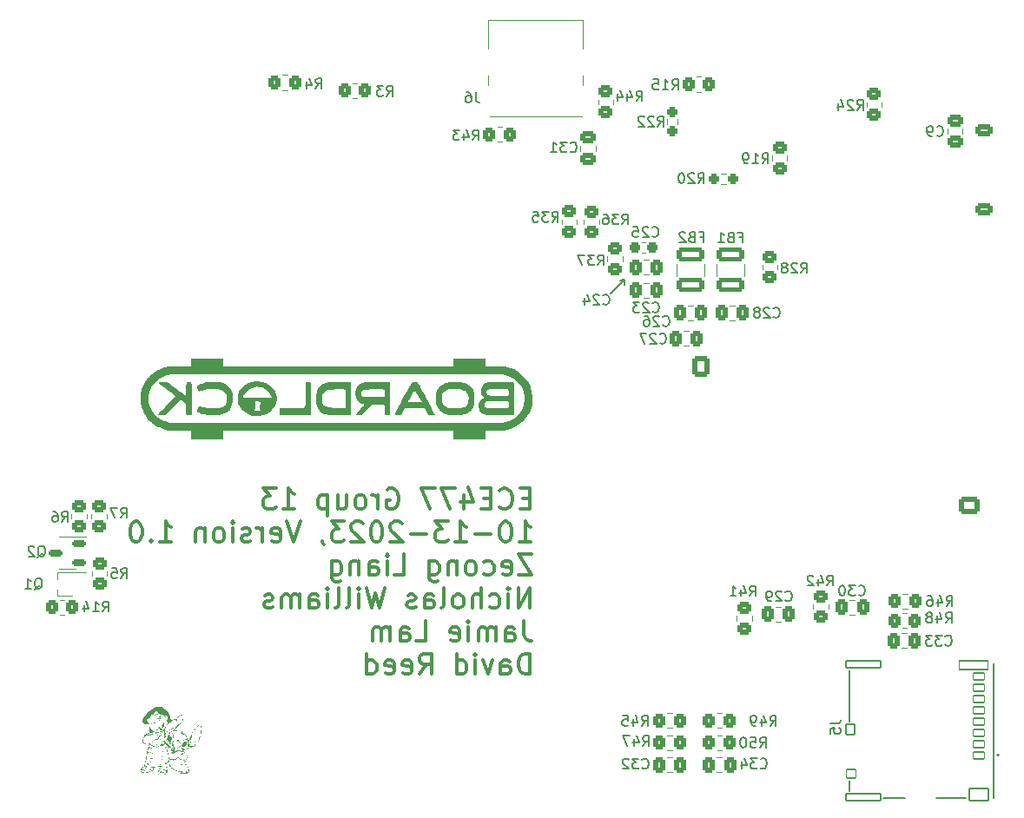
<source format=gbo>
G04 #@! TF.GenerationSoftware,KiCad,Pcbnew,7.0.7*
G04 #@! TF.CreationDate,2023-10-14T22:43:34-04:00*
G04 #@! TF.ProjectId,boardlock,626f6172-646c-46f6-936b-2e6b69636164,rev?*
G04 #@! TF.SameCoordinates,Original*
G04 #@! TF.FileFunction,Legend,Bot*
G04 #@! TF.FilePolarity,Positive*
%FSLAX46Y46*%
G04 Gerber Fmt 4.6, Leading zero omitted, Abs format (unit mm)*
G04 Created by KiCad (PCBNEW 7.0.7) date 2023-10-14 22:43:34*
%MOMM*%
%LPD*%
G01*
G04 APERTURE LIST*
G04 Aperture macros list*
%AMRoundRect*
0 Rectangle with rounded corners*
0 $1 Rounding radius*
0 $2 $3 $4 $5 $6 $7 $8 $9 X,Y pos of 4 corners*
0 Add a 4 corners polygon primitive as box body*
4,1,4,$2,$3,$4,$5,$6,$7,$8,$9,$2,$3,0*
0 Add four circle primitives for the rounded corners*
1,1,$1+$1,$2,$3*
1,1,$1+$1,$4,$5*
1,1,$1+$1,$6,$7*
1,1,$1+$1,$8,$9*
0 Add four rect primitives between the rounded corners*
20,1,$1+$1,$2,$3,$4,$5,0*
20,1,$1+$1,$4,$5,$6,$7,0*
20,1,$1+$1,$6,$7,$8,$9,0*
20,1,$1+$1,$8,$9,$2,$3,0*%
G04 Aperture macros list end*
%ADD10C,0.150000*%
%ADD11C,0.300000*%
%ADD12C,0.120000*%
%ADD13C,0.127000*%
%ADD14C,0.200000*%
%ADD15RoundRect,0.250000X0.625000X-0.350000X0.625000X0.350000X-0.625000X0.350000X-0.625000X-0.350000X0*%
%ADD16O,1.750000X1.200000*%
%ADD17C,2.200000*%
%ADD18RoundRect,0.250000X-0.725000X0.600000X-0.725000X-0.600000X0.725000X-0.600000X0.725000X0.600000X0*%
%ADD19O,1.950000X1.700000*%
%ADD20RoundRect,0.250000X0.600000X0.725000X-0.600000X0.725000X-0.600000X-0.725000X0.600000X-0.725000X0*%
%ADD21O,1.700000X1.950000*%
%ADD22RoundRect,0.250000X-0.450000X0.350000X-0.450000X-0.350000X0.450000X-0.350000X0.450000X0.350000X0*%
%ADD23RoundRect,0.250000X0.337500X0.475000X-0.337500X0.475000X-0.337500X-0.475000X0.337500X-0.475000X0*%
%ADD24RoundRect,0.250000X0.350000X0.450000X-0.350000X0.450000X-0.350000X-0.450000X0.350000X-0.450000X0*%
%ADD25RoundRect,0.250000X0.450000X-0.350000X0.450000X0.350000X-0.450000X0.350000X-0.450000X-0.350000X0*%
%ADD26RoundRect,0.250000X-0.337500X-0.475000X0.337500X-0.475000X0.337500X0.475000X-0.337500X0.475000X0*%
%ADD27RoundRect,0.250000X-0.475000X0.337500X-0.475000X-0.337500X0.475000X-0.337500X0.475000X0.337500X0*%
%ADD28RoundRect,0.237500X-0.300000X-0.237500X0.300000X-0.237500X0.300000X0.237500X-0.300000X0.237500X0*%
%ADD29RoundRect,0.250000X-0.350000X-0.450000X0.350000X-0.450000X0.350000X0.450000X-0.350000X0.450000X0*%
%ADD30RoundRect,0.237500X0.237500X-0.250000X0.237500X0.250000X-0.237500X0.250000X-0.237500X-0.250000X0*%
%ADD31C,0.700000*%
%ADD32O,0.900000X1.700000*%
%ADD33O,0.900000X2.400000*%
%ADD34RoundRect,0.250001X1.074999X-0.462499X1.074999X0.462499X-1.074999X0.462499X-1.074999X-0.462499X0*%
%ADD35RoundRect,0.076200X0.550000X-0.350000X0.550000X0.350000X-0.550000X0.350000X-0.550000X-0.350000X0*%
%ADD36RoundRect,0.076200X0.465000X-0.450000X0.465000X0.450000X-0.465000X0.450000X-0.465000X-0.450000X0*%
%ADD37RoundRect,0.076200X0.390000X-0.525000X0.390000X0.525000X-0.390000X0.525000X-0.390000X-0.525000X0*%
%ADD38RoundRect,0.076200X0.915000X-0.570000X0.915000X0.570000X-0.915000X0.570000X-0.915000X-0.570000X0*%
%ADD39RoundRect,0.076200X1.400000X-0.430000X1.400000X0.430000X-1.400000X0.430000X-1.400000X-0.430000X0*%
%ADD40RoundRect,0.076200X1.665000X-0.350000X1.665000X0.350000X-1.665000X0.350000X-1.665000X-0.350000X0*%
%ADD41RoundRect,0.250000X0.475000X-0.337500X0.475000X0.337500X-0.475000X0.337500X-0.475000X-0.337500X0*%
%ADD42R,1.500000X0.450000*%
%ADD43RoundRect,0.150000X0.512500X0.150000X-0.512500X0.150000X-0.512500X-0.150000X0.512500X-0.150000X0*%
%ADD44RoundRect,0.237500X-0.250000X-0.237500X0.250000X-0.237500X0.250000X0.237500X-0.250000X0.237500X0*%
G04 APERTURE END LIST*
D10*
X168880000Y-87290000D02*
X169360000Y-87220000D01*
X168030000Y-88570000D02*
X169360000Y-87220000D01*
X169330000Y-87700000D02*
X169360000Y-87220000D01*
D11*
X160126441Y-108492019D02*
X159459774Y-108492019D01*
X159174060Y-109539638D02*
X160126441Y-109539638D01*
X160126441Y-109539638D02*
X160126441Y-107539638D01*
X160126441Y-107539638D02*
X159174060Y-107539638D01*
X157174060Y-109349161D02*
X157269298Y-109444400D01*
X157269298Y-109444400D02*
X157555012Y-109539638D01*
X157555012Y-109539638D02*
X157745488Y-109539638D01*
X157745488Y-109539638D02*
X158031203Y-109444400D01*
X158031203Y-109444400D02*
X158221679Y-109253923D01*
X158221679Y-109253923D02*
X158316917Y-109063447D01*
X158316917Y-109063447D02*
X158412155Y-108682495D01*
X158412155Y-108682495D02*
X158412155Y-108396780D01*
X158412155Y-108396780D02*
X158316917Y-108015828D01*
X158316917Y-108015828D02*
X158221679Y-107825352D01*
X158221679Y-107825352D02*
X158031203Y-107634876D01*
X158031203Y-107634876D02*
X157745488Y-107539638D01*
X157745488Y-107539638D02*
X157555012Y-107539638D01*
X157555012Y-107539638D02*
X157269298Y-107634876D01*
X157269298Y-107634876D02*
X157174060Y-107730114D01*
X156316917Y-108492019D02*
X155650250Y-108492019D01*
X155364536Y-109539638D02*
X156316917Y-109539638D01*
X156316917Y-109539638D02*
X156316917Y-107539638D01*
X156316917Y-107539638D02*
X155364536Y-107539638D01*
X153650250Y-108206304D02*
X153650250Y-109539638D01*
X154126441Y-107444400D02*
X154602631Y-108872971D01*
X154602631Y-108872971D02*
X153364536Y-108872971D01*
X152793107Y-107539638D02*
X151459774Y-107539638D01*
X151459774Y-107539638D02*
X152316917Y-109539638D01*
X150888345Y-107539638D02*
X149555012Y-107539638D01*
X149555012Y-107539638D02*
X150412155Y-109539638D01*
X146221678Y-107634876D02*
X146412154Y-107539638D01*
X146412154Y-107539638D02*
X146697868Y-107539638D01*
X146697868Y-107539638D02*
X146983583Y-107634876D01*
X146983583Y-107634876D02*
X147174059Y-107825352D01*
X147174059Y-107825352D02*
X147269297Y-108015828D01*
X147269297Y-108015828D02*
X147364535Y-108396780D01*
X147364535Y-108396780D02*
X147364535Y-108682495D01*
X147364535Y-108682495D02*
X147269297Y-109063447D01*
X147269297Y-109063447D02*
X147174059Y-109253923D01*
X147174059Y-109253923D02*
X146983583Y-109444400D01*
X146983583Y-109444400D02*
X146697868Y-109539638D01*
X146697868Y-109539638D02*
X146507392Y-109539638D01*
X146507392Y-109539638D02*
X146221678Y-109444400D01*
X146221678Y-109444400D02*
X146126440Y-109349161D01*
X146126440Y-109349161D02*
X146126440Y-108682495D01*
X146126440Y-108682495D02*
X146507392Y-108682495D01*
X145269297Y-109539638D02*
X145269297Y-108206304D01*
X145269297Y-108587257D02*
X145174059Y-108396780D01*
X145174059Y-108396780D02*
X145078821Y-108301542D01*
X145078821Y-108301542D02*
X144888345Y-108206304D01*
X144888345Y-108206304D02*
X144697868Y-108206304D01*
X143745488Y-109539638D02*
X143935964Y-109444400D01*
X143935964Y-109444400D02*
X144031202Y-109349161D01*
X144031202Y-109349161D02*
X144126440Y-109158685D01*
X144126440Y-109158685D02*
X144126440Y-108587257D01*
X144126440Y-108587257D02*
X144031202Y-108396780D01*
X144031202Y-108396780D02*
X143935964Y-108301542D01*
X143935964Y-108301542D02*
X143745488Y-108206304D01*
X143745488Y-108206304D02*
X143459773Y-108206304D01*
X143459773Y-108206304D02*
X143269297Y-108301542D01*
X143269297Y-108301542D02*
X143174059Y-108396780D01*
X143174059Y-108396780D02*
X143078821Y-108587257D01*
X143078821Y-108587257D02*
X143078821Y-109158685D01*
X143078821Y-109158685D02*
X143174059Y-109349161D01*
X143174059Y-109349161D02*
X143269297Y-109444400D01*
X143269297Y-109444400D02*
X143459773Y-109539638D01*
X143459773Y-109539638D02*
X143745488Y-109539638D01*
X141364535Y-108206304D02*
X141364535Y-109539638D01*
X142221678Y-108206304D02*
X142221678Y-109253923D01*
X142221678Y-109253923D02*
X142126440Y-109444400D01*
X142126440Y-109444400D02*
X141935964Y-109539638D01*
X141935964Y-109539638D02*
X141650249Y-109539638D01*
X141650249Y-109539638D02*
X141459773Y-109444400D01*
X141459773Y-109444400D02*
X141364535Y-109349161D01*
X140412154Y-108206304D02*
X140412154Y-110206304D01*
X140412154Y-108301542D02*
X140221678Y-108206304D01*
X140221678Y-108206304D02*
X139840725Y-108206304D01*
X139840725Y-108206304D02*
X139650249Y-108301542D01*
X139650249Y-108301542D02*
X139555011Y-108396780D01*
X139555011Y-108396780D02*
X139459773Y-108587257D01*
X139459773Y-108587257D02*
X139459773Y-109158685D01*
X139459773Y-109158685D02*
X139555011Y-109349161D01*
X139555011Y-109349161D02*
X139650249Y-109444400D01*
X139650249Y-109444400D02*
X139840725Y-109539638D01*
X139840725Y-109539638D02*
X140221678Y-109539638D01*
X140221678Y-109539638D02*
X140412154Y-109444400D01*
X136031201Y-109539638D02*
X137174058Y-109539638D01*
X136602630Y-109539638D02*
X136602630Y-107539638D01*
X136602630Y-107539638D02*
X136793106Y-107825352D01*
X136793106Y-107825352D02*
X136983582Y-108015828D01*
X136983582Y-108015828D02*
X137174058Y-108111066D01*
X135364534Y-107539638D02*
X134126439Y-107539638D01*
X134126439Y-107539638D02*
X134793106Y-108301542D01*
X134793106Y-108301542D02*
X134507391Y-108301542D01*
X134507391Y-108301542D02*
X134316915Y-108396780D01*
X134316915Y-108396780D02*
X134221677Y-108492019D01*
X134221677Y-108492019D02*
X134126439Y-108682495D01*
X134126439Y-108682495D02*
X134126439Y-109158685D01*
X134126439Y-109158685D02*
X134221677Y-109349161D01*
X134221677Y-109349161D02*
X134316915Y-109444400D01*
X134316915Y-109444400D02*
X134507391Y-109539638D01*
X134507391Y-109539638D02*
X135078820Y-109539638D01*
X135078820Y-109539638D02*
X135269296Y-109444400D01*
X135269296Y-109444400D02*
X135364534Y-109349161D01*
X159078822Y-112759638D02*
X160221679Y-112759638D01*
X159650251Y-112759638D02*
X159650251Y-110759638D01*
X159650251Y-110759638D02*
X159840727Y-111045352D01*
X159840727Y-111045352D02*
X160031203Y-111235828D01*
X160031203Y-111235828D02*
X160221679Y-111331066D01*
X157840727Y-110759638D02*
X157650250Y-110759638D01*
X157650250Y-110759638D02*
X157459774Y-110854876D01*
X157459774Y-110854876D02*
X157364536Y-110950114D01*
X157364536Y-110950114D02*
X157269298Y-111140590D01*
X157269298Y-111140590D02*
X157174060Y-111521542D01*
X157174060Y-111521542D02*
X157174060Y-111997733D01*
X157174060Y-111997733D02*
X157269298Y-112378685D01*
X157269298Y-112378685D02*
X157364536Y-112569161D01*
X157364536Y-112569161D02*
X157459774Y-112664400D01*
X157459774Y-112664400D02*
X157650250Y-112759638D01*
X157650250Y-112759638D02*
X157840727Y-112759638D01*
X157840727Y-112759638D02*
X158031203Y-112664400D01*
X158031203Y-112664400D02*
X158126441Y-112569161D01*
X158126441Y-112569161D02*
X158221679Y-112378685D01*
X158221679Y-112378685D02*
X158316917Y-111997733D01*
X158316917Y-111997733D02*
X158316917Y-111521542D01*
X158316917Y-111521542D02*
X158221679Y-111140590D01*
X158221679Y-111140590D02*
X158126441Y-110950114D01*
X158126441Y-110950114D02*
X158031203Y-110854876D01*
X158031203Y-110854876D02*
X157840727Y-110759638D01*
X156316917Y-111997733D02*
X154793108Y-111997733D01*
X152793108Y-112759638D02*
X153935965Y-112759638D01*
X153364537Y-112759638D02*
X153364537Y-110759638D01*
X153364537Y-110759638D02*
X153555013Y-111045352D01*
X153555013Y-111045352D02*
X153745489Y-111235828D01*
X153745489Y-111235828D02*
X153935965Y-111331066D01*
X152126441Y-110759638D02*
X150888346Y-110759638D01*
X150888346Y-110759638D02*
X151555013Y-111521542D01*
X151555013Y-111521542D02*
X151269298Y-111521542D01*
X151269298Y-111521542D02*
X151078822Y-111616780D01*
X151078822Y-111616780D02*
X150983584Y-111712019D01*
X150983584Y-111712019D02*
X150888346Y-111902495D01*
X150888346Y-111902495D02*
X150888346Y-112378685D01*
X150888346Y-112378685D02*
X150983584Y-112569161D01*
X150983584Y-112569161D02*
X151078822Y-112664400D01*
X151078822Y-112664400D02*
X151269298Y-112759638D01*
X151269298Y-112759638D02*
X151840727Y-112759638D01*
X151840727Y-112759638D02*
X152031203Y-112664400D01*
X152031203Y-112664400D02*
X152126441Y-112569161D01*
X150031203Y-111997733D02*
X148507394Y-111997733D01*
X147650251Y-110950114D02*
X147555013Y-110854876D01*
X147555013Y-110854876D02*
X147364537Y-110759638D01*
X147364537Y-110759638D02*
X146888346Y-110759638D01*
X146888346Y-110759638D02*
X146697870Y-110854876D01*
X146697870Y-110854876D02*
X146602632Y-110950114D01*
X146602632Y-110950114D02*
X146507394Y-111140590D01*
X146507394Y-111140590D02*
X146507394Y-111331066D01*
X146507394Y-111331066D02*
X146602632Y-111616780D01*
X146602632Y-111616780D02*
X147745489Y-112759638D01*
X147745489Y-112759638D02*
X146507394Y-112759638D01*
X145269299Y-110759638D02*
X145078822Y-110759638D01*
X145078822Y-110759638D02*
X144888346Y-110854876D01*
X144888346Y-110854876D02*
X144793108Y-110950114D01*
X144793108Y-110950114D02*
X144697870Y-111140590D01*
X144697870Y-111140590D02*
X144602632Y-111521542D01*
X144602632Y-111521542D02*
X144602632Y-111997733D01*
X144602632Y-111997733D02*
X144697870Y-112378685D01*
X144697870Y-112378685D02*
X144793108Y-112569161D01*
X144793108Y-112569161D02*
X144888346Y-112664400D01*
X144888346Y-112664400D02*
X145078822Y-112759638D01*
X145078822Y-112759638D02*
X145269299Y-112759638D01*
X145269299Y-112759638D02*
X145459775Y-112664400D01*
X145459775Y-112664400D02*
X145555013Y-112569161D01*
X145555013Y-112569161D02*
X145650251Y-112378685D01*
X145650251Y-112378685D02*
X145745489Y-111997733D01*
X145745489Y-111997733D02*
X145745489Y-111521542D01*
X145745489Y-111521542D02*
X145650251Y-111140590D01*
X145650251Y-111140590D02*
X145555013Y-110950114D01*
X145555013Y-110950114D02*
X145459775Y-110854876D01*
X145459775Y-110854876D02*
X145269299Y-110759638D01*
X143840727Y-110950114D02*
X143745489Y-110854876D01*
X143745489Y-110854876D02*
X143555013Y-110759638D01*
X143555013Y-110759638D02*
X143078822Y-110759638D01*
X143078822Y-110759638D02*
X142888346Y-110854876D01*
X142888346Y-110854876D02*
X142793108Y-110950114D01*
X142793108Y-110950114D02*
X142697870Y-111140590D01*
X142697870Y-111140590D02*
X142697870Y-111331066D01*
X142697870Y-111331066D02*
X142793108Y-111616780D01*
X142793108Y-111616780D02*
X143935965Y-112759638D01*
X143935965Y-112759638D02*
X142697870Y-112759638D01*
X142031203Y-110759638D02*
X140793108Y-110759638D01*
X140793108Y-110759638D02*
X141459775Y-111521542D01*
X141459775Y-111521542D02*
X141174060Y-111521542D01*
X141174060Y-111521542D02*
X140983584Y-111616780D01*
X140983584Y-111616780D02*
X140888346Y-111712019D01*
X140888346Y-111712019D02*
X140793108Y-111902495D01*
X140793108Y-111902495D02*
X140793108Y-112378685D01*
X140793108Y-112378685D02*
X140888346Y-112569161D01*
X140888346Y-112569161D02*
X140983584Y-112664400D01*
X140983584Y-112664400D02*
X141174060Y-112759638D01*
X141174060Y-112759638D02*
X141745489Y-112759638D01*
X141745489Y-112759638D02*
X141935965Y-112664400D01*
X141935965Y-112664400D02*
X142031203Y-112569161D01*
X139840727Y-112664400D02*
X139840727Y-112759638D01*
X139840727Y-112759638D02*
X139935965Y-112950114D01*
X139935965Y-112950114D02*
X140031203Y-113045352D01*
X137745488Y-110759638D02*
X137078822Y-112759638D01*
X137078822Y-112759638D02*
X136412155Y-110759638D01*
X134983583Y-112664400D02*
X135174059Y-112759638D01*
X135174059Y-112759638D02*
X135555012Y-112759638D01*
X135555012Y-112759638D02*
X135745488Y-112664400D01*
X135745488Y-112664400D02*
X135840726Y-112473923D01*
X135840726Y-112473923D02*
X135840726Y-111712019D01*
X135840726Y-111712019D02*
X135745488Y-111521542D01*
X135745488Y-111521542D02*
X135555012Y-111426304D01*
X135555012Y-111426304D02*
X135174059Y-111426304D01*
X135174059Y-111426304D02*
X134983583Y-111521542D01*
X134983583Y-111521542D02*
X134888345Y-111712019D01*
X134888345Y-111712019D02*
X134888345Y-111902495D01*
X134888345Y-111902495D02*
X135840726Y-112092971D01*
X134031202Y-112759638D02*
X134031202Y-111426304D01*
X134031202Y-111807257D02*
X133935964Y-111616780D01*
X133935964Y-111616780D02*
X133840726Y-111521542D01*
X133840726Y-111521542D02*
X133650250Y-111426304D01*
X133650250Y-111426304D02*
X133459773Y-111426304D01*
X132888345Y-112664400D02*
X132697869Y-112759638D01*
X132697869Y-112759638D02*
X132316917Y-112759638D01*
X132316917Y-112759638D02*
X132126440Y-112664400D01*
X132126440Y-112664400D02*
X132031202Y-112473923D01*
X132031202Y-112473923D02*
X132031202Y-112378685D01*
X132031202Y-112378685D02*
X132126440Y-112188209D01*
X132126440Y-112188209D02*
X132316917Y-112092971D01*
X132316917Y-112092971D02*
X132602631Y-112092971D01*
X132602631Y-112092971D02*
X132793107Y-111997733D01*
X132793107Y-111997733D02*
X132888345Y-111807257D01*
X132888345Y-111807257D02*
X132888345Y-111712019D01*
X132888345Y-111712019D02*
X132793107Y-111521542D01*
X132793107Y-111521542D02*
X132602631Y-111426304D01*
X132602631Y-111426304D02*
X132316917Y-111426304D01*
X132316917Y-111426304D02*
X132126440Y-111521542D01*
X131174059Y-112759638D02*
X131174059Y-111426304D01*
X131174059Y-110759638D02*
X131269297Y-110854876D01*
X131269297Y-110854876D02*
X131174059Y-110950114D01*
X131174059Y-110950114D02*
X131078821Y-110854876D01*
X131078821Y-110854876D02*
X131174059Y-110759638D01*
X131174059Y-110759638D02*
X131174059Y-110950114D01*
X129935964Y-112759638D02*
X130126440Y-112664400D01*
X130126440Y-112664400D02*
X130221678Y-112569161D01*
X130221678Y-112569161D02*
X130316916Y-112378685D01*
X130316916Y-112378685D02*
X130316916Y-111807257D01*
X130316916Y-111807257D02*
X130221678Y-111616780D01*
X130221678Y-111616780D02*
X130126440Y-111521542D01*
X130126440Y-111521542D02*
X129935964Y-111426304D01*
X129935964Y-111426304D02*
X129650249Y-111426304D01*
X129650249Y-111426304D02*
X129459773Y-111521542D01*
X129459773Y-111521542D02*
X129364535Y-111616780D01*
X129364535Y-111616780D02*
X129269297Y-111807257D01*
X129269297Y-111807257D02*
X129269297Y-112378685D01*
X129269297Y-112378685D02*
X129364535Y-112569161D01*
X129364535Y-112569161D02*
X129459773Y-112664400D01*
X129459773Y-112664400D02*
X129650249Y-112759638D01*
X129650249Y-112759638D02*
X129935964Y-112759638D01*
X128412154Y-111426304D02*
X128412154Y-112759638D01*
X128412154Y-111616780D02*
X128316916Y-111521542D01*
X128316916Y-111521542D02*
X128126440Y-111426304D01*
X128126440Y-111426304D02*
X127840725Y-111426304D01*
X127840725Y-111426304D02*
X127650249Y-111521542D01*
X127650249Y-111521542D02*
X127555011Y-111712019D01*
X127555011Y-111712019D02*
X127555011Y-112759638D01*
X124031201Y-112759638D02*
X125174058Y-112759638D01*
X124602630Y-112759638D02*
X124602630Y-110759638D01*
X124602630Y-110759638D02*
X124793106Y-111045352D01*
X124793106Y-111045352D02*
X124983582Y-111235828D01*
X124983582Y-111235828D02*
X125174058Y-111331066D01*
X123174058Y-112569161D02*
X123078820Y-112664400D01*
X123078820Y-112664400D02*
X123174058Y-112759638D01*
X123174058Y-112759638D02*
X123269296Y-112664400D01*
X123269296Y-112664400D02*
X123174058Y-112569161D01*
X123174058Y-112569161D02*
X123174058Y-112759638D01*
X121840725Y-110759638D02*
X121650248Y-110759638D01*
X121650248Y-110759638D02*
X121459772Y-110854876D01*
X121459772Y-110854876D02*
X121364534Y-110950114D01*
X121364534Y-110950114D02*
X121269296Y-111140590D01*
X121269296Y-111140590D02*
X121174058Y-111521542D01*
X121174058Y-111521542D02*
X121174058Y-111997733D01*
X121174058Y-111997733D02*
X121269296Y-112378685D01*
X121269296Y-112378685D02*
X121364534Y-112569161D01*
X121364534Y-112569161D02*
X121459772Y-112664400D01*
X121459772Y-112664400D02*
X121650248Y-112759638D01*
X121650248Y-112759638D02*
X121840725Y-112759638D01*
X121840725Y-112759638D02*
X122031201Y-112664400D01*
X122031201Y-112664400D02*
X122126439Y-112569161D01*
X122126439Y-112569161D02*
X122221677Y-112378685D01*
X122221677Y-112378685D02*
X122316915Y-111997733D01*
X122316915Y-111997733D02*
X122316915Y-111521542D01*
X122316915Y-111521542D02*
X122221677Y-111140590D01*
X122221677Y-111140590D02*
X122126439Y-110950114D01*
X122126439Y-110950114D02*
X122031201Y-110854876D01*
X122031201Y-110854876D02*
X121840725Y-110759638D01*
X160316917Y-113979638D02*
X158983584Y-113979638D01*
X158983584Y-113979638D02*
X160316917Y-115979638D01*
X160316917Y-115979638D02*
X158983584Y-115979638D01*
X157459774Y-115884400D02*
X157650250Y-115979638D01*
X157650250Y-115979638D02*
X158031203Y-115979638D01*
X158031203Y-115979638D02*
X158221679Y-115884400D01*
X158221679Y-115884400D02*
X158316917Y-115693923D01*
X158316917Y-115693923D02*
X158316917Y-114932019D01*
X158316917Y-114932019D02*
X158221679Y-114741542D01*
X158221679Y-114741542D02*
X158031203Y-114646304D01*
X158031203Y-114646304D02*
X157650250Y-114646304D01*
X157650250Y-114646304D02*
X157459774Y-114741542D01*
X157459774Y-114741542D02*
X157364536Y-114932019D01*
X157364536Y-114932019D02*
X157364536Y-115122495D01*
X157364536Y-115122495D02*
X158316917Y-115312971D01*
X155650250Y-115884400D02*
X155840726Y-115979638D01*
X155840726Y-115979638D02*
X156221679Y-115979638D01*
X156221679Y-115979638D02*
X156412155Y-115884400D01*
X156412155Y-115884400D02*
X156507393Y-115789161D01*
X156507393Y-115789161D02*
X156602631Y-115598685D01*
X156602631Y-115598685D02*
X156602631Y-115027257D01*
X156602631Y-115027257D02*
X156507393Y-114836780D01*
X156507393Y-114836780D02*
X156412155Y-114741542D01*
X156412155Y-114741542D02*
X156221679Y-114646304D01*
X156221679Y-114646304D02*
X155840726Y-114646304D01*
X155840726Y-114646304D02*
X155650250Y-114741542D01*
X154507393Y-115979638D02*
X154697869Y-115884400D01*
X154697869Y-115884400D02*
X154793107Y-115789161D01*
X154793107Y-115789161D02*
X154888345Y-115598685D01*
X154888345Y-115598685D02*
X154888345Y-115027257D01*
X154888345Y-115027257D02*
X154793107Y-114836780D01*
X154793107Y-114836780D02*
X154697869Y-114741542D01*
X154697869Y-114741542D02*
X154507393Y-114646304D01*
X154507393Y-114646304D02*
X154221678Y-114646304D01*
X154221678Y-114646304D02*
X154031202Y-114741542D01*
X154031202Y-114741542D02*
X153935964Y-114836780D01*
X153935964Y-114836780D02*
X153840726Y-115027257D01*
X153840726Y-115027257D02*
X153840726Y-115598685D01*
X153840726Y-115598685D02*
X153935964Y-115789161D01*
X153935964Y-115789161D02*
X154031202Y-115884400D01*
X154031202Y-115884400D02*
X154221678Y-115979638D01*
X154221678Y-115979638D02*
X154507393Y-115979638D01*
X152983583Y-114646304D02*
X152983583Y-115979638D01*
X152983583Y-114836780D02*
X152888345Y-114741542D01*
X152888345Y-114741542D02*
X152697869Y-114646304D01*
X152697869Y-114646304D02*
X152412154Y-114646304D01*
X152412154Y-114646304D02*
X152221678Y-114741542D01*
X152221678Y-114741542D02*
X152126440Y-114932019D01*
X152126440Y-114932019D02*
X152126440Y-115979638D01*
X150316916Y-114646304D02*
X150316916Y-116265352D01*
X150316916Y-116265352D02*
X150412154Y-116455828D01*
X150412154Y-116455828D02*
X150507392Y-116551066D01*
X150507392Y-116551066D02*
X150697869Y-116646304D01*
X150697869Y-116646304D02*
X150983583Y-116646304D01*
X150983583Y-116646304D02*
X151174059Y-116551066D01*
X150316916Y-115884400D02*
X150507392Y-115979638D01*
X150507392Y-115979638D02*
X150888345Y-115979638D01*
X150888345Y-115979638D02*
X151078821Y-115884400D01*
X151078821Y-115884400D02*
X151174059Y-115789161D01*
X151174059Y-115789161D02*
X151269297Y-115598685D01*
X151269297Y-115598685D02*
X151269297Y-115027257D01*
X151269297Y-115027257D02*
X151174059Y-114836780D01*
X151174059Y-114836780D02*
X151078821Y-114741542D01*
X151078821Y-114741542D02*
X150888345Y-114646304D01*
X150888345Y-114646304D02*
X150507392Y-114646304D01*
X150507392Y-114646304D02*
X150316916Y-114741542D01*
X146888344Y-115979638D02*
X147840725Y-115979638D01*
X147840725Y-115979638D02*
X147840725Y-113979638D01*
X146221677Y-115979638D02*
X146221677Y-114646304D01*
X146221677Y-113979638D02*
X146316915Y-114074876D01*
X146316915Y-114074876D02*
X146221677Y-114170114D01*
X146221677Y-114170114D02*
X146126439Y-114074876D01*
X146126439Y-114074876D02*
X146221677Y-113979638D01*
X146221677Y-113979638D02*
X146221677Y-114170114D01*
X144412153Y-115979638D02*
X144412153Y-114932019D01*
X144412153Y-114932019D02*
X144507391Y-114741542D01*
X144507391Y-114741542D02*
X144697867Y-114646304D01*
X144697867Y-114646304D02*
X145078820Y-114646304D01*
X145078820Y-114646304D02*
X145269296Y-114741542D01*
X144412153Y-115884400D02*
X144602629Y-115979638D01*
X144602629Y-115979638D02*
X145078820Y-115979638D01*
X145078820Y-115979638D02*
X145269296Y-115884400D01*
X145269296Y-115884400D02*
X145364534Y-115693923D01*
X145364534Y-115693923D02*
X145364534Y-115503447D01*
X145364534Y-115503447D02*
X145269296Y-115312971D01*
X145269296Y-115312971D02*
X145078820Y-115217733D01*
X145078820Y-115217733D02*
X144602629Y-115217733D01*
X144602629Y-115217733D02*
X144412153Y-115122495D01*
X143459772Y-114646304D02*
X143459772Y-115979638D01*
X143459772Y-114836780D02*
X143364534Y-114741542D01*
X143364534Y-114741542D02*
X143174058Y-114646304D01*
X143174058Y-114646304D02*
X142888343Y-114646304D01*
X142888343Y-114646304D02*
X142697867Y-114741542D01*
X142697867Y-114741542D02*
X142602629Y-114932019D01*
X142602629Y-114932019D02*
X142602629Y-115979638D01*
X140793105Y-114646304D02*
X140793105Y-116265352D01*
X140793105Y-116265352D02*
X140888343Y-116455828D01*
X140888343Y-116455828D02*
X140983581Y-116551066D01*
X140983581Y-116551066D02*
X141174058Y-116646304D01*
X141174058Y-116646304D02*
X141459772Y-116646304D01*
X141459772Y-116646304D02*
X141650248Y-116551066D01*
X140793105Y-115884400D02*
X140983581Y-115979638D01*
X140983581Y-115979638D02*
X141364534Y-115979638D01*
X141364534Y-115979638D02*
X141555010Y-115884400D01*
X141555010Y-115884400D02*
X141650248Y-115789161D01*
X141650248Y-115789161D02*
X141745486Y-115598685D01*
X141745486Y-115598685D02*
X141745486Y-115027257D01*
X141745486Y-115027257D02*
X141650248Y-114836780D01*
X141650248Y-114836780D02*
X141555010Y-114741542D01*
X141555010Y-114741542D02*
X141364534Y-114646304D01*
X141364534Y-114646304D02*
X140983581Y-114646304D01*
X140983581Y-114646304D02*
X140793105Y-114741542D01*
X160126441Y-119199638D02*
X160126441Y-117199638D01*
X160126441Y-117199638D02*
X158983584Y-119199638D01*
X158983584Y-119199638D02*
X158983584Y-117199638D01*
X158031203Y-119199638D02*
X158031203Y-117866304D01*
X158031203Y-117199638D02*
X158126441Y-117294876D01*
X158126441Y-117294876D02*
X158031203Y-117390114D01*
X158031203Y-117390114D02*
X157935965Y-117294876D01*
X157935965Y-117294876D02*
X158031203Y-117199638D01*
X158031203Y-117199638D02*
X158031203Y-117390114D01*
X156221679Y-119104400D02*
X156412155Y-119199638D01*
X156412155Y-119199638D02*
X156793108Y-119199638D01*
X156793108Y-119199638D02*
X156983584Y-119104400D01*
X156983584Y-119104400D02*
X157078822Y-119009161D01*
X157078822Y-119009161D02*
X157174060Y-118818685D01*
X157174060Y-118818685D02*
X157174060Y-118247257D01*
X157174060Y-118247257D02*
X157078822Y-118056780D01*
X157078822Y-118056780D02*
X156983584Y-117961542D01*
X156983584Y-117961542D02*
X156793108Y-117866304D01*
X156793108Y-117866304D02*
X156412155Y-117866304D01*
X156412155Y-117866304D02*
X156221679Y-117961542D01*
X155364536Y-119199638D02*
X155364536Y-117199638D01*
X154507393Y-119199638D02*
X154507393Y-118152019D01*
X154507393Y-118152019D02*
X154602631Y-117961542D01*
X154602631Y-117961542D02*
X154793107Y-117866304D01*
X154793107Y-117866304D02*
X155078822Y-117866304D01*
X155078822Y-117866304D02*
X155269298Y-117961542D01*
X155269298Y-117961542D02*
X155364536Y-118056780D01*
X153269298Y-119199638D02*
X153459774Y-119104400D01*
X153459774Y-119104400D02*
X153555012Y-119009161D01*
X153555012Y-119009161D02*
X153650250Y-118818685D01*
X153650250Y-118818685D02*
X153650250Y-118247257D01*
X153650250Y-118247257D02*
X153555012Y-118056780D01*
X153555012Y-118056780D02*
X153459774Y-117961542D01*
X153459774Y-117961542D02*
X153269298Y-117866304D01*
X153269298Y-117866304D02*
X152983583Y-117866304D01*
X152983583Y-117866304D02*
X152793107Y-117961542D01*
X152793107Y-117961542D02*
X152697869Y-118056780D01*
X152697869Y-118056780D02*
X152602631Y-118247257D01*
X152602631Y-118247257D02*
X152602631Y-118818685D01*
X152602631Y-118818685D02*
X152697869Y-119009161D01*
X152697869Y-119009161D02*
X152793107Y-119104400D01*
X152793107Y-119104400D02*
X152983583Y-119199638D01*
X152983583Y-119199638D02*
X153269298Y-119199638D01*
X151459774Y-119199638D02*
X151650250Y-119104400D01*
X151650250Y-119104400D02*
X151745488Y-118913923D01*
X151745488Y-118913923D02*
X151745488Y-117199638D01*
X149840726Y-119199638D02*
X149840726Y-118152019D01*
X149840726Y-118152019D02*
X149935964Y-117961542D01*
X149935964Y-117961542D02*
X150126440Y-117866304D01*
X150126440Y-117866304D02*
X150507393Y-117866304D01*
X150507393Y-117866304D02*
X150697869Y-117961542D01*
X149840726Y-119104400D02*
X150031202Y-119199638D01*
X150031202Y-119199638D02*
X150507393Y-119199638D01*
X150507393Y-119199638D02*
X150697869Y-119104400D01*
X150697869Y-119104400D02*
X150793107Y-118913923D01*
X150793107Y-118913923D02*
X150793107Y-118723447D01*
X150793107Y-118723447D02*
X150697869Y-118532971D01*
X150697869Y-118532971D02*
X150507393Y-118437733D01*
X150507393Y-118437733D02*
X150031202Y-118437733D01*
X150031202Y-118437733D02*
X149840726Y-118342495D01*
X148983583Y-119104400D02*
X148793107Y-119199638D01*
X148793107Y-119199638D02*
X148412155Y-119199638D01*
X148412155Y-119199638D02*
X148221678Y-119104400D01*
X148221678Y-119104400D02*
X148126440Y-118913923D01*
X148126440Y-118913923D02*
X148126440Y-118818685D01*
X148126440Y-118818685D02*
X148221678Y-118628209D01*
X148221678Y-118628209D02*
X148412155Y-118532971D01*
X148412155Y-118532971D02*
X148697869Y-118532971D01*
X148697869Y-118532971D02*
X148888345Y-118437733D01*
X148888345Y-118437733D02*
X148983583Y-118247257D01*
X148983583Y-118247257D02*
X148983583Y-118152019D01*
X148983583Y-118152019D02*
X148888345Y-117961542D01*
X148888345Y-117961542D02*
X148697869Y-117866304D01*
X148697869Y-117866304D02*
X148412155Y-117866304D01*
X148412155Y-117866304D02*
X148221678Y-117961542D01*
X145935963Y-117199638D02*
X145459773Y-119199638D01*
X145459773Y-119199638D02*
X145078820Y-117771066D01*
X145078820Y-117771066D02*
X144697868Y-119199638D01*
X144697868Y-119199638D02*
X144221678Y-117199638D01*
X143459773Y-119199638D02*
X143459773Y-117866304D01*
X143459773Y-117199638D02*
X143555011Y-117294876D01*
X143555011Y-117294876D02*
X143459773Y-117390114D01*
X143459773Y-117390114D02*
X143364535Y-117294876D01*
X143364535Y-117294876D02*
X143459773Y-117199638D01*
X143459773Y-117199638D02*
X143459773Y-117390114D01*
X142221678Y-119199638D02*
X142412154Y-119104400D01*
X142412154Y-119104400D02*
X142507392Y-118913923D01*
X142507392Y-118913923D02*
X142507392Y-117199638D01*
X141174059Y-119199638D02*
X141364535Y-119104400D01*
X141364535Y-119104400D02*
X141459773Y-118913923D01*
X141459773Y-118913923D02*
X141459773Y-117199638D01*
X140412154Y-119199638D02*
X140412154Y-117866304D01*
X140412154Y-117199638D02*
X140507392Y-117294876D01*
X140507392Y-117294876D02*
X140412154Y-117390114D01*
X140412154Y-117390114D02*
X140316916Y-117294876D01*
X140316916Y-117294876D02*
X140412154Y-117199638D01*
X140412154Y-117199638D02*
X140412154Y-117390114D01*
X138602630Y-119199638D02*
X138602630Y-118152019D01*
X138602630Y-118152019D02*
X138697868Y-117961542D01*
X138697868Y-117961542D02*
X138888344Y-117866304D01*
X138888344Y-117866304D02*
X139269297Y-117866304D01*
X139269297Y-117866304D02*
X139459773Y-117961542D01*
X138602630Y-119104400D02*
X138793106Y-119199638D01*
X138793106Y-119199638D02*
X139269297Y-119199638D01*
X139269297Y-119199638D02*
X139459773Y-119104400D01*
X139459773Y-119104400D02*
X139555011Y-118913923D01*
X139555011Y-118913923D02*
X139555011Y-118723447D01*
X139555011Y-118723447D02*
X139459773Y-118532971D01*
X139459773Y-118532971D02*
X139269297Y-118437733D01*
X139269297Y-118437733D02*
X138793106Y-118437733D01*
X138793106Y-118437733D02*
X138602630Y-118342495D01*
X137650249Y-119199638D02*
X137650249Y-117866304D01*
X137650249Y-118056780D02*
X137555011Y-117961542D01*
X137555011Y-117961542D02*
X137364535Y-117866304D01*
X137364535Y-117866304D02*
X137078820Y-117866304D01*
X137078820Y-117866304D02*
X136888344Y-117961542D01*
X136888344Y-117961542D02*
X136793106Y-118152019D01*
X136793106Y-118152019D02*
X136793106Y-119199638D01*
X136793106Y-118152019D02*
X136697868Y-117961542D01*
X136697868Y-117961542D02*
X136507392Y-117866304D01*
X136507392Y-117866304D02*
X136221678Y-117866304D01*
X136221678Y-117866304D02*
X136031201Y-117961542D01*
X136031201Y-117961542D02*
X135935963Y-118152019D01*
X135935963Y-118152019D02*
X135935963Y-119199638D01*
X135078820Y-119104400D02*
X134888344Y-119199638D01*
X134888344Y-119199638D02*
X134507392Y-119199638D01*
X134507392Y-119199638D02*
X134316915Y-119104400D01*
X134316915Y-119104400D02*
X134221677Y-118913923D01*
X134221677Y-118913923D02*
X134221677Y-118818685D01*
X134221677Y-118818685D02*
X134316915Y-118628209D01*
X134316915Y-118628209D02*
X134507392Y-118532971D01*
X134507392Y-118532971D02*
X134793106Y-118532971D01*
X134793106Y-118532971D02*
X134983582Y-118437733D01*
X134983582Y-118437733D02*
X135078820Y-118247257D01*
X135078820Y-118247257D02*
X135078820Y-118152019D01*
X135078820Y-118152019D02*
X134983582Y-117961542D01*
X134983582Y-117961542D02*
X134793106Y-117866304D01*
X134793106Y-117866304D02*
X134507392Y-117866304D01*
X134507392Y-117866304D02*
X134316915Y-117961542D01*
X159555012Y-120419638D02*
X159555012Y-121848209D01*
X159555012Y-121848209D02*
X159650251Y-122133923D01*
X159650251Y-122133923D02*
X159840727Y-122324400D01*
X159840727Y-122324400D02*
X160126441Y-122419638D01*
X160126441Y-122419638D02*
X160316917Y-122419638D01*
X157745488Y-122419638D02*
X157745488Y-121372019D01*
X157745488Y-121372019D02*
X157840726Y-121181542D01*
X157840726Y-121181542D02*
X158031202Y-121086304D01*
X158031202Y-121086304D02*
X158412155Y-121086304D01*
X158412155Y-121086304D02*
X158602631Y-121181542D01*
X157745488Y-122324400D02*
X157935964Y-122419638D01*
X157935964Y-122419638D02*
X158412155Y-122419638D01*
X158412155Y-122419638D02*
X158602631Y-122324400D01*
X158602631Y-122324400D02*
X158697869Y-122133923D01*
X158697869Y-122133923D02*
X158697869Y-121943447D01*
X158697869Y-121943447D02*
X158602631Y-121752971D01*
X158602631Y-121752971D02*
X158412155Y-121657733D01*
X158412155Y-121657733D02*
X157935964Y-121657733D01*
X157935964Y-121657733D02*
X157745488Y-121562495D01*
X156793107Y-122419638D02*
X156793107Y-121086304D01*
X156793107Y-121276780D02*
X156697869Y-121181542D01*
X156697869Y-121181542D02*
X156507393Y-121086304D01*
X156507393Y-121086304D02*
X156221678Y-121086304D01*
X156221678Y-121086304D02*
X156031202Y-121181542D01*
X156031202Y-121181542D02*
X155935964Y-121372019D01*
X155935964Y-121372019D02*
X155935964Y-122419638D01*
X155935964Y-121372019D02*
X155840726Y-121181542D01*
X155840726Y-121181542D02*
X155650250Y-121086304D01*
X155650250Y-121086304D02*
X155364536Y-121086304D01*
X155364536Y-121086304D02*
X155174059Y-121181542D01*
X155174059Y-121181542D02*
X155078821Y-121372019D01*
X155078821Y-121372019D02*
X155078821Y-122419638D01*
X154126440Y-122419638D02*
X154126440Y-121086304D01*
X154126440Y-120419638D02*
X154221678Y-120514876D01*
X154221678Y-120514876D02*
X154126440Y-120610114D01*
X154126440Y-120610114D02*
X154031202Y-120514876D01*
X154031202Y-120514876D02*
X154126440Y-120419638D01*
X154126440Y-120419638D02*
X154126440Y-120610114D01*
X152412154Y-122324400D02*
X152602630Y-122419638D01*
X152602630Y-122419638D02*
X152983583Y-122419638D01*
X152983583Y-122419638D02*
X153174059Y-122324400D01*
X153174059Y-122324400D02*
X153269297Y-122133923D01*
X153269297Y-122133923D02*
X153269297Y-121372019D01*
X153269297Y-121372019D02*
X153174059Y-121181542D01*
X153174059Y-121181542D02*
X152983583Y-121086304D01*
X152983583Y-121086304D02*
X152602630Y-121086304D01*
X152602630Y-121086304D02*
X152412154Y-121181542D01*
X152412154Y-121181542D02*
X152316916Y-121372019D01*
X152316916Y-121372019D02*
X152316916Y-121562495D01*
X152316916Y-121562495D02*
X153269297Y-121752971D01*
X148983582Y-122419638D02*
X149935963Y-122419638D01*
X149935963Y-122419638D02*
X149935963Y-120419638D01*
X147459772Y-122419638D02*
X147459772Y-121372019D01*
X147459772Y-121372019D02*
X147555010Y-121181542D01*
X147555010Y-121181542D02*
X147745486Y-121086304D01*
X147745486Y-121086304D02*
X148126439Y-121086304D01*
X148126439Y-121086304D02*
X148316915Y-121181542D01*
X147459772Y-122324400D02*
X147650248Y-122419638D01*
X147650248Y-122419638D02*
X148126439Y-122419638D01*
X148126439Y-122419638D02*
X148316915Y-122324400D01*
X148316915Y-122324400D02*
X148412153Y-122133923D01*
X148412153Y-122133923D02*
X148412153Y-121943447D01*
X148412153Y-121943447D02*
X148316915Y-121752971D01*
X148316915Y-121752971D02*
X148126439Y-121657733D01*
X148126439Y-121657733D02*
X147650248Y-121657733D01*
X147650248Y-121657733D02*
X147459772Y-121562495D01*
X146507391Y-122419638D02*
X146507391Y-121086304D01*
X146507391Y-121276780D02*
X146412153Y-121181542D01*
X146412153Y-121181542D02*
X146221677Y-121086304D01*
X146221677Y-121086304D02*
X145935962Y-121086304D01*
X145935962Y-121086304D02*
X145745486Y-121181542D01*
X145745486Y-121181542D02*
X145650248Y-121372019D01*
X145650248Y-121372019D02*
X145650248Y-122419638D01*
X145650248Y-121372019D02*
X145555010Y-121181542D01*
X145555010Y-121181542D02*
X145364534Y-121086304D01*
X145364534Y-121086304D02*
X145078820Y-121086304D01*
X145078820Y-121086304D02*
X144888343Y-121181542D01*
X144888343Y-121181542D02*
X144793105Y-121372019D01*
X144793105Y-121372019D02*
X144793105Y-122419638D01*
X160126441Y-125639638D02*
X160126441Y-123639638D01*
X160126441Y-123639638D02*
X159650251Y-123639638D01*
X159650251Y-123639638D02*
X159364536Y-123734876D01*
X159364536Y-123734876D02*
X159174060Y-123925352D01*
X159174060Y-123925352D02*
X159078822Y-124115828D01*
X159078822Y-124115828D02*
X158983584Y-124496780D01*
X158983584Y-124496780D02*
X158983584Y-124782495D01*
X158983584Y-124782495D02*
X159078822Y-125163447D01*
X159078822Y-125163447D02*
X159174060Y-125353923D01*
X159174060Y-125353923D02*
X159364536Y-125544400D01*
X159364536Y-125544400D02*
X159650251Y-125639638D01*
X159650251Y-125639638D02*
X160126441Y-125639638D01*
X157269298Y-125639638D02*
X157269298Y-124592019D01*
X157269298Y-124592019D02*
X157364536Y-124401542D01*
X157364536Y-124401542D02*
X157555012Y-124306304D01*
X157555012Y-124306304D02*
X157935965Y-124306304D01*
X157935965Y-124306304D02*
X158126441Y-124401542D01*
X157269298Y-125544400D02*
X157459774Y-125639638D01*
X157459774Y-125639638D02*
X157935965Y-125639638D01*
X157935965Y-125639638D02*
X158126441Y-125544400D01*
X158126441Y-125544400D02*
X158221679Y-125353923D01*
X158221679Y-125353923D02*
X158221679Y-125163447D01*
X158221679Y-125163447D02*
X158126441Y-124972971D01*
X158126441Y-124972971D02*
X157935965Y-124877733D01*
X157935965Y-124877733D02*
X157459774Y-124877733D01*
X157459774Y-124877733D02*
X157269298Y-124782495D01*
X156507393Y-124306304D02*
X156031203Y-125639638D01*
X156031203Y-125639638D02*
X155555012Y-124306304D01*
X154793107Y-125639638D02*
X154793107Y-124306304D01*
X154793107Y-123639638D02*
X154888345Y-123734876D01*
X154888345Y-123734876D02*
X154793107Y-123830114D01*
X154793107Y-123830114D02*
X154697869Y-123734876D01*
X154697869Y-123734876D02*
X154793107Y-123639638D01*
X154793107Y-123639638D02*
X154793107Y-123830114D01*
X152983583Y-125639638D02*
X152983583Y-123639638D01*
X152983583Y-125544400D02*
X153174059Y-125639638D01*
X153174059Y-125639638D02*
X153555012Y-125639638D01*
X153555012Y-125639638D02*
X153745488Y-125544400D01*
X153745488Y-125544400D02*
X153840726Y-125449161D01*
X153840726Y-125449161D02*
X153935964Y-125258685D01*
X153935964Y-125258685D02*
X153935964Y-124687257D01*
X153935964Y-124687257D02*
X153840726Y-124496780D01*
X153840726Y-124496780D02*
X153745488Y-124401542D01*
X153745488Y-124401542D02*
X153555012Y-124306304D01*
X153555012Y-124306304D02*
X153174059Y-124306304D01*
X153174059Y-124306304D02*
X152983583Y-124401542D01*
X149364535Y-125639638D02*
X150031202Y-124687257D01*
X150507392Y-125639638D02*
X150507392Y-123639638D01*
X150507392Y-123639638D02*
X149745487Y-123639638D01*
X149745487Y-123639638D02*
X149555011Y-123734876D01*
X149555011Y-123734876D02*
X149459773Y-123830114D01*
X149459773Y-123830114D02*
X149364535Y-124020590D01*
X149364535Y-124020590D02*
X149364535Y-124306304D01*
X149364535Y-124306304D02*
X149459773Y-124496780D01*
X149459773Y-124496780D02*
X149555011Y-124592019D01*
X149555011Y-124592019D02*
X149745487Y-124687257D01*
X149745487Y-124687257D02*
X150507392Y-124687257D01*
X147745487Y-125544400D02*
X147935963Y-125639638D01*
X147935963Y-125639638D02*
X148316916Y-125639638D01*
X148316916Y-125639638D02*
X148507392Y-125544400D01*
X148507392Y-125544400D02*
X148602630Y-125353923D01*
X148602630Y-125353923D02*
X148602630Y-124592019D01*
X148602630Y-124592019D02*
X148507392Y-124401542D01*
X148507392Y-124401542D02*
X148316916Y-124306304D01*
X148316916Y-124306304D02*
X147935963Y-124306304D01*
X147935963Y-124306304D02*
X147745487Y-124401542D01*
X147745487Y-124401542D02*
X147650249Y-124592019D01*
X147650249Y-124592019D02*
X147650249Y-124782495D01*
X147650249Y-124782495D02*
X148602630Y-124972971D01*
X146031201Y-125544400D02*
X146221677Y-125639638D01*
X146221677Y-125639638D02*
X146602630Y-125639638D01*
X146602630Y-125639638D02*
X146793106Y-125544400D01*
X146793106Y-125544400D02*
X146888344Y-125353923D01*
X146888344Y-125353923D02*
X146888344Y-124592019D01*
X146888344Y-124592019D02*
X146793106Y-124401542D01*
X146793106Y-124401542D02*
X146602630Y-124306304D01*
X146602630Y-124306304D02*
X146221677Y-124306304D01*
X146221677Y-124306304D02*
X146031201Y-124401542D01*
X146031201Y-124401542D02*
X145935963Y-124592019D01*
X145935963Y-124592019D02*
X145935963Y-124782495D01*
X145935963Y-124782495D02*
X146888344Y-124972971D01*
X144221677Y-125639638D02*
X144221677Y-123639638D01*
X144221677Y-125544400D02*
X144412153Y-125639638D01*
X144412153Y-125639638D02*
X144793106Y-125639638D01*
X144793106Y-125639638D02*
X144983582Y-125544400D01*
X144983582Y-125544400D02*
X145078820Y-125449161D01*
X145078820Y-125449161D02*
X145174058Y-125258685D01*
X145174058Y-125258685D02*
X145174058Y-124687257D01*
X145174058Y-124687257D02*
X145078820Y-124496780D01*
X145078820Y-124496780D02*
X144983582Y-124401542D01*
X144983582Y-124401542D02*
X144793106Y-124306304D01*
X144793106Y-124306304D02*
X144412153Y-124306304D01*
X144412153Y-124306304D02*
X144221677Y-124401542D01*
D10*
X114496666Y-110804819D02*
X114829999Y-110328628D01*
X115068094Y-110804819D02*
X115068094Y-109804819D01*
X115068094Y-109804819D02*
X114687142Y-109804819D01*
X114687142Y-109804819D02*
X114591904Y-109852438D01*
X114591904Y-109852438D02*
X114544285Y-109900057D01*
X114544285Y-109900057D02*
X114496666Y-109995295D01*
X114496666Y-109995295D02*
X114496666Y-110138152D01*
X114496666Y-110138152D02*
X114544285Y-110233390D01*
X114544285Y-110233390D02*
X114591904Y-110281009D01*
X114591904Y-110281009D02*
X114687142Y-110328628D01*
X114687142Y-110328628D02*
X115068094Y-110328628D01*
X113639523Y-109804819D02*
X113829999Y-109804819D01*
X113829999Y-109804819D02*
X113925237Y-109852438D01*
X113925237Y-109852438D02*
X113972856Y-109900057D01*
X113972856Y-109900057D02*
X114068094Y-110042914D01*
X114068094Y-110042914D02*
X114115713Y-110233390D01*
X114115713Y-110233390D02*
X114115713Y-110614342D01*
X114115713Y-110614342D02*
X114068094Y-110709580D01*
X114068094Y-110709580D02*
X114020475Y-110757200D01*
X114020475Y-110757200D02*
X113925237Y-110804819D01*
X113925237Y-110804819D02*
X113734761Y-110804819D01*
X113734761Y-110804819D02*
X113639523Y-110757200D01*
X113639523Y-110757200D02*
X113591904Y-110709580D01*
X113591904Y-110709580D02*
X113544285Y-110614342D01*
X113544285Y-110614342D02*
X113544285Y-110376247D01*
X113544285Y-110376247D02*
X113591904Y-110281009D01*
X113591904Y-110281009D02*
X113639523Y-110233390D01*
X113639523Y-110233390D02*
X113734761Y-110185771D01*
X113734761Y-110185771D02*
X113925237Y-110185771D01*
X113925237Y-110185771D02*
X114020475Y-110233390D01*
X114020475Y-110233390D02*
X114068094Y-110281009D01*
X114068094Y-110281009D02*
X114115713Y-110376247D01*
X182602857Y-134769580D02*
X182650476Y-134817200D01*
X182650476Y-134817200D02*
X182793333Y-134864819D01*
X182793333Y-134864819D02*
X182888571Y-134864819D01*
X182888571Y-134864819D02*
X183031428Y-134817200D01*
X183031428Y-134817200D02*
X183126666Y-134721961D01*
X183126666Y-134721961D02*
X183174285Y-134626723D01*
X183174285Y-134626723D02*
X183221904Y-134436247D01*
X183221904Y-134436247D02*
X183221904Y-134293390D01*
X183221904Y-134293390D02*
X183174285Y-134102914D01*
X183174285Y-134102914D02*
X183126666Y-134007676D01*
X183126666Y-134007676D02*
X183031428Y-133912438D01*
X183031428Y-133912438D02*
X182888571Y-133864819D01*
X182888571Y-133864819D02*
X182793333Y-133864819D01*
X182793333Y-133864819D02*
X182650476Y-133912438D01*
X182650476Y-133912438D02*
X182602857Y-133960057D01*
X182269523Y-133864819D02*
X181650476Y-133864819D01*
X181650476Y-133864819D02*
X181983809Y-134245771D01*
X181983809Y-134245771D02*
X181840952Y-134245771D01*
X181840952Y-134245771D02*
X181745714Y-134293390D01*
X181745714Y-134293390D02*
X181698095Y-134341009D01*
X181698095Y-134341009D02*
X181650476Y-134436247D01*
X181650476Y-134436247D02*
X181650476Y-134674342D01*
X181650476Y-134674342D02*
X181698095Y-134769580D01*
X181698095Y-134769580D02*
X181745714Y-134817200D01*
X181745714Y-134817200D02*
X181840952Y-134864819D01*
X181840952Y-134864819D02*
X182126666Y-134864819D01*
X182126666Y-134864819D02*
X182221904Y-134817200D01*
X182221904Y-134817200D02*
X182269523Y-134769580D01*
X180793333Y-134198152D02*
X180793333Y-134864819D01*
X181031428Y-133817200D02*
X181269523Y-134531485D01*
X181269523Y-134531485D02*
X180650476Y-134531485D01*
X154542857Y-73594819D02*
X154876190Y-73118628D01*
X155114285Y-73594819D02*
X155114285Y-72594819D01*
X155114285Y-72594819D02*
X154733333Y-72594819D01*
X154733333Y-72594819D02*
X154638095Y-72642438D01*
X154638095Y-72642438D02*
X154590476Y-72690057D01*
X154590476Y-72690057D02*
X154542857Y-72785295D01*
X154542857Y-72785295D02*
X154542857Y-72928152D01*
X154542857Y-72928152D02*
X154590476Y-73023390D01*
X154590476Y-73023390D02*
X154638095Y-73071009D01*
X154638095Y-73071009D02*
X154733333Y-73118628D01*
X154733333Y-73118628D02*
X155114285Y-73118628D01*
X153685714Y-72928152D02*
X153685714Y-73594819D01*
X153923809Y-72547200D02*
X154161904Y-73261485D01*
X154161904Y-73261485D02*
X153542857Y-73261485D01*
X153257142Y-72594819D02*
X152638095Y-72594819D01*
X152638095Y-72594819D02*
X152971428Y-72975771D01*
X152971428Y-72975771D02*
X152828571Y-72975771D01*
X152828571Y-72975771D02*
X152733333Y-73023390D01*
X152733333Y-73023390D02*
X152685714Y-73071009D01*
X152685714Y-73071009D02*
X152638095Y-73166247D01*
X152638095Y-73166247D02*
X152638095Y-73404342D01*
X152638095Y-73404342D02*
X152685714Y-73499580D01*
X152685714Y-73499580D02*
X152733333Y-73547200D01*
X152733333Y-73547200D02*
X152828571Y-73594819D01*
X152828571Y-73594819D02*
X153114285Y-73594819D01*
X153114285Y-73594819D02*
X153209523Y-73547200D01*
X153209523Y-73547200D02*
X153257142Y-73499580D01*
X183862857Y-90819580D02*
X183910476Y-90867200D01*
X183910476Y-90867200D02*
X184053333Y-90914819D01*
X184053333Y-90914819D02*
X184148571Y-90914819D01*
X184148571Y-90914819D02*
X184291428Y-90867200D01*
X184291428Y-90867200D02*
X184386666Y-90771961D01*
X184386666Y-90771961D02*
X184434285Y-90676723D01*
X184434285Y-90676723D02*
X184481904Y-90486247D01*
X184481904Y-90486247D02*
X184481904Y-90343390D01*
X184481904Y-90343390D02*
X184434285Y-90152914D01*
X184434285Y-90152914D02*
X184386666Y-90057676D01*
X184386666Y-90057676D02*
X184291428Y-89962438D01*
X184291428Y-89962438D02*
X184148571Y-89914819D01*
X184148571Y-89914819D02*
X184053333Y-89914819D01*
X184053333Y-89914819D02*
X183910476Y-89962438D01*
X183910476Y-89962438D02*
X183862857Y-90010057D01*
X183481904Y-90010057D02*
X183434285Y-89962438D01*
X183434285Y-89962438D02*
X183339047Y-89914819D01*
X183339047Y-89914819D02*
X183100952Y-89914819D01*
X183100952Y-89914819D02*
X183005714Y-89962438D01*
X183005714Y-89962438D02*
X182958095Y-90010057D01*
X182958095Y-90010057D02*
X182910476Y-90105295D01*
X182910476Y-90105295D02*
X182910476Y-90200533D01*
X182910476Y-90200533D02*
X182958095Y-90343390D01*
X182958095Y-90343390D02*
X183529523Y-90914819D01*
X183529523Y-90914819D02*
X182910476Y-90914819D01*
X182339047Y-90343390D02*
X182434285Y-90295771D01*
X182434285Y-90295771D02*
X182481904Y-90248152D01*
X182481904Y-90248152D02*
X182529523Y-90152914D01*
X182529523Y-90152914D02*
X182529523Y-90105295D01*
X182529523Y-90105295D02*
X182481904Y-90010057D01*
X182481904Y-90010057D02*
X182434285Y-89962438D01*
X182434285Y-89962438D02*
X182339047Y-89914819D01*
X182339047Y-89914819D02*
X182148571Y-89914819D01*
X182148571Y-89914819D02*
X182053333Y-89962438D01*
X182053333Y-89962438D02*
X182005714Y-90010057D01*
X182005714Y-90010057D02*
X181958095Y-90105295D01*
X181958095Y-90105295D02*
X181958095Y-90152914D01*
X181958095Y-90152914D02*
X182005714Y-90248152D01*
X182005714Y-90248152D02*
X182053333Y-90295771D01*
X182053333Y-90295771D02*
X182148571Y-90343390D01*
X182148571Y-90343390D02*
X182339047Y-90343390D01*
X182339047Y-90343390D02*
X182434285Y-90391009D01*
X182434285Y-90391009D02*
X182481904Y-90438628D01*
X182481904Y-90438628D02*
X182529523Y-90533866D01*
X182529523Y-90533866D02*
X182529523Y-90724342D01*
X182529523Y-90724342D02*
X182481904Y-90819580D01*
X182481904Y-90819580D02*
X182434285Y-90867200D01*
X182434285Y-90867200D02*
X182339047Y-90914819D01*
X182339047Y-90914819D02*
X182148571Y-90914819D01*
X182148571Y-90914819D02*
X182053333Y-90867200D01*
X182053333Y-90867200D02*
X182005714Y-90819580D01*
X182005714Y-90819580D02*
X181958095Y-90724342D01*
X181958095Y-90724342D02*
X181958095Y-90533866D01*
X181958095Y-90533866D02*
X182005714Y-90438628D01*
X182005714Y-90438628D02*
X182053333Y-90391009D01*
X182053333Y-90391009D02*
X182148571Y-90343390D01*
X120236666Y-110414819D02*
X120569999Y-109938628D01*
X120808094Y-110414819D02*
X120808094Y-109414819D01*
X120808094Y-109414819D02*
X120427142Y-109414819D01*
X120427142Y-109414819D02*
X120331904Y-109462438D01*
X120331904Y-109462438D02*
X120284285Y-109510057D01*
X120284285Y-109510057D02*
X120236666Y-109605295D01*
X120236666Y-109605295D02*
X120236666Y-109748152D01*
X120236666Y-109748152D02*
X120284285Y-109843390D01*
X120284285Y-109843390D02*
X120331904Y-109891009D01*
X120331904Y-109891009D02*
X120427142Y-109938628D01*
X120427142Y-109938628D02*
X120808094Y-109938628D01*
X119903332Y-109414819D02*
X119236666Y-109414819D01*
X119236666Y-109414819D02*
X119665237Y-110414819D01*
X200622857Y-122779580D02*
X200670476Y-122827200D01*
X200670476Y-122827200D02*
X200813333Y-122874819D01*
X200813333Y-122874819D02*
X200908571Y-122874819D01*
X200908571Y-122874819D02*
X201051428Y-122827200D01*
X201051428Y-122827200D02*
X201146666Y-122731961D01*
X201146666Y-122731961D02*
X201194285Y-122636723D01*
X201194285Y-122636723D02*
X201241904Y-122446247D01*
X201241904Y-122446247D02*
X201241904Y-122303390D01*
X201241904Y-122303390D02*
X201194285Y-122112914D01*
X201194285Y-122112914D02*
X201146666Y-122017676D01*
X201146666Y-122017676D02*
X201051428Y-121922438D01*
X201051428Y-121922438D02*
X200908571Y-121874819D01*
X200908571Y-121874819D02*
X200813333Y-121874819D01*
X200813333Y-121874819D02*
X200670476Y-121922438D01*
X200670476Y-121922438D02*
X200622857Y-121970057D01*
X200289523Y-121874819D02*
X199670476Y-121874819D01*
X199670476Y-121874819D02*
X200003809Y-122255771D01*
X200003809Y-122255771D02*
X199860952Y-122255771D01*
X199860952Y-122255771D02*
X199765714Y-122303390D01*
X199765714Y-122303390D02*
X199718095Y-122351009D01*
X199718095Y-122351009D02*
X199670476Y-122446247D01*
X199670476Y-122446247D02*
X199670476Y-122684342D01*
X199670476Y-122684342D02*
X199718095Y-122779580D01*
X199718095Y-122779580D02*
X199765714Y-122827200D01*
X199765714Y-122827200D02*
X199860952Y-122874819D01*
X199860952Y-122874819D02*
X200146666Y-122874819D01*
X200146666Y-122874819D02*
X200241904Y-122827200D01*
X200241904Y-122827200D02*
X200289523Y-122779580D01*
X199337142Y-121874819D02*
X198718095Y-121874819D01*
X198718095Y-121874819D02*
X199051428Y-122255771D01*
X199051428Y-122255771D02*
X198908571Y-122255771D01*
X198908571Y-122255771D02*
X198813333Y-122303390D01*
X198813333Y-122303390D02*
X198765714Y-122351009D01*
X198765714Y-122351009D02*
X198718095Y-122446247D01*
X198718095Y-122446247D02*
X198718095Y-122684342D01*
X198718095Y-122684342D02*
X198765714Y-122779580D01*
X198765714Y-122779580D02*
X198813333Y-122827200D01*
X198813333Y-122827200D02*
X198908571Y-122874819D01*
X198908571Y-122874819D02*
X199194285Y-122874819D01*
X199194285Y-122874819D02*
X199289523Y-122827200D01*
X199289523Y-122827200D02*
X199337142Y-122779580D01*
X200662857Y-120644819D02*
X200996190Y-120168628D01*
X201234285Y-120644819D02*
X201234285Y-119644819D01*
X201234285Y-119644819D02*
X200853333Y-119644819D01*
X200853333Y-119644819D02*
X200758095Y-119692438D01*
X200758095Y-119692438D02*
X200710476Y-119740057D01*
X200710476Y-119740057D02*
X200662857Y-119835295D01*
X200662857Y-119835295D02*
X200662857Y-119978152D01*
X200662857Y-119978152D02*
X200710476Y-120073390D01*
X200710476Y-120073390D02*
X200758095Y-120121009D01*
X200758095Y-120121009D02*
X200853333Y-120168628D01*
X200853333Y-120168628D02*
X201234285Y-120168628D01*
X199805714Y-119978152D02*
X199805714Y-120644819D01*
X200043809Y-119597200D02*
X200281904Y-120311485D01*
X200281904Y-120311485D02*
X199662857Y-120311485D01*
X199139047Y-120073390D02*
X199234285Y-120025771D01*
X199234285Y-120025771D02*
X199281904Y-119978152D01*
X199281904Y-119978152D02*
X199329523Y-119882914D01*
X199329523Y-119882914D02*
X199329523Y-119835295D01*
X199329523Y-119835295D02*
X199281904Y-119740057D01*
X199281904Y-119740057D02*
X199234285Y-119692438D01*
X199234285Y-119692438D02*
X199139047Y-119644819D01*
X199139047Y-119644819D02*
X198948571Y-119644819D01*
X198948571Y-119644819D02*
X198853333Y-119692438D01*
X198853333Y-119692438D02*
X198805714Y-119740057D01*
X198805714Y-119740057D02*
X198758095Y-119835295D01*
X198758095Y-119835295D02*
X198758095Y-119882914D01*
X198758095Y-119882914D02*
X198805714Y-119978152D01*
X198805714Y-119978152D02*
X198853333Y-120025771D01*
X198853333Y-120025771D02*
X198948571Y-120073390D01*
X198948571Y-120073390D02*
X199139047Y-120073390D01*
X199139047Y-120073390D02*
X199234285Y-120121009D01*
X199234285Y-120121009D02*
X199281904Y-120168628D01*
X199281904Y-120168628D02*
X199329523Y-120263866D01*
X199329523Y-120263866D02*
X199329523Y-120454342D01*
X199329523Y-120454342D02*
X199281904Y-120549580D01*
X199281904Y-120549580D02*
X199234285Y-120597200D01*
X199234285Y-120597200D02*
X199139047Y-120644819D01*
X199139047Y-120644819D02*
X198948571Y-120644819D01*
X198948571Y-120644819D02*
X198853333Y-120597200D01*
X198853333Y-120597200D02*
X198805714Y-120549580D01*
X198805714Y-120549580D02*
X198758095Y-120454342D01*
X198758095Y-120454342D02*
X198758095Y-120263866D01*
X198758095Y-120263866D02*
X198805714Y-120168628D01*
X198805714Y-120168628D02*
X198853333Y-120121009D01*
X198853333Y-120121009D02*
X198948571Y-120073390D01*
X200722857Y-119004819D02*
X201056190Y-118528628D01*
X201294285Y-119004819D02*
X201294285Y-118004819D01*
X201294285Y-118004819D02*
X200913333Y-118004819D01*
X200913333Y-118004819D02*
X200818095Y-118052438D01*
X200818095Y-118052438D02*
X200770476Y-118100057D01*
X200770476Y-118100057D02*
X200722857Y-118195295D01*
X200722857Y-118195295D02*
X200722857Y-118338152D01*
X200722857Y-118338152D02*
X200770476Y-118433390D01*
X200770476Y-118433390D02*
X200818095Y-118481009D01*
X200818095Y-118481009D02*
X200913333Y-118528628D01*
X200913333Y-118528628D02*
X201294285Y-118528628D01*
X199865714Y-118338152D02*
X199865714Y-119004819D01*
X200103809Y-117957200D02*
X200341904Y-118671485D01*
X200341904Y-118671485D02*
X199722857Y-118671485D01*
X198913333Y-118004819D02*
X199103809Y-118004819D01*
X199103809Y-118004819D02*
X199199047Y-118052438D01*
X199199047Y-118052438D02*
X199246666Y-118100057D01*
X199246666Y-118100057D02*
X199341904Y-118242914D01*
X199341904Y-118242914D02*
X199389523Y-118433390D01*
X199389523Y-118433390D02*
X199389523Y-118814342D01*
X199389523Y-118814342D02*
X199341904Y-118909580D01*
X199341904Y-118909580D02*
X199294285Y-118957200D01*
X199294285Y-118957200D02*
X199199047Y-119004819D01*
X199199047Y-119004819D02*
X199008571Y-119004819D01*
X199008571Y-119004819D02*
X198913333Y-118957200D01*
X198913333Y-118957200D02*
X198865714Y-118909580D01*
X198865714Y-118909580D02*
X198818095Y-118814342D01*
X198818095Y-118814342D02*
X198818095Y-118576247D01*
X198818095Y-118576247D02*
X198865714Y-118481009D01*
X198865714Y-118481009D02*
X198913333Y-118433390D01*
X198913333Y-118433390D02*
X199008571Y-118385771D01*
X199008571Y-118385771D02*
X199199047Y-118385771D01*
X199199047Y-118385771D02*
X199294285Y-118433390D01*
X199294285Y-118433390D02*
X199341904Y-118481009D01*
X199341904Y-118481009D02*
X199389523Y-118576247D01*
X162292857Y-81564819D02*
X162626190Y-81088628D01*
X162864285Y-81564819D02*
X162864285Y-80564819D01*
X162864285Y-80564819D02*
X162483333Y-80564819D01*
X162483333Y-80564819D02*
X162388095Y-80612438D01*
X162388095Y-80612438D02*
X162340476Y-80660057D01*
X162340476Y-80660057D02*
X162292857Y-80755295D01*
X162292857Y-80755295D02*
X162292857Y-80898152D01*
X162292857Y-80898152D02*
X162340476Y-80993390D01*
X162340476Y-80993390D02*
X162388095Y-81041009D01*
X162388095Y-81041009D02*
X162483333Y-81088628D01*
X162483333Y-81088628D02*
X162864285Y-81088628D01*
X161959523Y-80564819D02*
X161340476Y-80564819D01*
X161340476Y-80564819D02*
X161673809Y-80945771D01*
X161673809Y-80945771D02*
X161530952Y-80945771D01*
X161530952Y-80945771D02*
X161435714Y-80993390D01*
X161435714Y-80993390D02*
X161388095Y-81041009D01*
X161388095Y-81041009D02*
X161340476Y-81136247D01*
X161340476Y-81136247D02*
X161340476Y-81374342D01*
X161340476Y-81374342D02*
X161388095Y-81469580D01*
X161388095Y-81469580D02*
X161435714Y-81517200D01*
X161435714Y-81517200D02*
X161530952Y-81564819D01*
X161530952Y-81564819D02*
X161816666Y-81564819D01*
X161816666Y-81564819D02*
X161911904Y-81517200D01*
X161911904Y-81517200D02*
X161959523Y-81469580D01*
X160435714Y-80564819D02*
X160911904Y-80564819D01*
X160911904Y-80564819D02*
X160959523Y-81041009D01*
X160959523Y-81041009D02*
X160911904Y-80993390D01*
X160911904Y-80993390D02*
X160816666Y-80945771D01*
X160816666Y-80945771D02*
X160578571Y-80945771D01*
X160578571Y-80945771D02*
X160483333Y-80993390D01*
X160483333Y-80993390D02*
X160435714Y-81041009D01*
X160435714Y-81041009D02*
X160388095Y-81136247D01*
X160388095Y-81136247D02*
X160388095Y-81374342D01*
X160388095Y-81374342D02*
X160435714Y-81469580D01*
X160435714Y-81469580D02*
X160483333Y-81517200D01*
X160483333Y-81517200D02*
X160578571Y-81564819D01*
X160578571Y-81564819D02*
X160816666Y-81564819D01*
X160816666Y-81564819D02*
X160911904Y-81517200D01*
X160911904Y-81517200D02*
X160959523Y-81469580D01*
X167252857Y-89539580D02*
X167300476Y-89587200D01*
X167300476Y-89587200D02*
X167443333Y-89634819D01*
X167443333Y-89634819D02*
X167538571Y-89634819D01*
X167538571Y-89634819D02*
X167681428Y-89587200D01*
X167681428Y-89587200D02*
X167776666Y-89491961D01*
X167776666Y-89491961D02*
X167824285Y-89396723D01*
X167824285Y-89396723D02*
X167871904Y-89206247D01*
X167871904Y-89206247D02*
X167871904Y-89063390D01*
X167871904Y-89063390D02*
X167824285Y-88872914D01*
X167824285Y-88872914D02*
X167776666Y-88777676D01*
X167776666Y-88777676D02*
X167681428Y-88682438D01*
X167681428Y-88682438D02*
X167538571Y-88634819D01*
X167538571Y-88634819D02*
X167443333Y-88634819D01*
X167443333Y-88634819D02*
X167300476Y-88682438D01*
X167300476Y-88682438D02*
X167252857Y-88730057D01*
X166871904Y-88730057D02*
X166824285Y-88682438D01*
X166824285Y-88682438D02*
X166729047Y-88634819D01*
X166729047Y-88634819D02*
X166490952Y-88634819D01*
X166490952Y-88634819D02*
X166395714Y-88682438D01*
X166395714Y-88682438D02*
X166348095Y-88730057D01*
X166348095Y-88730057D02*
X166300476Y-88825295D01*
X166300476Y-88825295D02*
X166300476Y-88920533D01*
X166300476Y-88920533D02*
X166348095Y-89063390D01*
X166348095Y-89063390D02*
X166919523Y-89634819D01*
X166919523Y-89634819D02*
X166300476Y-89634819D01*
X165443333Y-88968152D02*
X165443333Y-89634819D01*
X165681428Y-88587200D02*
X165919523Y-89301485D01*
X165919523Y-89301485D02*
X165300476Y-89301485D01*
X199796666Y-73119580D02*
X199844285Y-73167200D01*
X199844285Y-73167200D02*
X199987142Y-73214819D01*
X199987142Y-73214819D02*
X200082380Y-73214819D01*
X200082380Y-73214819D02*
X200225237Y-73167200D01*
X200225237Y-73167200D02*
X200320475Y-73071961D01*
X200320475Y-73071961D02*
X200368094Y-72976723D01*
X200368094Y-72976723D02*
X200415713Y-72786247D01*
X200415713Y-72786247D02*
X200415713Y-72643390D01*
X200415713Y-72643390D02*
X200368094Y-72452914D01*
X200368094Y-72452914D02*
X200320475Y-72357676D01*
X200320475Y-72357676D02*
X200225237Y-72262438D01*
X200225237Y-72262438D02*
X200082380Y-72214819D01*
X200082380Y-72214819D02*
X199987142Y-72214819D01*
X199987142Y-72214819D02*
X199844285Y-72262438D01*
X199844285Y-72262438D02*
X199796666Y-72310057D01*
X199320475Y-73214819D02*
X199129999Y-73214819D01*
X199129999Y-73214819D02*
X199034761Y-73167200D01*
X199034761Y-73167200D02*
X198987142Y-73119580D01*
X198987142Y-73119580D02*
X198891904Y-72976723D01*
X198891904Y-72976723D02*
X198844285Y-72786247D01*
X198844285Y-72786247D02*
X198844285Y-72405295D01*
X198844285Y-72405295D02*
X198891904Y-72310057D01*
X198891904Y-72310057D02*
X198939523Y-72262438D01*
X198939523Y-72262438D02*
X199034761Y-72214819D01*
X199034761Y-72214819D02*
X199225237Y-72214819D01*
X199225237Y-72214819D02*
X199320475Y-72262438D01*
X199320475Y-72262438D02*
X199368094Y-72310057D01*
X199368094Y-72310057D02*
X199415713Y-72405295D01*
X199415713Y-72405295D02*
X199415713Y-72643390D01*
X199415713Y-72643390D02*
X199368094Y-72738628D01*
X199368094Y-72738628D02*
X199320475Y-72786247D01*
X199320475Y-72786247D02*
X199225237Y-72833866D01*
X199225237Y-72833866D02*
X199034761Y-72833866D01*
X199034761Y-72833866D02*
X198939523Y-72786247D01*
X198939523Y-72786247D02*
X198891904Y-72738628D01*
X198891904Y-72738628D02*
X198844285Y-72643390D01*
X166742857Y-85774819D02*
X167076190Y-85298628D01*
X167314285Y-85774819D02*
X167314285Y-84774819D01*
X167314285Y-84774819D02*
X166933333Y-84774819D01*
X166933333Y-84774819D02*
X166838095Y-84822438D01*
X166838095Y-84822438D02*
X166790476Y-84870057D01*
X166790476Y-84870057D02*
X166742857Y-84965295D01*
X166742857Y-84965295D02*
X166742857Y-85108152D01*
X166742857Y-85108152D02*
X166790476Y-85203390D01*
X166790476Y-85203390D02*
X166838095Y-85251009D01*
X166838095Y-85251009D02*
X166933333Y-85298628D01*
X166933333Y-85298628D02*
X167314285Y-85298628D01*
X166409523Y-84774819D02*
X165790476Y-84774819D01*
X165790476Y-84774819D02*
X166123809Y-85155771D01*
X166123809Y-85155771D02*
X165980952Y-85155771D01*
X165980952Y-85155771D02*
X165885714Y-85203390D01*
X165885714Y-85203390D02*
X165838095Y-85251009D01*
X165838095Y-85251009D02*
X165790476Y-85346247D01*
X165790476Y-85346247D02*
X165790476Y-85584342D01*
X165790476Y-85584342D02*
X165838095Y-85679580D01*
X165838095Y-85679580D02*
X165885714Y-85727200D01*
X165885714Y-85727200D02*
X165980952Y-85774819D01*
X165980952Y-85774819D02*
X166266666Y-85774819D01*
X166266666Y-85774819D02*
X166361904Y-85727200D01*
X166361904Y-85727200D02*
X166409523Y-85679580D01*
X165457142Y-84774819D02*
X164790476Y-84774819D01*
X164790476Y-84774819D02*
X165219047Y-85774819D01*
X172032857Y-82929580D02*
X172080476Y-82977200D01*
X172080476Y-82977200D02*
X172223333Y-83024819D01*
X172223333Y-83024819D02*
X172318571Y-83024819D01*
X172318571Y-83024819D02*
X172461428Y-82977200D01*
X172461428Y-82977200D02*
X172556666Y-82881961D01*
X172556666Y-82881961D02*
X172604285Y-82786723D01*
X172604285Y-82786723D02*
X172651904Y-82596247D01*
X172651904Y-82596247D02*
X172651904Y-82453390D01*
X172651904Y-82453390D02*
X172604285Y-82262914D01*
X172604285Y-82262914D02*
X172556666Y-82167676D01*
X172556666Y-82167676D02*
X172461428Y-82072438D01*
X172461428Y-82072438D02*
X172318571Y-82024819D01*
X172318571Y-82024819D02*
X172223333Y-82024819D01*
X172223333Y-82024819D02*
X172080476Y-82072438D01*
X172080476Y-82072438D02*
X172032857Y-82120057D01*
X171651904Y-82120057D02*
X171604285Y-82072438D01*
X171604285Y-82072438D02*
X171509047Y-82024819D01*
X171509047Y-82024819D02*
X171270952Y-82024819D01*
X171270952Y-82024819D02*
X171175714Y-82072438D01*
X171175714Y-82072438D02*
X171128095Y-82120057D01*
X171128095Y-82120057D02*
X171080476Y-82215295D01*
X171080476Y-82215295D02*
X171080476Y-82310533D01*
X171080476Y-82310533D02*
X171128095Y-82453390D01*
X171128095Y-82453390D02*
X171699523Y-83024819D01*
X171699523Y-83024819D02*
X171080476Y-83024819D01*
X170175714Y-82024819D02*
X170651904Y-82024819D01*
X170651904Y-82024819D02*
X170699523Y-82501009D01*
X170699523Y-82501009D02*
X170651904Y-82453390D01*
X170651904Y-82453390D02*
X170556666Y-82405771D01*
X170556666Y-82405771D02*
X170318571Y-82405771D01*
X170318571Y-82405771D02*
X170223333Y-82453390D01*
X170223333Y-82453390D02*
X170175714Y-82501009D01*
X170175714Y-82501009D02*
X170128095Y-82596247D01*
X170128095Y-82596247D02*
X170128095Y-82834342D01*
X170128095Y-82834342D02*
X170175714Y-82929580D01*
X170175714Y-82929580D02*
X170223333Y-82977200D01*
X170223333Y-82977200D02*
X170318571Y-83024819D01*
X170318571Y-83024819D02*
X170556666Y-83024819D01*
X170556666Y-83024819D02*
X170651904Y-82977200D01*
X170651904Y-82977200D02*
X170699523Y-82929580D01*
X139236666Y-68554819D02*
X139569999Y-68078628D01*
X139808094Y-68554819D02*
X139808094Y-67554819D01*
X139808094Y-67554819D02*
X139427142Y-67554819D01*
X139427142Y-67554819D02*
X139331904Y-67602438D01*
X139331904Y-67602438D02*
X139284285Y-67650057D01*
X139284285Y-67650057D02*
X139236666Y-67745295D01*
X139236666Y-67745295D02*
X139236666Y-67888152D01*
X139236666Y-67888152D02*
X139284285Y-67983390D01*
X139284285Y-67983390D02*
X139331904Y-68031009D01*
X139331904Y-68031009D02*
X139427142Y-68078628D01*
X139427142Y-68078628D02*
X139808094Y-68078628D01*
X138379523Y-67888152D02*
X138379523Y-68554819D01*
X138617618Y-67507200D02*
X138855713Y-68221485D01*
X138855713Y-68221485D02*
X138236666Y-68221485D01*
X172592857Y-72254819D02*
X172926190Y-71778628D01*
X173164285Y-72254819D02*
X173164285Y-71254819D01*
X173164285Y-71254819D02*
X172783333Y-71254819D01*
X172783333Y-71254819D02*
X172688095Y-71302438D01*
X172688095Y-71302438D02*
X172640476Y-71350057D01*
X172640476Y-71350057D02*
X172592857Y-71445295D01*
X172592857Y-71445295D02*
X172592857Y-71588152D01*
X172592857Y-71588152D02*
X172640476Y-71683390D01*
X172640476Y-71683390D02*
X172688095Y-71731009D01*
X172688095Y-71731009D02*
X172783333Y-71778628D01*
X172783333Y-71778628D02*
X173164285Y-71778628D01*
X172211904Y-71350057D02*
X172164285Y-71302438D01*
X172164285Y-71302438D02*
X172069047Y-71254819D01*
X172069047Y-71254819D02*
X171830952Y-71254819D01*
X171830952Y-71254819D02*
X171735714Y-71302438D01*
X171735714Y-71302438D02*
X171688095Y-71350057D01*
X171688095Y-71350057D02*
X171640476Y-71445295D01*
X171640476Y-71445295D02*
X171640476Y-71540533D01*
X171640476Y-71540533D02*
X171688095Y-71683390D01*
X171688095Y-71683390D02*
X172259523Y-72254819D01*
X172259523Y-72254819D02*
X171640476Y-72254819D01*
X171259523Y-71350057D02*
X171211904Y-71302438D01*
X171211904Y-71302438D02*
X171116666Y-71254819D01*
X171116666Y-71254819D02*
X170878571Y-71254819D01*
X170878571Y-71254819D02*
X170783333Y-71302438D01*
X170783333Y-71302438D02*
X170735714Y-71350057D01*
X170735714Y-71350057D02*
X170688095Y-71445295D01*
X170688095Y-71445295D02*
X170688095Y-71540533D01*
X170688095Y-71540533D02*
X170735714Y-71683390D01*
X170735714Y-71683390D02*
X171307142Y-72254819D01*
X171307142Y-72254819D02*
X170688095Y-72254819D01*
X173102857Y-91629580D02*
X173150476Y-91677200D01*
X173150476Y-91677200D02*
X173293333Y-91724819D01*
X173293333Y-91724819D02*
X173388571Y-91724819D01*
X173388571Y-91724819D02*
X173531428Y-91677200D01*
X173531428Y-91677200D02*
X173626666Y-91581961D01*
X173626666Y-91581961D02*
X173674285Y-91486723D01*
X173674285Y-91486723D02*
X173721904Y-91296247D01*
X173721904Y-91296247D02*
X173721904Y-91153390D01*
X173721904Y-91153390D02*
X173674285Y-90962914D01*
X173674285Y-90962914D02*
X173626666Y-90867676D01*
X173626666Y-90867676D02*
X173531428Y-90772438D01*
X173531428Y-90772438D02*
X173388571Y-90724819D01*
X173388571Y-90724819D02*
X173293333Y-90724819D01*
X173293333Y-90724819D02*
X173150476Y-90772438D01*
X173150476Y-90772438D02*
X173102857Y-90820057D01*
X172721904Y-90820057D02*
X172674285Y-90772438D01*
X172674285Y-90772438D02*
X172579047Y-90724819D01*
X172579047Y-90724819D02*
X172340952Y-90724819D01*
X172340952Y-90724819D02*
X172245714Y-90772438D01*
X172245714Y-90772438D02*
X172198095Y-90820057D01*
X172198095Y-90820057D02*
X172150476Y-90915295D01*
X172150476Y-90915295D02*
X172150476Y-91010533D01*
X172150476Y-91010533D02*
X172198095Y-91153390D01*
X172198095Y-91153390D02*
X172769523Y-91724819D01*
X172769523Y-91724819D02*
X172150476Y-91724819D01*
X171293333Y-90724819D02*
X171483809Y-90724819D01*
X171483809Y-90724819D02*
X171579047Y-90772438D01*
X171579047Y-90772438D02*
X171626666Y-90820057D01*
X171626666Y-90820057D02*
X171721904Y-90962914D01*
X171721904Y-90962914D02*
X171769523Y-91153390D01*
X171769523Y-91153390D02*
X171769523Y-91534342D01*
X171769523Y-91534342D02*
X171721904Y-91629580D01*
X171721904Y-91629580D02*
X171674285Y-91677200D01*
X171674285Y-91677200D02*
X171579047Y-91724819D01*
X171579047Y-91724819D02*
X171388571Y-91724819D01*
X171388571Y-91724819D02*
X171293333Y-91677200D01*
X171293333Y-91677200D02*
X171245714Y-91629580D01*
X171245714Y-91629580D02*
X171198095Y-91534342D01*
X171198095Y-91534342D02*
X171198095Y-91296247D01*
X171198095Y-91296247D02*
X171245714Y-91201009D01*
X171245714Y-91201009D02*
X171293333Y-91153390D01*
X171293333Y-91153390D02*
X171388571Y-91105771D01*
X171388571Y-91105771D02*
X171579047Y-91105771D01*
X171579047Y-91105771D02*
X171674285Y-91153390D01*
X171674285Y-91153390D02*
X171721904Y-91201009D01*
X171721904Y-91201009D02*
X171769523Y-91296247D01*
X154843333Y-68894819D02*
X154843333Y-69609104D01*
X154843333Y-69609104D02*
X154890952Y-69751961D01*
X154890952Y-69751961D02*
X154986190Y-69847200D01*
X154986190Y-69847200D02*
X155129047Y-69894819D01*
X155129047Y-69894819D02*
X155224285Y-69894819D01*
X153938571Y-68894819D02*
X154129047Y-68894819D01*
X154129047Y-68894819D02*
X154224285Y-68942438D01*
X154224285Y-68942438D02*
X154271904Y-68990057D01*
X154271904Y-68990057D02*
X154367142Y-69132914D01*
X154367142Y-69132914D02*
X154414761Y-69323390D01*
X154414761Y-69323390D02*
X154414761Y-69704342D01*
X154414761Y-69704342D02*
X154367142Y-69799580D01*
X154367142Y-69799580D02*
X154319523Y-69847200D01*
X154319523Y-69847200D02*
X154224285Y-69894819D01*
X154224285Y-69894819D02*
X154033809Y-69894819D01*
X154033809Y-69894819D02*
X153938571Y-69847200D01*
X153938571Y-69847200D02*
X153890952Y-69799580D01*
X153890952Y-69799580D02*
X153843333Y-69704342D01*
X153843333Y-69704342D02*
X153843333Y-69466247D01*
X153843333Y-69466247D02*
X153890952Y-69371009D01*
X153890952Y-69371009D02*
X153938571Y-69323390D01*
X153938571Y-69323390D02*
X154033809Y-69275771D01*
X154033809Y-69275771D02*
X154224285Y-69275771D01*
X154224285Y-69275771D02*
X154319523Y-69323390D01*
X154319523Y-69323390D02*
X154367142Y-69371009D01*
X154367142Y-69371009D02*
X154414761Y-69466247D01*
X186552857Y-86534819D02*
X186886190Y-86058628D01*
X187124285Y-86534819D02*
X187124285Y-85534819D01*
X187124285Y-85534819D02*
X186743333Y-85534819D01*
X186743333Y-85534819D02*
X186648095Y-85582438D01*
X186648095Y-85582438D02*
X186600476Y-85630057D01*
X186600476Y-85630057D02*
X186552857Y-85725295D01*
X186552857Y-85725295D02*
X186552857Y-85868152D01*
X186552857Y-85868152D02*
X186600476Y-85963390D01*
X186600476Y-85963390D02*
X186648095Y-86011009D01*
X186648095Y-86011009D02*
X186743333Y-86058628D01*
X186743333Y-86058628D02*
X187124285Y-86058628D01*
X186171904Y-85630057D02*
X186124285Y-85582438D01*
X186124285Y-85582438D02*
X186029047Y-85534819D01*
X186029047Y-85534819D02*
X185790952Y-85534819D01*
X185790952Y-85534819D02*
X185695714Y-85582438D01*
X185695714Y-85582438D02*
X185648095Y-85630057D01*
X185648095Y-85630057D02*
X185600476Y-85725295D01*
X185600476Y-85725295D02*
X185600476Y-85820533D01*
X185600476Y-85820533D02*
X185648095Y-85963390D01*
X185648095Y-85963390D02*
X186219523Y-86534819D01*
X186219523Y-86534819D02*
X185600476Y-86534819D01*
X185029047Y-85963390D02*
X185124285Y-85915771D01*
X185124285Y-85915771D02*
X185171904Y-85868152D01*
X185171904Y-85868152D02*
X185219523Y-85772914D01*
X185219523Y-85772914D02*
X185219523Y-85725295D01*
X185219523Y-85725295D02*
X185171904Y-85630057D01*
X185171904Y-85630057D02*
X185124285Y-85582438D01*
X185124285Y-85582438D02*
X185029047Y-85534819D01*
X185029047Y-85534819D02*
X184838571Y-85534819D01*
X184838571Y-85534819D02*
X184743333Y-85582438D01*
X184743333Y-85582438D02*
X184695714Y-85630057D01*
X184695714Y-85630057D02*
X184648095Y-85725295D01*
X184648095Y-85725295D02*
X184648095Y-85772914D01*
X184648095Y-85772914D02*
X184695714Y-85868152D01*
X184695714Y-85868152D02*
X184743333Y-85915771D01*
X184743333Y-85915771D02*
X184838571Y-85963390D01*
X184838571Y-85963390D02*
X185029047Y-85963390D01*
X185029047Y-85963390D02*
X185124285Y-86011009D01*
X185124285Y-86011009D02*
X185171904Y-86058628D01*
X185171904Y-86058628D02*
X185219523Y-86153866D01*
X185219523Y-86153866D02*
X185219523Y-86344342D01*
X185219523Y-86344342D02*
X185171904Y-86439580D01*
X185171904Y-86439580D02*
X185124285Y-86487200D01*
X185124285Y-86487200D02*
X185029047Y-86534819D01*
X185029047Y-86534819D02*
X184838571Y-86534819D01*
X184838571Y-86534819D02*
X184743333Y-86487200D01*
X184743333Y-86487200D02*
X184695714Y-86439580D01*
X184695714Y-86439580D02*
X184648095Y-86344342D01*
X184648095Y-86344342D02*
X184648095Y-86153866D01*
X184648095Y-86153866D02*
X184695714Y-86058628D01*
X184695714Y-86058628D02*
X184743333Y-86011009D01*
X184743333Y-86011009D02*
X184838571Y-85963390D01*
X176743333Y-83001009D02*
X177076666Y-83001009D01*
X177076666Y-83524819D02*
X177076666Y-82524819D01*
X177076666Y-82524819D02*
X176600476Y-82524819D01*
X175886190Y-83001009D02*
X175743333Y-83048628D01*
X175743333Y-83048628D02*
X175695714Y-83096247D01*
X175695714Y-83096247D02*
X175648095Y-83191485D01*
X175648095Y-83191485D02*
X175648095Y-83334342D01*
X175648095Y-83334342D02*
X175695714Y-83429580D01*
X175695714Y-83429580D02*
X175743333Y-83477200D01*
X175743333Y-83477200D02*
X175838571Y-83524819D01*
X175838571Y-83524819D02*
X176219523Y-83524819D01*
X176219523Y-83524819D02*
X176219523Y-82524819D01*
X176219523Y-82524819D02*
X175886190Y-82524819D01*
X175886190Y-82524819D02*
X175790952Y-82572438D01*
X175790952Y-82572438D02*
X175743333Y-82620057D01*
X175743333Y-82620057D02*
X175695714Y-82715295D01*
X175695714Y-82715295D02*
X175695714Y-82810533D01*
X175695714Y-82810533D02*
X175743333Y-82905771D01*
X175743333Y-82905771D02*
X175790952Y-82953390D01*
X175790952Y-82953390D02*
X175886190Y-83001009D01*
X175886190Y-83001009D02*
X176219523Y-83001009D01*
X175267142Y-82620057D02*
X175219523Y-82572438D01*
X175219523Y-82572438D02*
X175124285Y-82524819D01*
X175124285Y-82524819D02*
X174886190Y-82524819D01*
X174886190Y-82524819D02*
X174790952Y-82572438D01*
X174790952Y-82572438D02*
X174743333Y-82620057D01*
X174743333Y-82620057D02*
X174695714Y-82715295D01*
X174695714Y-82715295D02*
X174695714Y-82810533D01*
X174695714Y-82810533D02*
X174743333Y-82953390D01*
X174743333Y-82953390D02*
X175314761Y-83524819D01*
X175314761Y-83524819D02*
X174695714Y-83524819D01*
X172092857Y-90289580D02*
X172140476Y-90337200D01*
X172140476Y-90337200D02*
X172283333Y-90384819D01*
X172283333Y-90384819D02*
X172378571Y-90384819D01*
X172378571Y-90384819D02*
X172521428Y-90337200D01*
X172521428Y-90337200D02*
X172616666Y-90241961D01*
X172616666Y-90241961D02*
X172664285Y-90146723D01*
X172664285Y-90146723D02*
X172711904Y-89956247D01*
X172711904Y-89956247D02*
X172711904Y-89813390D01*
X172711904Y-89813390D02*
X172664285Y-89622914D01*
X172664285Y-89622914D02*
X172616666Y-89527676D01*
X172616666Y-89527676D02*
X172521428Y-89432438D01*
X172521428Y-89432438D02*
X172378571Y-89384819D01*
X172378571Y-89384819D02*
X172283333Y-89384819D01*
X172283333Y-89384819D02*
X172140476Y-89432438D01*
X172140476Y-89432438D02*
X172092857Y-89480057D01*
X171711904Y-89480057D02*
X171664285Y-89432438D01*
X171664285Y-89432438D02*
X171569047Y-89384819D01*
X171569047Y-89384819D02*
X171330952Y-89384819D01*
X171330952Y-89384819D02*
X171235714Y-89432438D01*
X171235714Y-89432438D02*
X171188095Y-89480057D01*
X171188095Y-89480057D02*
X171140476Y-89575295D01*
X171140476Y-89575295D02*
X171140476Y-89670533D01*
X171140476Y-89670533D02*
X171188095Y-89813390D01*
X171188095Y-89813390D02*
X171759523Y-90384819D01*
X171759523Y-90384819D02*
X171140476Y-90384819D01*
X170807142Y-89384819D02*
X170188095Y-89384819D01*
X170188095Y-89384819D02*
X170521428Y-89765771D01*
X170521428Y-89765771D02*
X170378571Y-89765771D01*
X170378571Y-89765771D02*
X170283333Y-89813390D01*
X170283333Y-89813390D02*
X170235714Y-89861009D01*
X170235714Y-89861009D02*
X170188095Y-89956247D01*
X170188095Y-89956247D02*
X170188095Y-90194342D01*
X170188095Y-90194342D02*
X170235714Y-90289580D01*
X170235714Y-90289580D02*
X170283333Y-90337200D01*
X170283333Y-90337200D02*
X170378571Y-90384819D01*
X170378571Y-90384819D02*
X170664285Y-90384819D01*
X170664285Y-90384819D02*
X170759523Y-90337200D01*
X170759523Y-90337200D02*
X170807142Y-90289580D01*
X180533333Y-83051009D02*
X180866666Y-83051009D01*
X180866666Y-83574819D02*
X180866666Y-82574819D01*
X180866666Y-82574819D02*
X180390476Y-82574819D01*
X179676190Y-83051009D02*
X179533333Y-83098628D01*
X179533333Y-83098628D02*
X179485714Y-83146247D01*
X179485714Y-83146247D02*
X179438095Y-83241485D01*
X179438095Y-83241485D02*
X179438095Y-83384342D01*
X179438095Y-83384342D02*
X179485714Y-83479580D01*
X179485714Y-83479580D02*
X179533333Y-83527200D01*
X179533333Y-83527200D02*
X179628571Y-83574819D01*
X179628571Y-83574819D02*
X180009523Y-83574819D01*
X180009523Y-83574819D02*
X180009523Y-82574819D01*
X180009523Y-82574819D02*
X179676190Y-82574819D01*
X179676190Y-82574819D02*
X179580952Y-82622438D01*
X179580952Y-82622438D02*
X179533333Y-82670057D01*
X179533333Y-82670057D02*
X179485714Y-82765295D01*
X179485714Y-82765295D02*
X179485714Y-82860533D01*
X179485714Y-82860533D02*
X179533333Y-82955771D01*
X179533333Y-82955771D02*
X179580952Y-83003390D01*
X179580952Y-83003390D02*
X179676190Y-83051009D01*
X179676190Y-83051009D02*
X180009523Y-83051009D01*
X178485714Y-83574819D02*
X179057142Y-83574819D01*
X178771428Y-83574819D02*
X178771428Y-82574819D01*
X178771428Y-82574819D02*
X178866666Y-82717676D01*
X178866666Y-82717676D02*
X178961904Y-82812914D01*
X178961904Y-82812914D02*
X179057142Y-82860533D01*
X189384451Y-130476438D02*
X190099226Y-130476438D01*
X190099226Y-130476438D02*
X190242181Y-130428786D01*
X190242181Y-130428786D02*
X190337485Y-130333483D01*
X190337485Y-130333483D02*
X190385136Y-130190528D01*
X190385136Y-130190528D02*
X190385136Y-130095225D01*
X189384451Y-131429472D02*
X189384451Y-130952955D01*
X189384451Y-130952955D02*
X189860968Y-130905303D01*
X189860968Y-130905303D02*
X189813316Y-130952955D01*
X189813316Y-130952955D02*
X189765665Y-131048258D01*
X189765665Y-131048258D02*
X189765665Y-131286517D01*
X189765665Y-131286517D02*
X189813316Y-131381820D01*
X189813316Y-131381820D02*
X189860968Y-131429472D01*
X189860968Y-131429472D02*
X189956271Y-131477123D01*
X189956271Y-131477123D02*
X190194530Y-131477123D01*
X190194530Y-131477123D02*
X190289833Y-131429472D01*
X190289833Y-131429472D02*
X190337485Y-131381820D01*
X190337485Y-131381820D02*
X190385136Y-131286517D01*
X190385136Y-131286517D02*
X190385136Y-131048258D01*
X190385136Y-131048258D02*
X190337485Y-130952955D01*
X190337485Y-130952955D02*
X190289833Y-130905303D01*
X164052857Y-74679580D02*
X164100476Y-74727200D01*
X164100476Y-74727200D02*
X164243333Y-74774819D01*
X164243333Y-74774819D02*
X164338571Y-74774819D01*
X164338571Y-74774819D02*
X164481428Y-74727200D01*
X164481428Y-74727200D02*
X164576666Y-74631961D01*
X164576666Y-74631961D02*
X164624285Y-74536723D01*
X164624285Y-74536723D02*
X164671904Y-74346247D01*
X164671904Y-74346247D02*
X164671904Y-74203390D01*
X164671904Y-74203390D02*
X164624285Y-74012914D01*
X164624285Y-74012914D02*
X164576666Y-73917676D01*
X164576666Y-73917676D02*
X164481428Y-73822438D01*
X164481428Y-73822438D02*
X164338571Y-73774819D01*
X164338571Y-73774819D02*
X164243333Y-73774819D01*
X164243333Y-73774819D02*
X164100476Y-73822438D01*
X164100476Y-73822438D02*
X164052857Y-73870057D01*
X163719523Y-73774819D02*
X163100476Y-73774819D01*
X163100476Y-73774819D02*
X163433809Y-74155771D01*
X163433809Y-74155771D02*
X163290952Y-74155771D01*
X163290952Y-74155771D02*
X163195714Y-74203390D01*
X163195714Y-74203390D02*
X163148095Y-74251009D01*
X163148095Y-74251009D02*
X163100476Y-74346247D01*
X163100476Y-74346247D02*
X163100476Y-74584342D01*
X163100476Y-74584342D02*
X163148095Y-74679580D01*
X163148095Y-74679580D02*
X163195714Y-74727200D01*
X163195714Y-74727200D02*
X163290952Y-74774819D01*
X163290952Y-74774819D02*
X163576666Y-74774819D01*
X163576666Y-74774819D02*
X163671904Y-74727200D01*
X163671904Y-74727200D02*
X163719523Y-74679580D01*
X162148095Y-74774819D02*
X162719523Y-74774819D01*
X162433809Y-74774819D02*
X162433809Y-73774819D01*
X162433809Y-73774819D02*
X162529047Y-73917676D01*
X162529047Y-73917676D02*
X162624285Y-74012914D01*
X162624285Y-74012914D02*
X162719523Y-74060533D01*
X192012857Y-70644819D02*
X192346190Y-70168628D01*
X192584285Y-70644819D02*
X192584285Y-69644819D01*
X192584285Y-69644819D02*
X192203333Y-69644819D01*
X192203333Y-69644819D02*
X192108095Y-69692438D01*
X192108095Y-69692438D02*
X192060476Y-69740057D01*
X192060476Y-69740057D02*
X192012857Y-69835295D01*
X192012857Y-69835295D02*
X192012857Y-69978152D01*
X192012857Y-69978152D02*
X192060476Y-70073390D01*
X192060476Y-70073390D02*
X192108095Y-70121009D01*
X192108095Y-70121009D02*
X192203333Y-70168628D01*
X192203333Y-70168628D02*
X192584285Y-70168628D01*
X191631904Y-69740057D02*
X191584285Y-69692438D01*
X191584285Y-69692438D02*
X191489047Y-69644819D01*
X191489047Y-69644819D02*
X191250952Y-69644819D01*
X191250952Y-69644819D02*
X191155714Y-69692438D01*
X191155714Y-69692438D02*
X191108095Y-69740057D01*
X191108095Y-69740057D02*
X191060476Y-69835295D01*
X191060476Y-69835295D02*
X191060476Y-69930533D01*
X191060476Y-69930533D02*
X191108095Y-70073390D01*
X191108095Y-70073390D02*
X191679523Y-70644819D01*
X191679523Y-70644819D02*
X191060476Y-70644819D01*
X190203333Y-69978152D02*
X190203333Y-70644819D01*
X190441428Y-69597200D02*
X190679523Y-70311485D01*
X190679523Y-70311485D02*
X190060476Y-70311485D01*
X173992857Y-68654819D02*
X174326190Y-68178628D01*
X174564285Y-68654819D02*
X174564285Y-67654819D01*
X174564285Y-67654819D02*
X174183333Y-67654819D01*
X174183333Y-67654819D02*
X174088095Y-67702438D01*
X174088095Y-67702438D02*
X174040476Y-67750057D01*
X174040476Y-67750057D02*
X173992857Y-67845295D01*
X173992857Y-67845295D02*
X173992857Y-67988152D01*
X173992857Y-67988152D02*
X174040476Y-68083390D01*
X174040476Y-68083390D02*
X174088095Y-68131009D01*
X174088095Y-68131009D02*
X174183333Y-68178628D01*
X174183333Y-68178628D02*
X174564285Y-68178628D01*
X173040476Y-68654819D02*
X173611904Y-68654819D01*
X173326190Y-68654819D02*
X173326190Y-67654819D01*
X173326190Y-67654819D02*
X173421428Y-67797676D01*
X173421428Y-67797676D02*
X173516666Y-67892914D01*
X173516666Y-67892914D02*
X173611904Y-67940533D01*
X172135714Y-67654819D02*
X172611904Y-67654819D01*
X172611904Y-67654819D02*
X172659523Y-68131009D01*
X172659523Y-68131009D02*
X172611904Y-68083390D01*
X172611904Y-68083390D02*
X172516666Y-68035771D01*
X172516666Y-68035771D02*
X172278571Y-68035771D01*
X172278571Y-68035771D02*
X172183333Y-68083390D01*
X172183333Y-68083390D02*
X172135714Y-68131009D01*
X172135714Y-68131009D02*
X172088095Y-68226247D01*
X172088095Y-68226247D02*
X172088095Y-68464342D01*
X172088095Y-68464342D02*
X172135714Y-68559580D01*
X172135714Y-68559580D02*
X172183333Y-68607200D01*
X172183333Y-68607200D02*
X172278571Y-68654819D01*
X172278571Y-68654819D02*
X172516666Y-68654819D01*
X172516666Y-68654819D02*
X172611904Y-68607200D01*
X172611904Y-68607200D02*
X172659523Y-68559580D01*
X189072857Y-117024819D02*
X189406190Y-116548628D01*
X189644285Y-117024819D02*
X189644285Y-116024819D01*
X189644285Y-116024819D02*
X189263333Y-116024819D01*
X189263333Y-116024819D02*
X189168095Y-116072438D01*
X189168095Y-116072438D02*
X189120476Y-116120057D01*
X189120476Y-116120057D02*
X189072857Y-116215295D01*
X189072857Y-116215295D02*
X189072857Y-116358152D01*
X189072857Y-116358152D02*
X189120476Y-116453390D01*
X189120476Y-116453390D02*
X189168095Y-116501009D01*
X189168095Y-116501009D02*
X189263333Y-116548628D01*
X189263333Y-116548628D02*
X189644285Y-116548628D01*
X188215714Y-116358152D02*
X188215714Y-117024819D01*
X188453809Y-115977200D02*
X188691904Y-116691485D01*
X188691904Y-116691485D02*
X188072857Y-116691485D01*
X187739523Y-116120057D02*
X187691904Y-116072438D01*
X187691904Y-116072438D02*
X187596666Y-116024819D01*
X187596666Y-116024819D02*
X187358571Y-116024819D01*
X187358571Y-116024819D02*
X187263333Y-116072438D01*
X187263333Y-116072438D02*
X187215714Y-116120057D01*
X187215714Y-116120057D02*
X187168095Y-116215295D01*
X187168095Y-116215295D02*
X187168095Y-116310533D01*
X187168095Y-116310533D02*
X187215714Y-116453390D01*
X187215714Y-116453390D02*
X187787142Y-117024819D01*
X187787142Y-117024819D02*
X187168095Y-117024819D01*
X118462857Y-119564819D02*
X118796190Y-119088628D01*
X119034285Y-119564819D02*
X119034285Y-118564819D01*
X119034285Y-118564819D02*
X118653333Y-118564819D01*
X118653333Y-118564819D02*
X118558095Y-118612438D01*
X118558095Y-118612438D02*
X118510476Y-118660057D01*
X118510476Y-118660057D02*
X118462857Y-118755295D01*
X118462857Y-118755295D02*
X118462857Y-118898152D01*
X118462857Y-118898152D02*
X118510476Y-118993390D01*
X118510476Y-118993390D02*
X118558095Y-119041009D01*
X118558095Y-119041009D02*
X118653333Y-119088628D01*
X118653333Y-119088628D02*
X119034285Y-119088628D01*
X117510476Y-119564819D02*
X118081904Y-119564819D01*
X117796190Y-119564819D02*
X117796190Y-118564819D01*
X117796190Y-118564819D02*
X117891428Y-118707676D01*
X117891428Y-118707676D02*
X117986666Y-118802914D01*
X117986666Y-118802914D02*
X118081904Y-118850533D01*
X116653333Y-118898152D02*
X116653333Y-119564819D01*
X116891428Y-118517200D02*
X117129523Y-119231485D01*
X117129523Y-119231485D02*
X116510476Y-119231485D01*
X111825238Y-117400057D02*
X111920476Y-117352438D01*
X111920476Y-117352438D02*
X112015714Y-117257200D01*
X112015714Y-117257200D02*
X112158571Y-117114342D01*
X112158571Y-117114342D02*
X112253809Y-117066723D01*
X112253809Y-117066723D02*
X112349047Y-117066723D01*
X112301428Y-117304819D02*
X112396666Y-117257200D01*
X112396666Y-117257200D02*
X112491904Y-117161961D01*
X112491904Y-117161961D02*
X112539523Y-116971485D01*
X112539523Y-116971485D02*
X112539523Y-116638152D01*
X112539523Y-116638152D02*
X112491904Y-116447676D01*
X112491904Y-116447676D02*
X112396666Y-116352438D01*
X112396666Y-116352438D02*
X112301428Y-116304819D01*
X112301428Y-116304819D02*
X112110952Y-116304819D01*
X112110952Y-116304819D02*
X112015714Y-116352438D01*
X112015714Y-116352438D02*
X111920476Y-116447676D01*
X111920476Y-116447676D02*
X111872857Y-116638152D01*
X111872857Y-116638152D02*
X111872857Y-116971485D01*
X111872857Y-116971485D02*
X111920476Y-117161961D01*
X111920476Y-117161961D02*
X112015714Y-117257200D01*
X112015714Y-117257200D02*
X112110952Y-117304819D01*
X112110952Y-117304819D02*
X112301428Y-117304819D01*
X110920476Y-117304819D02*
X111491904Y-117304819D01*
X111206190Y-117304819D02*
X111206190Y-116304819D01*
X111206190Y-116304819D02*
X111301428Y-116447676D01*
X111301428Y-116447676D02*
X111396666Y-116542914D01*
X111396666Y-116542914D02*
X111491904Y-116590533D01*
X192172857Y-117889580D02*
X192220476Y-117937200D01*
X192220476Y-117937200D02*
X192363333Y-117984819D01*
X192363333Y-117984819D02*
X192458571Y-117984819D01*
X192458571Y-117984819D02*
X192601428Y-117937200D01*
X192601428Y-117937200D02*
X192696666Y-117841961D01*
X192696666Y-117841961D02*
X192744285Y-117746723D01*
X192744285Y-117746723D02*
X192791904Y-117556247D01*
X192791904Y-117556247D02*
X192791904Y-117413390D01*
X192791904Y-117413390D02*
X192744285Y-117222914D01*
X192744285Y-117222914D02*
X192696666Y-117127676D01*
X192696666Y-117127676D02*
X192601428Y-117032438D01*
X192601428Y-117032438D02*
X192458571Y-116984819D01*
X192458571Y-116984819D02*
X192363333Y-116984819D01*
X192363333Y-116984819D02*
X192220476Y-117032438D01*
X192220476Y-117032438D02*
X192172857Y-117080057D01*
X191839523Y-116984819D02*
X191220476Y-116984819D01*
X191220476Y-116984819D02*
X191553809Y-117365771D01*
X191553809Y-117365771D02*
X191410952Y-117365771D01*
X191410952Y-117365771D02*
X191315714Y-117413390D01*
X191315714Y-117413390D02*
X191268095Y-117461009D01*
X191268095Y-117461009D02*
X191220476Y-117556247D01*
X191220476Y-117556247D02*
X191220476Y-117794342D01*
X191220476Y-117794342D02*
X191268095Y-117889580D01*
X191268095Y-117889580D02*
X191315714Y-117937200D01*
X191315714Y-117937200D02*
X191410952Y-117984819D01*
X191410952Y-117984819D02*
X191696666Y-117984819D01*
X191696666Y-117984819D02*
X191791904Y-117937200D01*
X191791904Y-117937200D02*
X191839523Y-117889580D01*
X190601428Y-116984819D02*
X190506190Y-116984819D01*
X190506190Y-116984819D02*
X190410952Y-117032438D01*
X190410952Y-117032438D02*
X190363333Y-117080057D01*
X190363333Y-117080057D02*
X190315714Y-117175295D01*
X190315714Y-117175295D02*
X190268095Y-117365771D01*
X190268095Y-117365771D02*
X190268095Y-117603866D01*
X190268095Y-117603866D02*
X190315714Y-117794342D01*
X190315714Y-117794342D02*
X190363333Y-117889580D01*
X190363333Y-117889580D02*
X190410952Y-117937200D01*
X190410952Y-117937200D02*
X190506190Y-117984819D01*
X190506190Y-117984819D02*
X190601428Y-117984819D01*
X190601428Y-117984819D02*
X190696666Y-117937200D01*
X190696666Y-117937200D02*
X190744285Y-117889580D01*
X190744285Y-117889580D02*
X190791904Y-117794342D01*
X190791904Y-117794342D02*
X190839523Y-117603866D01*
X190839523Y-117603866D02*
X190839523Y-117365771D01*
X190839523Y-117365771D02*
X190791904Y-117175295D01*
X190791904Y-117175295D02*
X190744285Y-117080057D01*
X190744285Y-117080057D02*
X190696666Y-117032438D01*
X190696666Y-117032438D02*
X190601428Y-116984819D01*
X112135238Y-114250057D02*
X112230476Y-114202438D01*
X112230476Y-114202438D02*
X112325714Y-114107200D01*
X112325714Y-114107200D02*
X112468571Y-113964342D01*
X112468571Y-113964342D02*
X112563809Y-113916723D01*
X112563809Y-113916723D02*
X112659047Y-113916723D01*
X112611428Y-114154819D02*
X112706666Y-114107200D01*
X112706666Y-114107200D02*
X112801904Y-114011961D01*
X112801904Y-114011961D02*
X112849523Y-113821485D01*
X112849523Y-113821485D02*
X112849523Y-113488152D01*
X112849523Y-113488152D02*
X112801904Y-113297676D01*
X112801904Y-113297676D02*
X112706666Y-113202438D01*
X112706666Y-113202438D02*
X112611428Y-113154819D01*
X112611428Y-113154819D02*
X112420952Y-113154819D01*
X112420952Y-113154819D02*
X112325714Y-113202438D01*
X112325714Y-113202438D02*
X112230476Y-113297676D01*
X112230476Y-113297676D02*
X112182857Y-113488152D01*
X112182857Y-113488152D02*
X112182857Y-113821485D01*
X112182857Y-113821485D02*
X112230476Y-114011961D01*
X112230476Y-114011961D02*
X112325714Y-114107200D01*
X112325714Y-114107200D02*
X112420952Y-114154819D01*
X112420952Y-114154819D02*
X112611428Y-114154819D01*
X111801904Y-113250057D02*
X111754285Y-113202438D01*
X111754285Y-113202438D02*
X111659047Y-113154819D01*
X111659047Y-113154819D02*
X111420952Y-113154819D01*
X111420952Y-113154819D02*
X111325714Y-113202438D01*
X111325714Y-113202438D02*
X111278095Y-113250057D01*
X111278095Y-113250057D02*
X111230476Y-113345295D01*
X111230476Y-113345295D02*
X111230476Y-113440533D01*
X111230476Y-113440533D02*
X111278095Y-113583390D01*
X111278095Y-113583390D02*
X111849523Y-114154819D01*
X111849523Y-114154819D02*
X111230476Y-114154819D01*
X146146666Y-69284819D02*
X146479999Y-68808628D01*
X146718094Y-69284819D02*
X146718094Y-68284819D01*
X146718094Y-68284819D02*
X146337142Y-68284819D01*
X146337142Y-68284819D02*
X146241904Y-68332438D01*
X146241904Y-68332438D02*
X146194285Y-68380057D01*
X146194285Y-68380057D02*
X146146666Y-68475295D01*
X146146666Y-68475295D02*
X146146666Y-68618152D01*
X146146666Y-68618152D02*
X146194285Y-68713390D01*
X146194285Y-68713390D02*
X146241904Y-68761009D01*
X146241904Y-68761009D02*
X146337142Y-68808628D01*
X146337142Y-68808628D02*
X146718094Y-68808628D01*
X145813332Y-68284819D02*
X145194285Y-68284819D01*
X145194285Y-68284819D02*
X145527618Y-68665771D01*
X145527618Y-68665771D02*
X145384761Y-68665771D01*
X145384761Y-68665771D02*
X145289523Y-68713390D01*
X145289523Y-68713390D02*
X145241904Y-68761009D01*
X145241904Y-68761009D02*
X145194285Y-68856247D01*
X145194285Y-68856247D02*
X145194285Y-69094342D01*
X145194285Y-69094342D02*
X145241904Y-69189580D01*
X145241904Y-69189580D02*
X145289523Y-69237200D01*
X145289523Y-69237200D02*
X145384761Y-69284819D01*
X145384761Y-69284819D02*
X145670475Y-69284819D01*
X145670475Y-69284819D02*
X145765713Y-69237200D01*
X145765713Y-69237200D02*
X145813332Y-69189580D01*
X172782857Y-93329580D02*
X172830476Y-93377200D01*
X172830476Y-93377200D02*
X172973333Y-93424819D01*
X172973333Y-93424819D02*
X173068571Y-93424819D01*
X173068571Y-93424819D02*
X173211428Y-93377200D01*
X173211428Y-93377200D02*
X173306666Y-93281961D01*
X173306666Y-93281961D02*
X173354285Y-93186723D01*
X173354285Y-93186723D02*
X173401904Y-92996247D01*
X173401904Y-92996247D02*
X173401904Y-92853390D01*
X173401904Y-92853390D02*
X173354285Y-92662914D01*
X173354285Y-92662914D02*
X173306666Y-92567676D01*
X173306666Y-92567676D02*
X173211428Y-92472438D01*
X173211428Y-92472438D02*
X173068571Y-92424819D01*
X173068571Y-92424819D02*
X172973333Y-92424819D01*
X172973333Y-92424819D02*
X172830476Y-92472438D01*
X172830476Y-92472438D02*
X172782857Y-92520057D01*
X172401904Y-92520057D02*
X172354285Y-92472438D01*
X172354285Y-92472438D02*
X172259047Y-92424819D01*
X172259047Y-92424819D02*
X172020952Y-92424819D01*
X172020952Y-92424819D02*
X171925714Y-92472438D01*
X171925714Y-92472438D02*
X171878095Y-92520057D01*
X171878095Y-92520057D02*
X171830476Y-92615295D01*
X171830476Y-92615295D02*
X171830476Y-92710533D01*
X171830476Y-92710533D02*
X171878095Y-92853390D01*
X171878095Y-92853390D02*
X172449523Y-93424819D01*
X172449523Y-93424819D02*
X171830476Y-93424819D01*
X171497142Y-92424819D02*
X170830476Y-92424819D01*
X170830476Y-92424819D02*
X171259047Y-93424819D01*
X183542857Y-130704819D02*
X183876190Y-130228628D01*
X184114285Y-130704819D02*
X184114285Y-129704819D01*
X184114285Y-129704819D02*
X183733333Y-129704819D01*
X183733333Y-129704819D02*
X183638095Y-129752438D01*
X183638095Y-129752438D02*
X183590476Y-129800057D01*
X183590476Y-129800057D02*
X183542857Y-129895295D01*
X183542857Y-129895295D02*
X183542857Y-130038152D01*
X183542857Y-130038152D02*
X183590476Y-130133390D01*
X183590476Y-130133390D02*
X183638095Y-130181009D01*
X183638095Y-130181009D02*
X183733333Y-130228628D01*
X183733333Y-130228628D02*
X184114285Y-130228628D01*
X182685714Y-130038152D02*
X182685714Y-130704819D01*
X182923809Y-129657200D02*
X183161904Y-130371485D01*
X183161904Y-130371485D02*
X182542857Y-130371485D01*
X182114285Y-130704819D02*
X181923809Y-130704819D01*
X181923809Y-130704819D02*
X181828571Y-130657200D01*
X181828571Y-130657200D02*
X181780952Y-130609580D01*
X181780952Y-130609580D02*
X181685714Y-130466723D01*
X181685714Y-130466723D02*
X181638095Y-130276247D01*
X181638095Y-130276247D02*
X181638095Y-129895295D01*
X181638095Y-129895295D02*
X181685714Y-129800057D01*
X181685714Y-129800057D02*
X181733333Y-129752438D01*
X181733333Y-129752438D02*
X181828571Y-129704819D01*
X181828571Y-129704819D02*
X182019047Y-129704819D01*
X182019047Y-129704819D02*
X182114285Y-129752438D01*
X182114285Y-129752438D02*
X182161904Y-129800057D01*
X182161904Y-129800057D02*
X182209523Y-129895295D01*
X182209523Y-129895295D02*
X182209523Y-130133390D01*
X182209523Y-130133390D02*
X182161904Y-130228628D01*
X182161904Y-130228628D02*
X182114285Y-130276247D01*
X182114285Y-130276247D02*
X182019047Y-130323866D01*
X182019047Y-130323866D02*
X181828571Y-130323866D01*
X181828571Y-130323866D02*
X181733333Y-130276247D01*
X181733333Y-130276247D02*
X181685714Y-130228628D01*
X181685714Y-130228628D02*
X181638095Y-130133390D01*
X171122857Y-132674819D02*
X171456190Y-132198628D01*
X171694285Y-132674819D02*
X171694285Y-131674819D01*
X171694285Y-131674819D02*
X171313333Y-131674819D01*
X171313333Y-131674819D02*
X171218095Y-131722438D01*
X171218095Y-131722438D02*
X171170476Y-131770057D01*
X171170476Y-131770057D02*
X171122857Y-131865295D01*
X171122857Y-131865295D02*
X171122857Y-132008152D01*
X171122857Y-132008152D02*
X171170476Y-132103390D01*
X171170476Y-132103390D02*
X171218095Y-132151009D01*
X171218095Y-132151009D02*
X171313333Y-132198628D01*
X171313333Y-132198628D02*
X171694285Y-132198628D01*
X170265714Y-132008152D02*
X170265714Y-132674819D01*
X170503809Y-131627200D02*
X170741904Y-132341485D01*
X170741904Y-132341485D02*
X170122857Y-132341485D01*
X169837142Y-131674819D02*
X169170476Y-131674819D01*
X169170476Y-131674819D02*
X169599047Y-132674819D01*
X182542857Y-132824819D02*
X182876190Y-132348628D01*
X183114285Y-132824819D02*
X183114285Y-131824819D01*
X183114285Y-131824819D02*
X182733333Y-131824819D01*
X182733333Y-131824819D02*
X182638095Y-131872438D01*
X182638095Y-131872438D02*
X182590476Y-131920057D01*
X182590476Y-131920057D02*
X182542857Y-132015295D01*
X182542857Y-132015295D02*
X182542857Y-132158152D01*
X182542857Y-132158152D02*
X182590476Y-132253390D01*
X182590476Y-132253390D02*
X182638095Y-132301009D01*
X182638095Y-132301009D02*
X182733333Y-132348628D01*
X182733333Y-132348628D02*
X183114285Y-132348628D01*
X181638095Y-131824819D02*
X182114285Y-131824819D01*
X182114285Y-131824819D02*
X182161904Y-132301009D01*
X182161904Y-132301009D02*
X182114285Y-132253390D01*
X182114285Y-132253390D02*
X182019047Y-132205771D01*
X182019047Y-132205771D02*
X181780952Y-132205771D01*
X181780952Y-132205771D02*
X181685714Y-132253390D01*
X181685714Y-132253390D02*
X181638095Y-132301009D01*
X181638095Y-132301009D02*
X181590476Y-132396247D01*
X181590476Y-132396247D02*
X181590476Y-132634342D01*
X181590476Y-132634342D02*
X181638095Y-132729580D01*
X181638095Y-132729580D02*
X181685714Y-132777200D01*
X181685714Y-132777200D02*
X181780952Y-132824819D01*
X181780952Y-132824819D02*
X182019047Y-132824819D01*
X182019047Y-132824819D02*
X182114285Y-132777200D01*
X182114285Y-132777200D02*
X182161904Y-132729580D01*
X180971428Y-131824819D02*
X180876190Y-131824819D01*
X180876190Y-131824819D02*
X180780952Y-131872438D01*
X180780952Y-131872438D02*
X180733333Y-131920057D01*
X180733333Y-131920057D02*
X180685714Y-132015295D01*
X180685714Y-132015295D02*
X180638095Y-132205771D01*
X180638095Y-132205771D02*
X180638095Y-132443866D01*
X180638095Y-132443866D02*
X180685714Y-132634342D01*
X180685714Y-132634342D02*
X180733333Y-132729580D01*
X180733333Y-132729580D02*
X180780952Y-132777200D01*
X180780952Y-132777200D02*
X180876190Y-132824819D01*
X180876190Y-132824819D02*
X180971428Y-132824819D01*
X180971428Y-132824819D02*
X181066666Y-132777200D01*
X181066666Y-132777200D02*
X181114285Y-132729580D01*
X181114285Y-132729580D02*
X181161904Y-132634342D01*
X181161904Y-132634342D02*
X181209523Y-132443866D01*
X181209523Y-132443866D02*
X181209523Y-132205771D01*
X181209523Y-132205771D02*
X181161904Y-132015295D01*
X181161904Y-132015295D02*
X181114285Y-131920057D01*
X181114285Y-131920057D02*
X181066666Y-131872438D01*
X181066666Y-131872438D02*
X180971428Y-131824819D01*
X181542857Y-118044819D02*
X181876190Y-117568628D01*
X182114285Y-118044819D02*
X182114285Y-117044819D01*
X182114285Y-117044819D02*
X181733333Y-117044819D01*
X181733333Y-117044819D02*
X181638095Y-117092438D01*
X181638095Y-117092438D02*
X181590476Y-117140057D01*
X181590476Y-117140057D02*
X181542857Y-117235295D01*
X181542857Y-117235295D02*
X181542857Y-117378152D01*
X181542857Y-117378152D02*
X181590476Y-117473390D01*
X181590476Y-117473390D02*
X181638095Y-117521009D01*
X181638095Y-117521009D02*
X181733333Y-117568628D01*
X181733333Y-117568628D02*
X182114285Y-117568628D01*
X180685714Y-117378152D02*
X180685714Y-118044819D01*
X180923809Y-116997200D02*
X181161904Y-117711485D01*
X181161904Y-117711485D02*
X180542857Y-117711485D01*
X179638095Y-118044819D02*
X180209523Y-118044819D01*
X179923809Y-118044819D02*
X179923809Y-117044819D01*
X179923809Y-117044819D02*
X180019047Y-117187676D01*
X180019047Y-117187676D02*
X180114285Y-117282914D01*
X180114285Y-117282914D02*
X180209523Y-117330533D01*
X171032857Y-130684819D02*
X171366190Y-130208628D01*
X171604285Y-130684819D02*
X171604285Y-129684819D01*
X171604285Y-129684819D02*
X171223333Y-129684819D01*
X171223333Y-129684819D02*
X171128095Y-129732438D01*
X171128095Y-129732438D02*
X171080476Y-129780057D01*
X171080476Y-129780057D02*
X171032857Y-129875295D01*
X171032857Y-129875295D02*
X171032857Y-130018152D01*
X171032857Y-130018152D02*
X171080476Y-130113390D01*
X171080476Y-130113390D02*
X171128095Y-130161009D01*
X171128095Y-130161009D02*
X171223333Y-130208628D01*
X171223333Y-130208628D02*
X171604285Y-130208628D01*
X170175714Y-130018152D02*
X170175714Y-130684819D01*
X170413809Y-129637200D02*
X170651904Y-130351485D01*
X170651904Y-130351485D02*
X170032857Y-130351485D01*
X169175714Y-129684819D02*
X169651904Y-129684819D01*
X169651904Y-129684819D02*
X169699523Y-130161009D01*
X169699523Y-130161009D02*
X169651904Y-130113390D01*
X169651904Y-130113390D02*
X169556666Y-130065771D01*
X169556666Y-130065771D02*
X169318571Y-130065771D01*
X169318571Y-130065771D02*
X169223333Y-130113390D01*
X169223333Y-130113390D02*
X169175714Y-130161009D01*
X169175714Y-130161009D02*
X169128095Y-130256247D01*
X169128095Y-130256247D02*
X169128095Y-130494342D01*
X169128095Y-130494342D02*
X169175714Y-130589580D01*
X169175714Y-130589580D02*
X169223333Y-130637200D01*
X169223333Y-130637200D02*
X169318571Y-130684819D01*
X169318571Y-130684819D02*
X169556666Y-130684819D01*
X169556666Y-130684819D02*
X169651904Y-130637200D01*
X169651904Y-130637200D02*
X169699523Y-130589580D01*
X185042857Y-118449580D02*
X185090476Y-118497200D01*
X185090476Y-118497200D02*
X185233333Y-118544819D01*
X185233333Y-118544819D02*
X185328571Y-118544819D01*
X185328571Y-118544819D02*
X185471428Y-118497200D01*
X185471428Y-118497200D02*
X185566666Y-118401961D01*
X185566666Y-118401961D02*
X185614285Y-118306723D01*
X185614285Y-118306723D02*
X185661904Y-118116247D01*
X185661904Y-118116247D02*
X185661904Y-117973390D01*
X185661904Y-117973390D02*
X185614285Y-117782914D01*
X185614285Y-117782914D02*
X185566666Y-117687676D01*
X185566666Y-117687676D02*
X185471428Y-117592438D01*
X185471428Y-117592438D02*
X185328571Y-117544819D01*
X185328571Y-117544819D02*
X185233333Y-117544819D01*
X185233333Y-117544819D02*
X185090476Y-117592438D01*
X185090476Y-117592438D02*
X185042857Y-117640057D01*
X184661904Y-117640057D02*
X184614285Y-117592438D01*
X184614285Y-117592438D02*
X184519047Y-117544819D01*
X184519047Y-117544819D02*
X184280952Y-117544819D01*
X184280952Y-117544819D02*
X184185714Y-117592438D01*
X184185714Y-117592438D02*
X184138095Y-117640057D01*
X184138095Y-117640057D02*
X184090476Y-117735295D01*
X184090476Y-117735295D02*
X184090476Y-117830533D01*
X184090476Y-117830533D02*
X184138095Y-117973390D01*
X184138095Y-117973390D02*
X184709523Y-118544819D01*
X184709523Y-118544819D02*
X184090476Y-118544819D01*
X183614285Y-118544819D02*
X183423809Y-118544819D01*
X183423809Y-118544819D02*
X183328571Y-118497200D01*
X183328571Y-118497200D02*
X183280952Y-118449580D01*
X183280952Y-118449580D02*
X183185714Y-118306723D01*
X183185714Y-118306723D02*
X183138095Y-118116247D01*
X183138095Y-118116247D02*
X183138095Y-117735295D01*
X183138095Y-117735295D02*
X183185714Y-117640057D01*
X183185714Y-117640057D02*
X183233333Y-117592438D01*
X183233333Y-117592438D02*
X183328571Y-117544819D01*
X183328571Y-117544819D02*
X183519047Y-117544819D01*
X183519047Y-117544819D02*
X183614285Y-117592438D01*
X183614285Y-117592438D02*
X183661904Y-117640057D01*
X183661904Y-117640057D02*
X183709523Y-117735295D01*
X183709523Y-117735295D02*
X183709523Y-117973390D01*
X183709523Y-117973390D02*
X183661904Y-118068628D01*
X183661904Y-118068628D02*
X183614285Y-118116247D01*
X183614285Y-118116247D02*
X183519047Y-118163866D01*
X183519047Y-118163866D02*
X183328571Y-118163866D01*
X183328571Y-118163866D02*
X183233333Y-118116247D01*
X183233333Y-118116247D02*
X183185714Y-118068628D01*
X183185714Y-118068628D02*
X183138095Y-117973390D01*
X171062857Y-134789580D02*
X171110476Y-134837200D01*
X171110476Y-134837200D02*
X171253333Y-134884819D01*
X171253333Y-134884819D02*
X171348571Y-134884819D01*
X171348571Y-134884819D02*
X171491428Y-134837200D01*
X171491428Y-134837200D02*
X171586666Y-134741961D01*
X171586666Y-134741961D02*
X171634285Y-134646723D01*
X171634285Y-134646723D02*
X171681904Y-134456247D01*
X171681904Y-134456247D02*
X171681904Y-134313390D01*
X171681904Y-134313390D02*
X171634285Y-134122914D01*
X171634285Y-134122914D02*
X171586666Y-134027676D01*
X171586666Y-134027676D02*
X171491428Y-133932438D01*
X171491428Y-133932438D02*
X171348571Y-133884819D01*
X171348571Y-133884819D02*
X171253333Y-133884819D01*
X171253333Y-133884819D02*
X171110476Y-133932438D01*
X171110476Y-133932438D02*
X171062857Y-133980057D01*
X170729523Y-133884819D02*
X170110476Y-133884819D01*
X170110476Y-133884819D02*
X170443809Y-134265771D01*
X170443809Y-134265771D02*
X170300952Y-134265771D01*
X170300952Y-134265771D02*
X170205714Y-134313390D01*
X170205714Y-134313390D02*
X170158095Y-134361009D01*
X170158095Y-134361009D02*
X170110476Y-134456247D01*
X170110476Y-134456247D02*
X170110476Y-134694342D01*
X170110476Y-134694342D02*
X170158095Y-134789580D01*
X170158095Y-134789580D02*
X170205714Y-134837200D01*
X170205714Y-134837200D02*
X170300952Y-134884819D01*
X170300952Y-134884819D02*
X170586666Y-134884819D01*
X170586666Y-134884819D02*
X170681904Y-134837200D01*
X170681904Y-134837200D02*
X170729523Y-134789580D01*
X169729523Y-133980057D02*
X169681904Y-133932438D01*
X169681904Y-133932438D02*
X169586666Y-133884819D01*
X169586666Y-133884819D02*
X169348571Y-133884819D01*
X169348571Y-133884819D02*
X169253333Y-133932438D01*
X169253333Y-133932438D02*
X169205714Y-133980057D01*
X169205714Y-133980057D02*
X169158095Y-134075295D01*
X169158095Y-134075295D02*
X169158095Y-134170533D01*
X169158095Y-134170533D02*
X169205714Y-134313390D01*
X169205714Y-134313390D02*
X169777142Y-134884819D01*
X169777142Y-134884819D02*
X169158095Y-134884819D01*
X176512857Y-77784819D02*
X176846190Y-77308628D01*
X177084285Y-77784819D02*
X177084285Y-76784819D01*
X177084285Y-76784819D02*
X176703333Y-76784819D01*
X176703333Y-76784819D02*
X176608095Y-76832438D01*
X176608095Y-76832438D02*
X176560476Y-76880057D01*
X176560476Y-76880057D02*
X176512857Y-76975295D01*
X176512857Y-76975295D02*
X176512857Y-77118152D01*
X176512857Y-77118152D02*
X176560476Y-77213390D01*
X176560476Y-77213390D02*
X176608095Y-77261009D01*
X176608095Y-77261009D02*
X176703333Y-77308628D01*
X176703333Y-77308628D02*
X177084285Y-77308628D01*
X176131904Y-76880057D02*
X176084285Y-76832438D01*
X176084285Y-76832438D02*
X175989047Y-76784819D01*
X175989047Y-76784819D02*
X175750952Y-76784819D01*
X175750952Y-76784819D02*
X175655714Y-76832438D01*
X175655714Y-76832438D02*
X175608095Y-76880057D01*
X175608095Y-76880057D02*
X175560476Y-76975295D01*
X175560476Y-76975295D02*
X175560476Y-77070533D01*
X175560476Y-77070533D02*
X175608095Y-77213390D01*
X175608095Y-77213390D02*
X176179523Y-77784819D01*
X176179523Y-77784819D02*
X175560476Y-77784819D01*
X174941428Y-76784819D02*
X174846190Y-76784819D01*
X174846190Y-76784819D02*
X174750952Y-76832438D01*
X174750952Y-76832438D02*
X174703333Y-76880057D01*
X174703333Y-76880057D02*
X174655714Y-76975295D01*
X174655714Y-76975295D02*
X174608095Y-77165771D01*
X174608095Y-77165771D02*
X174608095Y-77403866D01*
X174608095Y-77403866D02*
X174655714Y-77594342D01*
X174655714Y-77594342D02*
X174703333Y-77689580D01*
X174703333Y-77689580D02*
X174750952Y-77737200D01*
X174750952Y-77737200D02*
X174846190Y-77784819D01*
X174846190Y-77784819D02*
X174941428Y-77784819D01*
X174941428Y-77784819D02*
X175036666Y-77737200D01*
X175036666Y-77737200D02*
X175084285Y-77689580D01*
X175084285Y-77689580D02*
X175131904Y-77594342D01*
X175131904Y-77594342D02*
X175179523Y-77403866D01*
X175179523Y-77403866D02*
X175179523Y-77165771D01*
X175179523Y-77165771D02*
X175131904Y-76975295D01*
X175131904Y-76975295D02*
X175084285Y-76880057D01*
X175084285Y-76880057D02*
X175036666Y-76832438D01*
X175036666Y-76832438D02*
X174941428Y-76784819D01*
X170492857Y-69774819D02*
X170826190Y-69298628D01*
X171064285Y-69774819D02*
X171064285Y-68774819D01*
X171064285Y-68774819D02*
X170683333Y-68774819D01*
X170683333Y-68774819D02*
X170588095Y-68822438D01*
X170588095Y-68822438D02*
X170540476Y-68870057D01*
X170540476Y-68870057D02*
X170492857Y-68965295D01*
X170492857Y-68965295D02*
X170492857Y-69108152D01*
X170492857Y-69108152D02*
X170540476Y-69203390D01*
X170540476Y-69203390D02*
X170588095Y-69251009D01*
X170588095Y-69251009D02*
X170683333Y-69298628D01*
X170683333Y-69298628D02*
X171064285Y-69298628D01*
X169635714Y-69108152D02*
X169635714Y-69774819D01*
X169873809Y-68727200D02*
X170111904Y-69441485D01*
X170111904Y-69441485D02*
X169492857Y-69441485D01*
X168683333Y-69108152D02*
X168683333Y-69774819D01*
X168921428Y-68727200D02*
X169159523Y-69441485D01*
X169159523Y-69441485D02*
X168540476Y-69441485D01*
X182772857Y-75864819D02*
X183106190Y-75388628D01*
X183344285Y-75864819D02*
X183344285Y-74864819D01*
X183344285Y-74864819D02*
X182963333Y-74864819D01*
X182963333Y-74864819D02*
X182868095Y-74912438D01*
X182868095Y-74912438D02*
X182820476Y-74960057D01*
X182820476Y-74960057D02*
X182772857Y-75055295D01*
X182772857Y-75055295D02*
X182772857Y-75198152D01*
X182772857Y-75198152D02*
X182820476Y-75293390D01*
X182820476Y-75293390D02*
X182868095Y-75341009D01*
X182868095Y-75341009D02*
X182963333Y-75388628D01*
X182963333Y-75388628D02*
X183344285Y-75388628D01*
X181820476Y-75864819D02*
X182391904Y-75864819D01*
X182106190Y-75864819D02*
X182106190Y-74864819D01*
X182106190Y-74864819D02*
X182201428Y-75007676D01*
X182201428Y-75007676D02*
X182296666Y-75102914D01*
X182296666Y-75102914D02*
X182391904Y-75150533D01*
X181344285Y-75864819D02*
X181153809Y-75864819D01*
X181153809Y-75864819D02*
X181058571Y-75817200D01*
X181058571Y-75817200D02*
X181010952Y-75769580D01*
X181010952Y-75769580D02*
X180915714Y-75626723D01*
X180915714Y-75626723D02*
X180868095Y-75436247D01*
X180868095Y-75436247D02*
X180868095Y-75055295D01*
X180868095Y-75055295D02*
X180915714Y-74960057D01*
X180915714Y-74960057D02*
X180963333Y-74912438D01*
X180963333Y-74912438D02*
X181058571Y-74864819D01*
X181058571Y-74864819D02*
X181249047Y-74864819D01*
X181249047Y-74864819D02*
X181344285Y-74912438D01*
X181344285Y-74912438D02*
X181391904Y-74960057D01*
X181391904Y-74960057D02*
X181439523Y-75055295D01*
X181439523Y-75055295D02*
X181439523Y-75293390D01*
X181439523Y-75293390D02*
X181391904Y-75388628D01*
X181391904Y-75388628D02*
X181344285Y-75436247D01*
X181344285Y-75436247D02*
X181249047Y-75483866D01*
X181249047Y-75483866D02*
X181058571Y-75483866D01*
X181058571Y-75483866D02*
X180963333Y-75436247D01*
X180963333Y-75436247D02*
X180915714Y-75388628D01*
X180915714Y-75388628D02*
X180868095Y-75293390D01*
X169112857Y-81794819D02*
X169446190Y-81318628D01*
X169684285Y-81794819D02*
X169684285Y-80794819D01*
X169684285Y-80794819D02*
X169303333Y-80794819D01*
X169303333Y-80794819D02*
X169208095Y-80842438D01*
X169208095Y-80842438D02*
X169160476Y-80890057D01*
X169160476Y-80890057D02*
X169112857Y-80985295D01*
X169112857Y-80985295D02*
X169112857Y-81128152D01*
X169112857Y-81128152D02*
X169160476Y-81223390D01*
X169160476Y-81223390D02*
X169208095Y-81271009D01*
X169208095Y-81271009D02*
X169303333Y-81318628D01*
X169303333Y-81318628D02*
X169684285Y-81318628D01*
X168779523Y-80794819D02*
X168160476Y-80794819D01*
X168160476Y-80794819D02*
X168493809Y-81175771D01*
X168493809Y-81175771D02*
X168350952Y-81175771D01*
X168350952Y-81175771D02*
X168255714Y-81223390D01*
X168255714Y-81223390D02*
X168208095Y-81271009D01*
X168208095Y-81271009D02*
X168160476Y-81366247D01*
X168160476Y-81366247D02*
X168160476Y-81604342D01*
X168160476Y-81604342D02*
X168208095Y-81699580D01*
X168208095Y-81699580D02*
X168255714Y-81747200D01*
X168255714Y-81747200D02*
X168350952Y-81794819D01*
X168350952Y-81794819D02*
X168636666Y-81794819D01*
X168636666Y-81794819D02*
X168731904Y-81747200D01*
X168731904Y-81747200D02*
X168779523Y-81699580D01*
X167303333Y-80794819D02*
X167493809Y-80794819D01*
X167493809Y-80794819D02*
X167589047Y-80842438D01*
X167589047Y-80842438D02*
X167636666Y-80890057D01*
X167636666Y-80890057D02*
X167731904Y-81032914D01*
X167731904Y-81032914D02*
X167779523Y-81223390D01*
X167779523Y-81223390D02*
X167779523Y-81604342D01*
X167779523Y-81604342D02*
X167731904Y-81699580D01*
X167731904Y-81699580D02*
X167684285Y-81747200D01*
X167684285Y-81747200D02*
X167589047Y-81794819D01*
X167589047Y-81794819D02*
X167398571Y-81794819D01*
X167398571Y-81794819D02*
X167303333Y-81747200D01*
X167303333Y-81747200D02*
X167255714Y-81699580D01*
X167255714Y-81699580D02*
X167208095Y-81604342D01*
X167208095Y-81604342D02*
X167208095Y-81366247D01*
X167208095Y-81366247D02*
X167255714Y-81271009D01*
X167255714Y-81271009D02*
X167303333Y-81223390D01*
X167303333Y-81223390D02*
X167398571Y-81175771D01*
X167398571Y-81175771D02*
X167589047Y-81175771D01*
X167589047Y-81175771D02*
X167684285Y-81223390D01*
X167684285Y-81223390D02*
X167731904Y-81271009D01*
X167731904Y-81271009D02*
X167779523Y-81366247D01*
X120276666Y-116314819D02*
X120609999Y-115838628D01*
X120848094Y-116314819D02*
X120848094Y-115314819D01*
X120848094Y-115314819D02*
X120467142Y-115314819D01*
X120467142Y-115314819D02*
X120371904Y-115362438D01*
X120371904Y-115362438D02*
X120324285Y-115410057D01*
X120324285Y-115410057D02*
X120276666Y-115505295D01*
X120276666Y-115505295D02*
X120276666Y-115648152D01*
X120276666Y-115648152D02*
X120324285Y-115743390D01*
X120324285Y-115743390D02*
X120371904Y-115791009D01*
X120371904Y-115791009D02*
X120467142Y-115838628D01*
X120467142Y-115838628D02*
X120848094Y-115838628D01*
X119371904Y-115314819D02*
X119848094Y-115314819D01*
X119848094Y-115314819D02*
X119895713Y-115791009D01*
X119895713Y-115791009D02*
X119848094Y-115743390D01*
X119848094Y-115743390D02*
X119752856Y-115695771D01*
X119752856Y-115695771D02*
X119514761Y-115695771D01*
X119514761Y-115695771D02*
X119419523Y-115743390D01*
X119419523Y-115743390D02*
X119371904Y-115791009D01*
X119371904Y-115791009D02*
X119324285Y-115886247D01*
X119324285Y-115886247D02*
X119324285Y-116124342D01*
X119324285Y-116124342D02*
X119371904Y-116219580D01*
X119371904Y-116219580D02*
X119419523Y-116267200D01*
X119419523Y-116267200D02*
X119514761Y-116314819D01*
X119514761Y-116314819D02*
X119752856Y-116314819D01*
X119752856Y-116314819D02*
X119848094Y-116267200D01*
X119848094Y-116267200D02*
X119895713Y-116219580D01*
D12*
X116895000Y-110022936D02*
X116895000Y-110477064D01*
X115425000Y-110022936D02*
X115425000Y-110477064D01*
X178855252Y-135228000D02*
X178332748Y-135228000D01*
X178855252Y-133758000D02*
X178332748Y-133758000D01*
X157402264Y-73760000D02*
X156948136Y-73760000D01*
X157402264Y-72290000D02*
X156948136Y-72290000D01*
X180093252Y-91159000D02*
X179570748Y-91159000D01*
X180093252Y-89689000D02*
X179570748Y-89689000D01*
X117385000Y-110487064D02*
X117385000Y-110032936D01*
X118855000Y-110487064D02*
X118855000Y-110032936D01*
X196326248Y-121655000D02*
X196848752Y-121655000D01*
X196326248Y-123125000D02*
X196848752Y-123125000D01*
X196874564Y-121175000D02*
X196420436Y-121175000D01*
X196874564Y-119705000D02*
X196420436Y-119705000D01*
X196914564Y-119275000D02*
X196460436Y-119275000D01*
X196914564Y-117805000D02*
X196460436Y-117805000D01*
G36*
X138597071Y-97186099D02*
G01*
X138688730Y-97199127D01*
X138739401Y-97218850D01*
X138743394Y-97225519D01*
X138752172Y-97265139D01*
X138759469Y-97340837D01*
X138765379Y-97456530D01*
X138769999Y-97616135D01*
X138773425Y-97823568D01*
X138775753Y-98082746D01*
X138777080Y-98397585D01*
X138777500Y-98772003D01*
X138777109Y-99076481D01*
X138775984Y-99363526D01*
X138774202Y-99625641D01*
X138771844Y-99856398D01*
X138768988Y-100049368D01*
X138765714Y-100198124D01*
X138762102Y-100296237D01*
X138758229Y-100337278D01*
X138754279Y-100343877D01*
X138738067Y-100354517D01*
X138705817Y-100363297D01*
X138652255Y-100370392D01*
X138572108Y-100375976D01*
X138460103Y-100380222D01*
X138310965Y-100383307D01*
X138119422Y-100385402D01*
X137880200Y-100386684D01*
X137588026Y-100387325D01*
X137237625Y-100387500D01*
X137040322Y-100387452D01*
X136722108Y-100387046D01*
X136459264Y-100386080D01*
X136246517Y-100384380D01*
X136078593Y-100381770D01*
X135950219Y-100378078D01*
X135856121Y-100373129D01*
X135791026Y-100366748D01*
X135749660Y-100358762D01*
X135726750Y-100348997D01*
X135717022Y-100337278D01*
X135710460Y-100313360D01*
X135700386Y-100226777D01*
X135696796Y-100111071D01*
X135699118Y-99984747D01*
X135706782Y-99866307D01*
X135719216Y-99774257D01*
X135735851Y-99727099D01*
X135743020Y-99722686D01*
X135785269Y-99712975D01*
X135865591Y-99705111D01*
X135988224Y-99698967D01*
X136157402Y-99694413D01*
X136377364Y-99691319D01*
X136652344Y-99689558D01*
X136986579Y-99689000D01*
X137123578Y-99688964D01*
X137411171Y-99688504D01*
X137643576Y-99687324D01*
X137826666Y-99685184D01*
X137966314Y-99681845D01*
X138068394Y-99677067D01*
X138138777Y-99670610D01*
X138183337Y-99662236D01*
X138207946Y-99651705D01*
X138218479Y-99638778D01*
X138218765Y-99637902D01*
X138223113Y-99591851D01*
X138227107Y-99490127D01*
X138230633Y-99340087D01*
X138233574Y-99149090D01*
X138235818Y-98924492D01*
X138237248Y-98673651D01*
X138237750Y-98403925D01*
X138237769Y-98305463D01*
X138238173Y-98014973D01*
X138239291Y-97780265D01*
X138241373Y-97595396D01*
X138244666Y-97454423D01*
X138249418Y-97351405D01*
X138255877Y-97280398D01*
X138264290Y-97235460D01*
X138274906Y-97210649D01*
X138287972Y-97200021D01*
X138298669Y-97196462D01*
X138379791Y-97183839D01*
X138486675Y-97180694D01*
X138597071Y-97186099D01*
G37*
G36*
X129585410Y-97177644D02*
G01*
X129908416Y-97217506D01*
X130197808Y-97282702D01*
X130441006Y-97372586D01*
X130525272Y-97416795D01*
X130724125Y-97558562D01*
X130890418Y-97731460D01*
X131008688Y-97920560D01*
X131029990Y-97968756D01*
X131117127Y-98235537D01*
X131167347Y-98524705D01*
X131181423Y-98823412D01*
X131160133Y-99118813D01*
X131104252Y-99398061D01*
X131014554Y-99648310D01*
X130891816Y-99856713D01*
X130797478Y-99962383D01*
X130601275Y-100114423D01*
X130359695Y-100238512D01*
X130081731Y-100330386D01*
X129776375Y-100385778D01*
X129453865Y-100410900D01*
X129090937Y-100413302D01*
X128741367Y-100389331D01*
X128416789Y-100340304D01*
X128128835Y-100267536D01*
X127889137Y-100172343D01*
X127782786Y-100115130D01*
X127699180Y-100050979D01*
X127664548Y-99981451D01*
X127672745Y-99892074D01*
X127717627Y-99768375D01*
X127739551Y-99716457D01*
X127791458Y-99604420D01*
X127837879Y-99540816D01*
X127892478Y-99517942D01*
X127968914Y-99528094D01*
X128080851Y-99563571D01*
X128227059Y-99608853D01*
X128445747Y-99659623D01*
X128683240Y-99693739D01*
X128954119Y-99713109D01*
X129272969Y-99719642D01*
X129401259Y-99719091D01*
X129650487Y-99710760D01*
X129851160Y-99690520D01*
X130013266Y-99655814D01*
X130146798Y-99604084D01*
X130261747Y-99532774D01*
X130368103Y-99439325D01*
X130446388Y-99352816D01*
X130515044Y-99245514D01*
X130557663Y-99122801D01*
X130579329Y-98968953D01*
X130585126Y-98768250D01*
X130577236Y-98594084D01*
X130539270Y-98396911D01*
X130465458Y-98240894D01*
X130350906Y-98116687D01*
X130190723Y-98014945D01*
X130152618Y-97996974D01*
X129957362Y-97932101D01*
X129717991Y-97885799D01*
X129447971Y-97858149D01*
X129160771Y-97849232D01*
X128869857Y-97859128D01*
X128588695Y-97887919D01*
X128330754Y-97935683D01*
X128109500Y-98002503D01*
X128032017Y-98030545D01*
X127940307Y-98058789D01*
X127884361Y-98069733D01*
X127875901Y-98067452D01*
X127836712Y-98025903D01*
X127789587Y-97945210D01*
X127741948Y-97842538D01*
X127701216Y-97735051D01*
X127674813Y-97639914D01*
X127670158Y-97574292D01*
X127690040Y-97541224D01*
X127761381Y-97484006D01*
X127871277Y-97420943D01*
X128006430Y-97358625D01*
X128153539Y-97303639D01*
X128299309Y-97262576D01*
X128540500Y-97216520D01*
X128888873Y-97176504D01*
X129241369Y-97163761D01*
X129585410Y-97177644D01*
G37*
G36*
X150323105Y-99281858D02*
G01*
X150448481Y-99519632D01*
X150563247Y-99739049D01*
X150664076Y-99933891D01*
X150747642Y-100097943D01*
X150810619Y-100224987D01*
X150849680Y-100308806D01*
X150861499Y-100343185D01*
X150859707Y-100347193D01*
X150835291Y-100367749D01*
X150780901Y-100379331D01*
X150685431Y-100383224D01*
X150537774Y-100380718D01*
X150231943Y-100371625D01*
X150057887Y-100045739D01*
X149883832Y-99719853D01*
X148895630Y-99728239D01*
X147907428Y-99736625D01*
X147731079Y-100054125D01*
X147554730Y-100371625D01*
X147261328Y-100380761D01*
X147133618Y-100382933D01*
X147018262Y-100374731D01*
X146956564Y-100347087D01*
X146943113Y-100292490D01*
X146972504Y-100203429D01*
X147039327Y-100072391D01*
X147250103Y-99683531D01*
X147482387Y-99255327D01*
X147552934Y-99125437D01*
X148239276Y-99125437D01*
X148242639Y-99127837D01*
X148291653Y-99134664D01*
X148391850Y-99140550D01*
X148533969Y-99145163D01*
X148708748Y-99148173D01*
X148906925Y-99149250D01*
X149574849Y-99149250D01*
X149334020Y-98696812D01*
X149291520Y-98616850D01*
X149202569Y-98448781D01*
X149120671Y-98293155D01*
X149053454Y-98164491D01*
X149008546Y-98077308D01*
X148967825Y-98004151D01*
X148923030Y-97940733D01*
X148894033Y-97920197D01*
X148893847Y-97920270D01*
X148871408Y-97950567D01*
X148825170Y-98026878D01*
X148760594Y-98139151D01*
X148683142Y-98277331D01*
X148598277Y-98431364D01*
X148511461Y-98591195D01*
X148428155Y-98746771D01*
X148353821Y-98888038D01*
X148293922Y-99004940D01*
X148253920Y-99087425D01*
X148239276Y-99125437D01*
X147552934Y-99125437D01*
X147687493Y-98877687D01*
X147867044Y-98547672D01*
X148022663Y-98262344D01*
X148155971Y-98018764D01*
X148268592Y-97813994D01*
X148362147Y-97645096D01*
X148438259Y-97509129D01*
X148498550Y-97403157D01*
X148544644Y-97324240D01*
X148578162Y-97269440D01*
X148600727Y-97235819D01*
X148613961Y-97220437D01*
X148662878Y-97201288D01*
X148766570Y-97186207D01*
X148906898Y-97180750D01*
X148982067Y-97181547D01*
X149090412Y-97188873D01*
X149157837Y-97206189D01*
X149199157Y-97236312D01*
X149217570Y-97262175D01*
X149266101Y-97341596D01*
X149337285Y-97464827D01*
X149427796Y-97625653D01*
X149534307Y-97817856D01*
X149653492Y-98035220D01*
X149782025Y-98271528D01*
X149916579Y-98520562D01*
X150053828Y-98776106D01*
X150190445Y-99031944D01*
X150252714Y-99149250D01*
X150323105Y-99281858D01*
G37*
G36*
X135446954Y-98905405D02*
G01*
X135397224Y-99195490D01*
X135374410Y-99255236D01*
X135287581Y-99482625D01*
X135178960Y-99669544D01*
X134976359Y-99917340D01*
X134729888Y-100127255D01*
X134446876Y-100294371D01*
X134134650Y-100413769D01*
X133800540Y-100480534D01*
X133770703Y-100483722D01*
X133404170Y-100491072D01*
X133051947Y-100439685D01*
X132719765Y-100331386D01*
X132413355Y-100168000D01*
X132168138Y-99974750D01*
X133291034Y-99974750D01*
X133570373Y-99974750D01*
X133849712Y-99974750D01*
X133792345Y-99712812D01*
X133767078Y-99594638D01*
X133752620Y-99509190D01*
X133752453Y-99456155D01*
X133766733Y-99420035D01*
X133795614Y-99385328D01*
X133822494Y-99351601D01*
X133859003Y-99255236D01*
X133846270Y-99162819D01*
X133794471Y-99082817D01*
X133713784Y-99023697D01*
X133614384Y-98993927D01*
X133506450Y-99001973D01*
X133400157Y-99056304D01*
X133374055Y-99080813D01*
X133323812Y-99174865D01*
X133319532Y-99279697D01*
X133363969Y-99371326D01*
X133376552Y-99386997D01*
X133391361Y-99422851D01*
X133392449Y-99477286D01*
X133379260Y-99564643D01*
X133351235Y-99699264D01*
X133291034Y-99974750D01*
X132168138Y-99974750D01*
X132138448Y-99951352D01*
X132016821Y-99825084D01*
X131832691Y-99569977D01*
X131705662Y-99294888D01*
X131636861Y-99005779D01*
X131627415Y-98708609D01*
X131628073Y-98704750D01*
X132148500Y-98704750D01*
X133538750Y-98704750D01*
X134929001Y-98704750D01*
X134898818Y-98569812D01*
X134897635Y-98564609D01*
X134817397Y-98352155D01*
X134682797Y-98154853D01*
X134502242Y-97979523D01*
X134284141Y-97832984D01*
X134036904Y-97722053D01*
X133768938Y-97653551D01*
X133543150Y-97635800D01*
X133277078Y-97660540D01*
X133020044Y-97729967D01*
X132780853Y-97839009D01*
X132568313Y-97982589D01*
X132391233Y-98155632D01*
X132258421Y-98353065D01*
X132178683Y-98569812D01*
X132148500Y-98704750D01*
X131628073Y-98704750D01*
X131678451Y-98409340D01*
X131791095Y-98113934D01*
X131940465Y-97870895D01*
X132151716Y-97635509D01*
X132406627Y-97434943D01*
X132697060Y-97275517D01*
X133014875Y-97163553D01*
X133066911Y-97151663D01*
X133250850Y-97126430D01*
X133465585Y-97115003D01*
X133687922Y-97117381D01*
X133894667Y-97133564D01*
X134062625Y-97163553D01*
X134369392Y-97269041D01*
X134655091Y-97420830D01*
X134901866Y-97609407D01*
X135106720Y-97829093D01*
X135266655Y-98074213D01*
X135378671Y-98339090D01*
X135439770Y-98618046D01*
X135441938Y-98704750D01*
X135446954Y-98905405D01*
G37*
G36*
X154724620Y-98953137D02*
G01*
X154711619Y-99150823D01*
X154686518Y-99308000D01*
X154679330Y-99336893D01*
X154579740Y-99621366D01*
X154437827Y-99860388D01*
X154251956Y-100055349D01*
X154020493Y-100207639D01*
X153741802Y-100318648D01*
X153414250Y-100389765D01*
X153393884Y-100392480D01*
X153257376Y-100402990D01*
X153080917Y-100407728D01*
X152879279Y-100407190D01*
X152667236Y-100401871D01*
X152459560Y-100392266D01*
X152271024Y-100378871D01*
X152116400Y-100362181D01*
X152010462Y-100342691D01*
X151978838Y-100333898D01*
X151694565Y-100227629D01*
X151459859Y-100083743D01*
X151270645Y-99898339D01*
X151122848Y-99667516D01*
X151012393Y-99387375D01*
X151002472Y-99351508D01*
X150971282Y-99173574D01*
X150954739Y-98959365D01*
X150953243Y-98800000D01*
X151526961Y-98800000D01*
X151527691Y-98843799D01*
X151554262Y-99086125D01*
X151621506Y-99282814D01*
X151733186Y-99439428D01*
X151893062Y-99561532D01*
X152104896Y-99654688D01*
X152183458Y-99678736D01*
X152265612Y-99696732D01*
X152360669Y-99708633D01*
X152481272Y-99715525D01*
X152640063Y-99718494D01*
X152849686Y-99718626D01*
X153034129Y-99716351D01*
X153267484Y-99706002D01*
X153454259Y-99685110D01*
X153604451Y-99651164D01*
X153728058Y-99601652D01*
X153835080Y-99534063D01*
X153935513Y-99445885D01*
X154012297Y-99357033D01*
X154092720Y-99207786D01*
X154138449Y-99025204D01*
X154153578Y-98797102D01*
X154153648Y-98757496D01*
X154150049Y-98623688D01*
X154136721Y-98524183D01*
X154109038Y-98435516D01*
X154062378Y-98334219D01*
X154055695Y-98321168D01*
X153928180Y-98143945D01*
X153754870Y-98003136D01*
X153546880Y-97907931D01*
X153455408Y-97889501D01*
X153313214Y-97874082D01*
X153137639Y-97862693D01*
X152943940Y-97855691D01*
X152747377Y-97853431D01*
X152563208Y-97856269D01*
X152406693Y-97864562D01*
X152293090Y-97878666D01*
X152247776Y-97888301D01*
X152008663Y-97967108D01*
X151812268Y-98082570D01*
X151663762Y-98230907D01*
X151568320Y-98408339D01*
X151564294Y-98420949D01*
X151544745Y-98521116D01*
X151531436Y-98655657D01*
X151526961Y-98800000D01*
X150953243Y-98800000D01*
X150952572Y-98728555D01*
X150964511Y-98500816D01*
X150990285Y-98295823D01*
X151029625Y-98133250D01*
X151095395Y-97972973D01*
X151195858Y-97790685D01*
X151309614Y-97633580D01*
X151424616Y-97520355D01*
X151611833Y-97401485D01*
X151847067Y-97294659D01*
X152092622Y-97220228D01*
X152132592Y-97212177D01*
X152306080Y-97189470D01*
X152520282Y-97174888D01*
X152757916Y-97168400D01*
X153001701Y-97169977D01*
X153234356Y-97179589D01*
X153438597Y-97197207D01*
X153597144Y-97222802D01*
X153695407Y-97247770D01*
X153982952Y-97357210D01*
X154224609Y-97510472D01*
X154420234Y-97707422D01*
X154569682Y-97947922D01*
X154672808Y-98231839D01*
X154693803Y-98334753D01*
X154715435Y-98523329D01*
X154725800Y-98736714D01*
X154725687Y-98757496D01*
X154724620Y-98953137D01*
G37*
G36*
X142714497Y-98829055D02*
G01*
X142713944Y-99134915D01*
X142712522Y-99420814D01*
X142710324Y-99680531D01*
X142707442Y-99907848D01*
X142703970Y-100096545D01*
X142700003Y-100240401D01*
X142695632Y-100333198D01*
X142690953Y-100368714D01*
X142657620Y-100373596D01*
X142567575Y-100377671D01*
X142428278Y-100380625D01*
X142247008Y-100382389D01*
X142031043Y-100382894D01*
X141787661Y-100382070D01*
X141524140Y-100379848D01*
X141372370Y-100378151D01*
X141079440Y-100374229D01*
X140839073Y-100369353D01*
X140643736Y-100362641D01*
X140485898Y-100353210D01*
X140358029Y-100340178D01*
X140252598Y-100322664D01*
X140162073Y-100299784D01*
X140078924Y-100270657D01*
X139995618Y-100234400D01*
X139904625Y-100190131D01*
X139769778Y-100107935D01*
X139592894Y-99940492D01*
X139452802Y-99725916D01*
X139350831Y-99467903D01*
X139288308Y-99170150D01*
X139266562Y-98836356D01*
X139267948Y-98811420D01*
X139841150Y-98811420D01*
X139855141Y-99007911D01*
X139890057Y-99182993D01*
X139943610Y-99316691D01*
X139960527Y-99343553D01*
X140085917Y-99472875D01*
X140265814Y-99571949D01*
X140498599Y-99639832D01*
X140509021Y-99641798D01*
X140608529Y-99654477D01*
X140749500Y-99665626D01*
X140921445Y-99675067D01*
X141113878Y-99682623D01*
X141316310Y-99688117D01*
X141518254Y-99691371D01*
X141709222Y-99692208D01*
X141878727Y-99690450D01*
X142016280Y-99685920D01*
X142111395Y-99678440D01*
X142153584Y-99667833D01*
X142159102Y-99632978D01*
X142164181Y-99542858D01*
X142168493Y-99406093D01*
X142171831Y-99231195D01*
X142173986Y-99026679D01*
X142174750Y-98801058D01*
X142173926Y-98533954D01*
X142171158Y-98310874D01*
X142166245Y-98142279D01*
X142158988Y-98023565D01*
X142149190Y-97950123D01*
X142136650Y-97917349D01*
X142124940Y-97910117D01*
X142063456Y-97896275D01*
X141951131Y-97886832D01*
X141783778Y-97881520D01*
X141557213Y-97880069D01*
X141227476Y-97883604D01*
X140908817Y-97896069D01*
X140643660Y-97919486D01*
X140426905Y-97955900D01*
X140253451Y-98007358D01*
X140118199Y-98075904D01*
X140016049Y-98163583D01*
X139941901Y-98272441D01*
X139890656Y-98404523D01*
X139857214Y-98561875D01*
X139850368Y-98613492D01*
X139841150Y-98811420D01*
X139267948Y-98811420D01*
X139286919Y-98470216D01*
X139290853Y-98436136D01*
X139348078Y-98126981D01*
X139440723Y-97868269D01*
X139572200Y-97656614D01*
X139745921Y-97488635D01*
X139965298Y-97360945D01*
X140233743Y-97270163D01*
X140554668Y-97212903D01*
X140598091Y-97208378D01*
X140734962Y-97198796D01*
X140908908Y-97191201D01*
X141110786Y-97185566D01*
X141331456Y-97181867D01*
X141561777Y-97180076D01*
X141792607Y-97180169D01*
X142014807Y-97182120D01*
X142219234Y-97185904D01*
X142396748Y-97191494D01*
X142538207Y-97198866D01*
X142634472Y-97207993D01*
X142676401Y-97218850D01*
X142681204Y-97227654D01*
X142689773Y-97270144D01*
X142696895Y-97348909D01*
X142702665Y-97467840D01*
X142707175Y-97630824D01*
X142710520Y-97841749D01*
X142712794Y-98104504D01*
X142714089Y-98422978D01*
X142714500Y-98801058D01*
X142714497Y-98829055D01*
G37*
G36*
X127033093Y-97185485D02*
G01*
X127106779Y-97200021D01*
X127115772Y-97206396D01*
X127125820Y-97225510D01*
X127134114Y-97261615D01*
X127140817Y-97319878D01*
X127146095Y-97405466D01*
X127150111Y-97523549D01*
X127153028Y-97679292D01*
X127155012Y-97877864D01*
X127156226Y-98124433D01*
X127156834Y-98424165D01*
X127157000Y-98782230D01*
X127156992Y-98826379D01*
X127156461Y-99133177D01*
X127155160Y-99419653D01*
X127153174Y-99679640D01*
X127150584Y-99906968D01*
X127147472Y-100095470D01*
X127143922Y-100238977D01*
X127140015Y-100331320D01*
X127135834Y-100366333D01*
X127134536Y-100367361D01*
X127089542Y-100377546D01*
X127000504Y-100384760D01*
X126885231Y-100387500D01*
X126819921Y-100386882D01*
X126718301Y-100380378D01*
X126661402Y-100364698D01*
X126636522Y-100337278D01*
X126632334Y-100314036D01*
X126626348Y-100232648D01*
X126621566Y-100107248D01*
X126618397Y-99949810D01*
X126617250Y-99772308D01*
X126617250Y-99257559D01*
X126342466Y-99057741D01*
X126067682Y-98857923D01*
X125302415Y-99622711D01*
X124537149Y-100387500D01*
X124193867Y-100387500D01*
X124152583Y-100387467D01*
X124014852Y-100386137D01*
X123927444Y-100381482D01*
X123879715Y-100371626D01*
X123861024Y-100354695D01*
X123860730Y-100328814D01*
X123861386Y-100326726D01*
X123890526Y-100286074D01*
X123958703Y-100206253D01*
X124060976Y-100092612D01*
X124192407Y-99950498D01*
X124348056Y-99785261D01*
X124522984Y-99602249D01*
X124712250Y-99406810D01*
X124740632Y-99377672D01*
X124927281Y-99185270D01*
X125098495Y-99007454D01*
X125249434Y-98849347D01*
X125375257Y-98716070D01*
X125471123Y-98612747D01*
X125532193Y-98544499D01*
X125553625Y-98516450D01*
X125546031Y-98507265D01*
X125495568Y-98464357D01*
X125403015Y-98391604D01*
X125274497Y-98293652D01*
X125116139Y-98175148D01*
X124934069Y-98040738D01*
X124734411Y-97895068D01*
X124701380Y-97871083D01*
X124452797Y-97688931D01*
X124254640Y-97540334D01*
X124104853Y-97423650D01*
X124001382Y-97337240D01*
X123942173Y-97279462D01*
X123925173Y-97248676D01*
X123925651Y-97246450D01*
X123939818Y-97224784D01*
X123976928Y-97209611D01*
X124047121Y-97199395D01*
X124160535Y-97192598D01*
X124327310Y-97187681D01*
X124367927Y-97186796D01*
X124526068Y-97184956D01*
X124637414Y-97188122D01*
X124715694Y-97197804D01*
X124774638Y-97215512D01*
X124827977Y-97242757D01*
X124841710Y-97251323D01*
X124911331Y-97298087D01*
X125022289Y-97375042D01*
X125167228Y-97476999D01*
X125338790Y-97598764D01*
X125529619Y-97735147D01*
X125732356Y-97880955D01*
X125818525Y-97943033D01*
X126011743Y-98081575D01*
X126186822Y-98206218D01*
X126337113Y-98312282D01*
X126455964Y-98395089D01*
X126536723Y-98449959D01*
X126572740Y-98472213D01*
X126577579Y-98473432D01*
X126591989Y-98464348D01*
X126602548Y-98428732D01*
X126609804Y-98359193D01*
X126614307Y-98248340D01*
X126616606Y-98088780D01*
X126617250Y-97873121D01*
X126618255Y-97669448D01*
X126622285Y-97478246D01*
X126629638Y-97342369D01*
X126640574Y-97257382D01*
X126655350Y-97218850D01*
X126660813Y-97214617D01*
X126721014Y-97196099D01*
X126817961Y-97184452D01*
X126929404Y-97180605D01*
X127033093Y-97185485D01*
G37*
G36*
X146524253Y-98412114D02*
G01*
X146524500Y-98769540D01*
X146524500Y-98770285D01*
X146524096Y-99076048D01*
X146522939Y-99363318D01*
X146521111Y-99625667D01*
X146518694Y-99856664D01*
X146515767Y-100049880D01*
X146512412Y-100198885D01*
X146508711Y-100297249D01*
X146504743Y-100338543D01*
X146488941Y-100361216D01*
X146447851Y-100377521D01*
X146370254Y-100383340D01*
X146242805Y-100380828D01*
X146000625Y-100371625D01*
X145992902Y-99927125D01*
X145991414Y-99773905D01*
X145989849Y-99613408D01*
X145981405Y-99497648D01*
X145958027Y-99419431D01*
X145911663Y-99371565D01*
X145834259Y-99346856D01*
X145717764Y-99338113D01*
X145554123Y-99338142D01*
X145335284Y-99339750D01*
X144718777Y-99339750D01*
X144272281Y-99844346D01*
X144229499Y-99892525D01*
X144097141Y-100039392D01*
X143978600Y-100167741D01*
X143880844Y-100270227D01*
X143810837Y-100339503D01*
X143775546Y-100368221D01*
X143765228Y-100371062D01*
X143696016Y-100379443D01*
X143587433Y-100385298D01*
X143458029Y-100387500D01*
X143375926Y-100387154D01*
X143276251Y-100383712D01*
X143220457Y-100374172D01*
X143196104Y-100355636D01*
X143190750Y-100325203D01*
X143210147Y-100283785D01*
X143265956Y-100203174D01*
X143351688Y-100092242D01*
X143460844Y-99959393D01*
X143586921Y-99813032D01*
X143592257Y-99806969D01*
X143714854Y-99665586D01*
X143820045Y-99540415D01*
X143901575Y-99439214D01*
X143953188Y-99369739D01*
X143968625Y-99339749D01*
X143963522Y-99334871D01*
X143912759Y-99314608D01*
X143830433Y-99296556D01*
X143700676Y-99254730D01*
X143554216Y-99171624D01*
X143417706Y-99062756D01*
X143312735Y-98942875D01*
X143246891Y-98828849D01*
X143169926Y-98615847D01*
X143133005Y-98385166D01*
X143133892Y-98259677D01*
X143698750Y-98259677D01*
X143699022Y-98283071D01*
X143719422Y-98429531D01*
X143775570Y-98530537D01*
X143872154Y-98595160D01*
X143885021Y-98600016D01*
X143935760Y-98612651D01*
X144009826Y-98622566D01*
X144113910Y-98630046D01*
X144254709Y-98635371D01*
X144438916Y-98638825D01*
X144673226Y-98640691D01*
X144964334Y-98641250D01*
X145084889Y-98641204D01*
X145339316Y-98640600D01*
X145539435Y-98639031D01*
X145691777Y-98636171D01*
X145802876Y-98631692D01*
X145879264Y-98625266D01*
X145927472Y-98616565D01*
X145954033Y-98605261D01*
X145965479Y-98591028D01*
X145974974Y-98539530D01*
X145981485Y-98441192D01*
X145983949Y-98316858D01*
X145982575Y-98184413D01*
X145977576Y-98061742D01*
X145969162Y-97966730D01*
X145957542Y-97917261D01*
X145942985Y-97909875D01*
X145872536Y-97898750D01*
X145753010Y-97890257D01*
X145593627Y-97884293D01*
X145403605Y-97880756D01*
X145192166Y-97879541D01*
X144968528Y-97880545D01*
X144741910Y-97883666D01*
X144521534Y-97888799D01*
X144316618Y-97895841D01*
X144136381Y-97904690D01*
X143990044Y-97915241D01*
X143886826Y-97927392D01*
X143835947Y-97941038D01*
X143788655Y-97980743D01*
X143721266Y-98097975D01*
X143698750Y-98259677D01*
X143133892Y-98259677D01*
X143134674Y-98148958D01*
X143173480Y-97919376D01*
X143247970Y-97708573D01*
X143356690Y-97528701D01*
X143498189Y-97391912D01*
X143534819Y-97366083D01*
X143596431Y-97324429D01*
X143655273Y-97290316D01*
X143717973Y-97262928D01*
X143791156Y-97241448D01*
X143881450Y-97225061D01*
X143995481Y-97212949D01*
X144139876Y-97204297D01*
X144321261Y-97198287D01*
X144546264Y-97194103D01*
X144821510Y-97190930D01*
X145153626Y-97187950D01*
X145377546Y-97186205D01*
X145683711Y-97184753D01*
X145933261Y-97184988D01*
X146130407Y-97186994D01*
X146279361Y-97190856D01*
X146384335Y-97196659D01*
X146449540Y-97204485D01*
X146479189Y-97214419D01*
X146488427Y-97228072D01*
X146497580Y-97260683D01*
X146505100Y-97316087D01*
X146511137Y-97399373D01*
X146515838Y-97515629D01*
X146519352Y-97669943D01*
X146521827Y-97867403D01*
X146523411Y-98113097D01*
X146523985Y-98316858D01*
X146524253Y-98412114D01*
G37*
G36*
X158589080Y-98397585D02*
G01*
X158589500Y-98772003D01*
X158589109Y-99076481D01*
X158587984Y-99363526D01*
X158587930Y-99371500D01*
X158586202Y-99625641D01*
X158583844Y-99856398D01*
X158580988Y-100049368D01*
X158577714Y-100198124D01*
X158574102Y-100296237D01*
X158570229Y-100337278D01*
X158564282Y-100346272D01*
X158544981Y-100357278D01*
X158507884Y-100366164D01*
X158447278Y-100373148D01*
X158357451Y-100378453D01*
X158232690Y-100382298D01*
X158067281Y-100384905D01*
X157855512Y-100386493D01*
X157591670Y-100387285D01*
X157270041Y-100387500D01*
X157159573Y-100387462D01*
X156825192Y-100386650D01*
X156546061Y-100384415D01*
X156315818Y-100380285D01*
X156128098Y-100373785D01*
X155976541Y-100364440D01*
X155854783Y-100351777D01*
X155756462Y-100335322D01*
X155675215Y-100314600D01*
X155604680Y-100289136D01*
X155538494Y-100258458D01*
X155497785Y-100235841D01*
X155351276Y-100112904D01*
X155241366Y-99951625D01*
X155169107Y-99763646D01*
X155135552Y-99560607D01*
X155140948Y-99380953D01*
X155701260Y-99380953D01*
X155702514Y-99419361D01*
X155739098Y-99553548D01*
X155825026Y-99648101D01*
X155958671Y-99700996D01*
X155972509Y-99702878D01*
X156049780Y-99707671D01*
X156178570Y-99711951D01*
X156350150Y-99715560D01*
X156555789Y-99718336D01*
X156786757Y-99720119D01*
X157034322Y-99720750D01*
X157147998Y-99720709D01*
X157402992Y-99720119D01*
X157603549Y-99718566D01*
X157756219Y-99715719D01*
X157867551Y-99711248D01*
X157944094Y-99704824D01*
X157992397Y-99696116D01*
X158019009Y-99684794D01*
X158030479Y-99670528D01*
X158032250Y-99664862D01*
X158041133Y-99601004D01*
X158047386Y-99496702D01*
X158049750Y-99371500D01*
X158049669Y-99348420D01*
X158046516Y-99225523D01*
X158039699Y-99127025D01*
X158030479Y-99072471D01*
X158026485Y-99065307D01*
X158008707Y-99052603D01*
X157972787Y-99042630D01*
X157912248Y-99035069D01*
X157820608Y-99029601D01*
X157691389Y-99025905D01*
X157518111Y-99023661D01*
X157294294Y-99022549D01*
X157013459Y-99022250D01*
X156820138Y-99022445D01*
X156566645Y-99023663D01*
X156365349Y-99026256D01*
X156209366Y-99030519D01*
X156091814Y-99036749D01*
X156005811Y-99045243D01*
X155944474Y-99056299D01*
X155900922Y-99070211D01*
X155853177Y-99092056D01*
X155761984Y-99157897D01*
X155715095Y-99248360D01*
X155701260Y-99380953D01*
X155140948Y-99380953D01*
X155141753Y-99354146D01*
X155188762Y-99155904D01*
X155277632Y-98977521D01*
X155409414Y-98830637D01*
X155443298Y-98804075D01*
X155529431Y-98747225D01*
X155597063Y-98716108D01*
X155627434Y-98706497D01*
X155663358Y-98675196D01*
X155645258Y-98627235D01*
X155572110Y-98556043D01*
X155569229Y-98553610D01*
X155472841Y-98454907D01*
X155411491Y-98344467D01*
X155379858Y-98209942D01*
X155898748Y-98209942D01*
X155937528Y-98330476D01*
X156027954Y-98431832D01*
X156056155Y-98450811D01*
X156088958Y-98465957D01*
X156133626Y-98477726D01*
X156197535Y-98486657D01*
X156288061Y-98493289D01*
X156412581Y-98498163D01*
X156578470Y-98501818D01*
X156793105Y-98504794D01*
X157063863Y-98507631D01*
X157185156Y-98508773D01*
X157432529Y-98510613D01*
X157625950Y-98510964D01*
X157772143Y-98509533D01*
X157877830Y-98506026D01*
X157949733Y-98500148D01*
X157994576Y-98491605D01*
X158019082Y-98480102D01*
X158029973Y-98465347D01*
X158032811Y-98456352D01*
X158043061Y-98383545D01*
X158048181Y-98275498D01*
X158048427Y-98151934D01*
X158044053Y-98032579D01*
X158035316Y-97937158D01*
X158022470Y-97885394D01*
X158020497Y-97882898D01*
X157996078Y-97871183D01*
X157944083Y-97862309D01*
X157858528Y-97856079D01*
X157733430Y-97852295D01*
X157562806Y-97850760D01*
X157340670Y-97851275D01*
X157061040Y-97853644D01*
X156970408Y-97854614D01*
X156716749Y-97857816D01*
X156516973Y-97861499D01*
X156363736Y-97866143D01*
X156249696Y-97872229D01*
X156167509Y-97880239D01*
X156109833Y-97890652D01*
X156069323Y-97903951D01*
X156038638Y-97920616D01*
X155974788Y-97975303D01*
X155911279Y-98086221D01*
X155898748Y-98209942D01*
X155379858Y-98209942D01*
X155378867Y-98205727D01*
X155368658Y-98022125D01*
X155368657Y-98021794D01*
X155373459Y-97861898D01*
X155391713Y-97746371D01*
X155426291Y-97657000D01*
X155510121Y-97524495D01*
X155653804Y-97380249D01*
X155835693Y-97279173D01*
X156064276Y-97215390D01*
X156072686Y-97213948D01*
X156164399Y-97204317D01*
X156303291Y-97196268D01*
X156480849Y-97189791D01*
X156688562Y-97184873D01*
X156917916Y-97181503D01*
X157160399Y-97179668D01*
X157407498Y-97179357D01*
X157650701Y-97180558D01*
X157881496Y-97183259D01*
X158091369Y-97187448D01*
X158271809Y-97193113D01*
X158414303Y-97200243D01*
X158510337Y-97208826D01*
X158551401Y-97218850D01*
X158555394Y-97225519D01*
X158564172Y-97265139D01*
X158571469Y-97340837D01*
X158577379Y-97456530D01*
X158581999Y-97616135D01*
X158585425Y-97823568D01*
X158587753Y-98082746D01*
X158588045Y-98151934D01*
X158589080Y-98397585D01*
G37*
G36*
X160346760Y-99335162D02*
G01*
X160245019Y-99738573D01*
X160089215Y-100117625D01*
X160078745Y-100138229D01*
X159872077Y-100477672D01*
X159613281Y-100799760D01*
X159312775Y-101094212D01*
X158980980Y-101350748D01*
X158628315Y-101559086D01*
X158405057Y-101661980D01*
X158151947Y-101755032D01*
X157884294Y-101827341D01*
X157592544Y-101880610D01*
X157267141Y-101916547D01*
X156898533Y-101936858D01*
X156477164Y-101943250D01*
X155763750Y-101943250D01*
X155763750Y-102356000D01*
X155763750Y-102768750D01*
X154208000Y-102768750D01*
X152652250Y-102768750D01*
X152652250Y-102356000D01*
X152652250Y-101943250D01*
X141428625Y-101943250D01*
X130205000Y-101943250D01*
X130205000Y-102356000D01*
X130205000Y-102768750D01*
X128649250Y-102768750D01*
X127093500Y-102768750D01*
X127093500Y-102358541D01*
X127093500Y-101948332D01*
X126006063Y-101935193D01*
X125744081Y-101931930D01*
X125501060Y-101928370D01*
X125306319Y-101924391D01*
X125151786Y-101919423D01*
X125029390Y-101912893D01*
X124931062Y-101904230D01*
X124848729Y-101892862D01*
X124774322Y-101878219D01*
X124699769Y-101859727D01*
X124617000Y-101836816D01*
X124558373Y-101819247D01*
X124376177Y-101756275D01*
X124183633Y-101680259D01*
X124013750Y-101603942D01*
X123916972Y-101557452D01*
X123805521Y-101506427D01*
X123724998Y-101472612D01*
X123688313Y-101461653D01*
X123682230Y-101461962D01*
X123664500Y-101435250D01*
X123659127Y-101420644D01*
X123616875Y-101403500D01*
X123594967Y-101399917D01*
X123569250Y-101371750D01*
X123568378Y-101364202D01*
X123538880Y-101340000D01*
X123512501Y-101327626D01*
X123450520Y-101281660D01*
X123372193Y-101213395D01*
X123310612Y-101159021D01*
X123242951Y-101106699D01*
X123204125Y-101086268D01*
X123172954Y-101068012D01*
X123111956Y-101013340D01*
X123037118Y-100935060D01*
X122972380Y-100863288D01*
X122894065Y-100777327D01*
X122838681Y-100717533D01*
X122795133Y-100665431D01*
X122775500Y-100628935D01*
X122772680Y-100619728D01*
X122745288Y-100570064D01*
X122700452Y-100500109D01*
X122652687Y-100431907D01*
X122616508Y-100387500D01*
X122608984Y-100378692D01*
X122569783Y-100315356D01*
X122516589Y-100213741D01*
X122457150Y-100089823D01*
X122399215Y-99959582D01*
X122350531Y-99838998D01*
X122246776Y-99504748D01*
X122184821Y-99151323D01*
X122169138Y-98848646D01*
X122957529Y-98848646D01*
X122962806Y-99036061D01*
X122979957Y-99194790D01*
X123009058Y-99308000D01*
X123024033Y-99353834D01*
X123042647Y-99435000D01*
X123053266Y-99488802D01*
X123062860Y-99522312D01*
X123074488Y-99554062D01*
X123075315Y-99557044D01*
X123095832Y-99604299D01*
X123132753Y-99677037D01*
X123139337Y-99689830D01*
X123165630Y-99757889D01*
X123165818Y-99796099D01*
X123161100Y-99804258D01*
X123184833Y-99816000D01*
X123199154Y-99818856D01*
X123204125Y-99847750D01*
X123199516Y-99860875D01*
X123223418Y-99879499D01*
X123237614Y-99881186D01*
X123243079Y-99898754D01*
X123247108Y-99930826D01*
X123285412Y-99984116D01*
X123326875Y-100039538D01*
X123347000Y-100091861D01*
X123349666Y-100108272D01*
X123379747Y-100133499D01*
X123397171Y-100139048D01*
X123430763Y-100181108D01*
X123435644Y-100190537D01*
X123482834Y-100249675D01*
X123574393Y-100346522D01*
X123707439Y-100478116D01*
X123879089Y-100641500D01*
X123914279Y-100669575D01*
X123957078Y-100689125D01*
X123972066Y-100693641D01*
X124010521Y-100731524D01*
X124024910Y-100750713D01*
X124057172Y-100770847D01*
X124057821Y-100770800D01*
X124096734Y-100784092D01*
X124174803Y-100819378D01*
X124275872Y-100869380D01*
X124278966Y-100870965D01*
X124381905Y-100922495D01*
X124463337Y-100961128D01*
X124505875Y-100978607D01*
X124513131Y-100980400D01*
X124571830Y-100995362D01*
X124670259Y-101020716D01*
X124791625Y-101052141D01*
X125045625Y-101118057D01*
X141142875Y-101125841D01*
X141284038Y-101125909D01*
X142290978Y-101126374D01*
X143282111Y-101126800D01*
X144255529Y-101127185D01*
X145209325Y-101127530D01*
X146141590Y-101127836D01*
X147050418Y-101128101D01*
X147933900Y-101128327D01*
X148790129Y-101128513D01*
X149617196Y-101128659D01*
X150413195Y-101128766D01*
X151176217Y-101128833D01*
X151904356Y-101128861D01*
X152595702Y-101128850D01*
X153248348Y-101128799D01*
X153860388Y-101128709D01*
X154429912Y-101128580D01*
X154955013Y-101128412D01*
X155433784Y-101128206D01*
X155864317Y-101127960D01*
X156244703Y-101127676D01*
X156573036Y-101127353D01*
X156847408Y-101126991D01*
X157065910Y-101126591D01*
X157226636Y-101126152D01*
X157327677Y-101125675D01*
X157367125Y-101125160D01*
X157459963Y-101114531D01*
X157589212Y-101093727D01*
X157723854Y-101067534D01*
X157738780Y-101064342D01*
X157851382Y-101040376D01*
X157936908Y-101022373D01*
X157977854Y-101014019D01*
X157980482Y-101013337D01*
X158026327Y-100994505D01*
X158110598Y-100955946D01*
X158217277Y-100904958D01*
X158233947Y-100896889D01*
X158339549Y-100847898D01*
X158421533Y-100813336D01*
X158463340Y-100800250D01*
X158470049Y-100799619D01*
X158494250Y-100773865D01*
X158494259Y-100773488D01*
X158520306Y-100741664D01*
X158581563Y-100702427D01*
X158643235Y-100669070D01*
X158698599Y-100632670D01*
X158756301Y-100584286D01*
X158829974Y-100512411D01*
X158933249Y-100405536D01*
X158953028Y-100384857D01*
X159044009Y-100289790D01*
X159120953Y-100209470D01*
X159168938Y-100159473D01*
X159204442Y-100115213D01*
X159224500Y-100070000D01*
X159225423Y-100062410D01*
X159256250Y-100038250D01*
X159270856Y-100032876D01*
X159288000Y-99990625D01*
X159291805Y-99968686D01*
X159321624Y-99943000D01*
X159333108Y-99940507D01*
X159335625Y-99911250D01*
X159330796Y-99898840D01*
X159351500Y-99879500D01*
X159363805Y-99876960D01*
X159367375Y-99847750D01*
X159362546Y-99835340D01*
X159383250Y-99816000D01*
X159395555Y-99813460D01*
X159399125Y-99784250D01*
X159394164Y-99771951D01*
X159413127Y-99752500D01*
X159422648Y-99751469D01*
X159441139Y-99728687D01*
X159440926Y-99726847D01*
X159449014Y-99681059D01*
X159471816Y-99593951D01*
X159504902Y-99482625D01*
X159551371Y-99312273D01*
X159607832Y-98939070D01*
X159603772Y-98568913D01*
X159540553Y-98207970D01*
X159419540Y-97862408D01*
X159242095Y-97538395D01*
X159009582Y-97242098D01*
X158781603Y-97022985D01*
X158479717Y-96804647D01*
X158142690Y-96633909D01*
X157762870Y-96506255D01*
X157494125Y-96434625D01*
X141285750Y-96434625D01*
X125077375Y-96434625D01*
X124810810Y-96505704D01*
X124751128Y-96522444D01*
X124576528Y-96579281D01*
X124401942Y-96645911D01*
X124242701Y-96715778D01*
X124114136Y-96782324D01*
X124031576Y-96838992D01*
X123984645Y-96875644D01*
X123942924Y-96894999D01*
X123929183Y-96897095D01*
X123892290Y-96916814D01*
X123836773Y-96963027D01*
X123754729Y-97042678D01*
X123638252Y-97162713D01*
X123618473Y-97183392D01*
X123527492Y-97278459D01*
X123450548Y-97358779D01*
X123402563Y-97408776D01*
X123367059Y-97453036D01*
X123347000Y-97498250D01*
X123346078Y-97505839D01*
X123315250Y-97530000D01*
X123300645Y-97535373D01*
X123283500Y-97577625D01*
X123279696Y-97599563D01*
X123249877Y-97625249D01*
X123238393Y-97627742D01*
X123235875Y-97656999D01*
X123240705Y-97669409D01*
X123220000Y-97688749D01*
X123207696Y-97691289D01*
X123204125Y-97720500D01*
X123208955Y-97732909D01*
X123188250Y-97752250D01*
X123175946Y-97754789D01*
X123172375Y-97783999D01*
X123176985Y-97797125D01*
X123153083Y-97815749D01*
X123138887Y-97817527D01*
X123134217Y-97835799D01*
X123138315Y-97864337D01*
X123116821Y-97923112D01*
X123092469Y-97969196D01*
X123076296Y-98006250D01*
X123075154Y-98011533D01*
X123063226Y-98063614D01*
X123041525Y-98157032D01*
X123013686Y-98276125D01*
X123012186Y-98282601D01*
X122982294Y-98455084D01*
X122964050Y-98649376D01*
X122957529Y-98848646D01*
X122169138Y-98848646D01*
X122164972Y-98768250D01*
X122167064Y-98636213D01*
X122196195Y-98290658D01*
X122262979Y-97966495D01*
X122371686Y-97650325D01*
X122526583Y-97328748D01*
X122731938Y-96988364D01*
X122736799Y-96980980D01*
X122818022Y-96865780D01*
X122910404Y-96746501D01*
X123004290Y-96634266D01*
X123090026Y-96540194D01*
X123157957Y-96475407D01*
X123198429Y-96451024D01*
X123215687Y-96442538D01*
X123272206Y-96403772D01*
X123351489Y-96344516D01*
X123437869Y-96276863D01*
X123515678Y-96212909D01*
X123569250Y-96164750D01*
X123608547Y-96137749D01*
X123695561Y-96089719D01*
X123814159Y-96029612D01*
X123950129Y-95964241D01*
X124089260Y-95900421D01*
X124217338Y-95844968D01*
X124320151Y-95804696D01*
X124331986Y-95800498D01*
X124470235Y-95754165D01*
X124602142Y-95716618D01*
X124736433Y-95686967D01*
X124881837Y-95664321D01*
X125047081Y-95647790D01*
X125240892Y-95636483D01*
X125471998Y-95629510D01*
X125749128Y-95625979D01*
X126081008Y-95624999D01*
X127093500Y-95625000D01*
X127093500Y-95259875D01*
X127093500Y-94894750D01*
X128649250Y-94894750D01*
X130205000Y-94894750D01*
X130205000Y-95259875D01*
X130205000Y-95625000D01*
X141428625Y-95625000D01*
X152652250Y-95625000D01*
X152652250Y-95244000D01*
X152652250Y-94863000D01*
X154208000Y-94863000D01*
X155763750Y-94863000D01*
X155763750Y-95241277D01*
X155763750Y-95619555D01*
X156755938Y-95633625D01*
X156902096Y-95635772D01*
X157158268Y-95640181D01*
X157363387Y-95645068D01*
X157525814Y-95650987D01*
X157653910Y-95658491D01*
X157756039Y-95668136D01*
X157840561Y-95680475D01*
X157915839Y-95696063D01*
X157990235Y-95715454D01*
X158250196Y-95799468D01*
X158552419Y-95921277D01*
X158827625Y-96057035D01*
X158998029Y-96161312D01*
X159287636Y-96384063D01*
X159561301Y-96649569D01*
X159807400Y-96944722D01*
X160014313Y-97256412D01*
X160170415Y-97571531D01*
X160207081Y-97666564D01*
X160324599Y-98073092D01*
X160386851Y-98492989D01*
X160394138Y-98916823D01*
X160391618Y-98939070D01*
X160346760Y-99335162D01*
G37*
X163222000Y-81761064D02*
X163222000Y-81306936D01*
X164692000Y-81761064D02*
X164692000Y-81306936D01*
X171188748Y-85244000D02*
X171711252Y-85244000D01*
X171188748Y-86714000D02*
X171711252Y-86714000D01*
X202309400Y-72433548D02*
X202309400Y-72956052D01*
X200839400Y-72433548D02*
X200839400Y-72956052D01*
X167691000Y-85386664D02*
X167691000Y-84932536D01*
X169161000Y-85386664D02*
X169161000Y-84932536D01*
X171073733Y-83506600D02*
X171366267Y-83506600D01*
X171073733Y-84526600D02*
X171366267Y-84526600D01*
X136002936Y-67235000D02*
X136457064Y-67235000D01*
X136002936Y-68705000D02*
X136457064Y-68705000D01*
X173467500Y-72009724D02*
X173467500Y-71500276D01*
X174512500Y-72009724D02*
X174512500Y-71500276D01*
G36*
X126255756Y-132290638D02*
G01*
X126246949Y-132299445D01*
X126238141Y-132290638D01*
X126246949Y-132281831D01*
X126255756Y-132290638D01*
G37*
G36*
X125744938Y-134457212D02*
G01*
X125736130Y-134466019D01*
X125727323Y-134457212D01*
X125736130Y-134448405D01*
X125744938Y-134457212D01*
G37*
G36*
X125709709Y-134439598D02*
G01*
X125700901Y-134448405D01*
X125692094Y-134439598D01*
X125700901Y-134430791D01*
X125709709Y-134439598D01*
G37*
G36*
X124969903Y-132325867D02*
G01*
X124961096Y-132334674D01*
X124952288Y-132325867D01*
X124961096Y-132317060D01*
X124969903Y-132325867D01*
G37*
G36*
X124723301Y-133435576D02*
G01*
X124714494Y-133444383D01*
X124705687Y-133435576D01*
X124714494Y-133426768D01*
X124723301Y-133435576D01*
G37*
G36*
X124670458Y-132044036D02*
G01*
X124661650Y-132052843D01*
X124652843Y-132044036D01*
X124661650Y-132035229D01*
X124670458Y-132044036D01*
G37*
G36*
X124441470Y-133576491D02*
G01*
X124432663Y-133585298D01*
X124423856Y-133576491D01*
X124432663Y-133567684D01*
X124441470Y-133576491D01*
G37*
G36*
X123543135Y-131040014D02*
G01*
X123534327Y-131048821D01*
X123525520Y-131040014D01*
X123534327Y-131031207D01*
X123543135Y-131040014D01*
G37*
G36*
X123507906Y-131497989D02*
G01*
X123499098Y-131506796D01*
X123490291Y-131497989D01*
X123499098Y-131489182D01*
X123507906Y-131497989D01*
G37*
G36*
X123085159Y-134245839D02*
G01*
X123076352Y-134254646D01*
X123067545Y-134245839D01*
X123076352Y-134237032D01*
X123085159Y-134245839D01*
G37*
G36*
X125339806Y-131929542D02*
G01*
X125338535Y-131938867D01*
X125328063Y-131941285D01*
X125325955Y-131938704D01*
X125328063Y-131917799D01*
X125333361Y-131915044D01*
X125339806Y-131929542D01*
G37*
G36*
X125322191Y-133144938D02*
G01*
X125320920Y-133154263D01*
X125310448Y-133156681D01*
X125308340Y-133154099D01*
X125310448Y-133133195D01*
X125315747Y-133130439D01*
X125322191Y-133144938D01*
G37*
G36*
X125322191Y-132000000D02*
G01*
X125320920Y-132009325D01*
X125310448Y-132011743D01*
X125308340Y-132009161D01*
X125310448Y-131988257D01*
X125315747Y-131985501D01*
X125322191Y-132000000D01*
G37*
G36*
X125304577Y-132052843D02*
G01*
X125303306Y-132062168D01*
X125292834Y-132064586D01*
X125290726Y-132062005D01*
X125292834Y-132041100D01*
X125298132Y-132038345D01*
X125304577Y-132052843D01*
G37*
G36*
X125286963Y-132105687D02*
G01*
X125285691Y-132115012D01*
X125275220Y-132117430D01*
X125273111Y-132114848D01*
X125275220Y-132093944D01*
X125280518Y-132091188D01*
X125286963Y-132105687D01*
G37*
G36*
X125269348Y-132158530D02*
G01*
X125268077Y-132167855D01*
X125257605Y-132170273D01*
X125255497Y-132167691D01*
X125257605Y-132146787D01*
X125262903Y-132144031D01*
X125269348Y-132158530D01*
G37*
G36*
X124670458Y-131806241D02*
G01*
X124669186Y-131815566D01*
X124658715Y-131817984D01*
X124656607Y-131815403D01*
X124658715Y-131794498D01*
X124664013Y-131791743D01*
X124670458Y-131806241D01*
G37*
G36*
X124053953Y-134166574D02*
G01*
X124052682Y-134175899D01*
X124042210Y-134178317D01*
X124040102Y-134175736D01*
X124042210Y-134154831D01*
X124047508Y-134152076D01*
X124053953Y-134166574D01*
G37*
G36*
X124058356Y-133344645D02*
G01*
X124061344Y-133350761D01*
X124036338Y-133353530D01*
X124012108Y-133351074D01*
X124014320Y-133344645D01*
X124022294Y-133342319D01*
X124058356Y-133344645D01*
G37*
G36*
X123754508Y-132827878D02*
G01*
X123753236Y-132837203D01*
X123742765Y-132839621D01*
X123740657Y-132837039D01*
X123742765Y-132816135D01*
X123748063Y-132813379D01*
X123754508Y-132827878D01*
G37*
G36*
X124399116Y-133600191D02*
G01*
X124396776Y-133603777D01*
X124379372Y-133619999D01*
X124371012Y-133612759D01*
X124372587Y-133608798D01*
X124391348Y-133592423D01*
X124401192Y-133588138D01*
X124399116Y-133600191D01*
G37*
G36*
X124082056Y-134111009D02*
G01*
X124079716Y-134114595D01*
X124062312Y-134130817D01*
X124053953Y-134123578D01*
X124055527Y-134119616D01*
X124074289Y-134103242D01*
X124084133Y-134098956D01*
X124082056Y-134111009D01*
G37*
G36*
X126463695Y-134228225D02*
G01*
X126463719Y-134232396D01*
X126461358Y-134259971D01*
X126455575Y-134259385D01*
X126452344Y-134244912D01*
X126454922Y-134206542D01*
X126455794Y-134203513D01*
X126461155Y-134200906D01*
X126463695Y-134228225D01*
G37*
G36*
X125437703Y-134202596D02*
G01*
X125454300Y-134219418D01*
X125457580Y-134225654D01*
X125456379Y-134237032D01*
X125453282Y-134236239D01*
X125436685Y-134219418D01*
X125433404Y-134213181D01*
X125434606Y-134201803D01*
X125437703Y-134202596D01*
G37*
G36*
X124682671Y-133456947D02*
G01*
X124713437Y-133492319D01*
X124747609Y-133539149D01*
X124700780Y-133504977D01*
X124697998Y-133502924D01*
X124666623Y-133476034D01*
X124653397Y-133457594D01*
X124660851Y-133444531D01*
X124682671Y-133456947D01*
G37*
G36*
X123730537Y-132955249D02*
G01*
X123731855Y-132995215D01*
X123731278Y-133027907D01*
X123728619Y-133050985D01*
X123724494Y-133043897D01*
X123721356Y-133007917D01*
X123724253Y-132955825D01*
X123727381Y-132943559D01*
X123730537Y-132955249D01*
G37*
G36*
X123725668Y-130714877D02*
G01*
X123730433Y-130723961D01*
X123710374Y-130749484D01*
X123682669Y-130774711D01*
X123670109Y-130773113D01*
X123676713Y-130743090D01*
X123686053Y-130728502D01*
X123715086Y-130714147D01*
X123725668Y-130714877D01*
G37*
G36*
X123138003Y-132641887D02*
G01*
X123135847Y-132655011D01*
X123120388Y-132669348D01*
X123116209Y-132668874D01*
X123102774Y-132652773D01*
X123103446Y-132647831D01*
X123120388Y-132625312D01*
X123129463Y-132623655D01*
X123138003Y-132641887D01*
G37*
G36*
X123027913Y-134260119D02*
G01*
X123032910Y-134261765D01*
X123029134Y-134266338D01*
X122997087Y-134268174D01*
X122985136Y-134268004D01*
X122960780Y-134265224D01*
X122966262Y-134260119D01*
X122983238Y-134257379D01*
X123027913Y-134260119D01*
G37*
G36*
X124565356Y-133541923D02*
G01*
X124629399Y-133548044D01*
X124749723Y-133563787D01*
X124605868Y-133561332D01*
X124580175Y-133560666D01*
X124524307Y-133557185D01*
X124490582Y-133551874D01*
X124485544Y-133545589D01*
X124513590Y-133541066D01*
X124565356Y-133541923D01*
G37*
G36*
X123925515Y-129903926D02*
G01*
X123920523Y-129943594D01*
X123917842Y-129999789D01*
X123938530Y-130058087D01*
X123967972Y-130106449D01*
X123931697Y-130064866D01*
X123905059Y-130018187D01*
X123896702Y-129957459D01*
X123913961Y-129903884D01*
X123920775Y-129895848D01*
X123925515Y-129903926D01*
G37*
G36*
X122935437Y-134277795D02*
G01*
X122847365Y-134289875D01*
X122816451Y-134294120D01*
X122768294Y-134300755D01*
X122741678Y-134304453D01*
X122736390Y-134302740D01*
X122750485Y-134289875D01*
X122759720Y-134285649D01*
X122801780Y-134277399D01*
X122856172Y-134275298D01*
X122935437Y-134277795D01*
G37*
G36*
X126700715Y-135112228D02*
G01*
X126695972Y-135126843D01*
X126659114Y-135144738D01*
X126650637Y-135147809D01*
X126612584Y-135161740D01*
X126594834Y-135168495D01*
X126590430Y-135162195D01*
X126603542Y-135144481D01*
X126636132Y-135124474D01*
X126672768Y-135110511D01*
X126697972Y-135110093D01*
X126700715Y-135112228D01*
G37*
G36*
X125049168Y-132346474D02*
G01*
X125064391Y-132348927D01*
X125106481Y-132357178D01*
X125126965Y-132363589D01*
X125125727Y-132368882D01*
X125102606Y-132370605D01*
X125066658Y-132367712D01*
X125030096Y-132361313D01*
X125005132Y-132352518D01*
X124998485Y-132347179D01*
X125007224Y-132342125D01*
X125049168Y-132346474D01*
G37*
G36*
X125706032Y-132036776D02*
G01*
X125796951Y-132052506D01*
X125885545Y-132093132D01*
X125956311Y-132151677D01*
X125970358Y-132168340D01*
X125979971Y-132183308D01*
X125965118Y-132173739D01*
X125941871Y-132156434D01*
X125845115Y-132104338D01*
X125723269Y-132062538D01*
X125630444Y-132037547D01*
X125700901Y-132036775D01*
X125706032Y-132036776D01*
G37*
G36*
X125246954Y-132206692D02*
G01*
X125238486Y-132236085D01*
X125222290Y-132276751D01*
X125203863Y-132315484D01*
X125188701Y-132339078D01*
X125179470Y-132347549D01*
X125171029Y-132348929D01*
X125178489Y-132325159D01*
X125202442Y-132273410D01*
X125216667Y-132245315D01*
X125236338Y-132211156D01*
X125246480Y-132200248D01*
X125246954Y-132206692D01*
G37*
G36*
X123711470Y-132454056D02*
G01*
X123738079Y-132479680D01*
X123774160Y-132493204D01*
X123793288Y-132496829D01*
X123798544Y-132510818D01*
X123786279Y-132524356D01*
X123762686Y-132524351D01*
X123723198Y-132501012D01*
X123697404Y-132475630D01*
X123684050Y-132444250D01*
X123684508Y-132435264D01*
X123691778Y-132430050D01*
X123711470Y-132454056D01*
G37*
G36*
X123274130Y-130643689D02*
G01*
X123280182Y-130697808D01*
X123293195Y-130753952D01*
X123316035Y-130796514D01*
X123353925Y-130838225D01*
X123411026Y-130893358D01*
X123352392Y-130864233D01*
X123330767Y-130851356D01*
X123279813Y-130796349D01*
X123253007Y-130724364D01*
X123254739Y-130645246D01*
X123268640Y-130582039D01*
X123274130Y-130643689D01*
G37*
G36*
X126428994Y-135158944D02*
G01*
X126459359Y-135179093D01*
X126479405Y-135195913D01*
X126474195Y-135200549D01*
X126438440Y-135194932D01*
X126397216Y-135192734D01*
X126370622Y-135205223D01*
X126364002Y-135212980D01*
X126346495Y-135214364D01*
X126346364Y-135205529D01*
X126363211Y-135183848D01*
X126389999Y-135162577D01*
X126414286Y-135152982D01*
X126428994Y-135158944D01*
G37*
G36*
X125494345Y-134281694D02*
G01*
X125537968Y-134316994D01*
X125576623Y-134349250D01*
X125609141Y-134377902D01*
X125621637Y-134391104D01*
X125621629Y-134391386D01*
X125609899Y-134391445D01*
X125581417Y-134373146D01*
X125544419Y-134342614D01*
X125507143Y-134305973D01*
X125504965Y-134303607D01*
X125479935Y-134275748D01*
X125475698Y-134268195D01*
X125494345Y-134281694D01*
G37*
G36*
X126123645Y-132784398D02*
G01*
X126164580Y-132812475D01*
X126168626Y-132815760D01*
X126212662Y-132849777D01*
X126248993Y-132875282D01*
X126264710Y-132885660D01*
X126269397Y-132894913D01*
X126241190Y-132897300D01*
X126233206Y-132896711D01*
X126191124Y-132879471D01*
X126146569Y-132844702D01*
X126141180Y-132839225D01*
X126110043Y-132801176D01*
X126104832Y-132781766D01*
X126123645Y-132784398D01*
G37*
G36*
X125762264Y-131972476D02*
G01*
X125799125Y-131982780D01*
X125852818Y-132006614D01*
X125903614Y-132036581D01*
X125941461Y-132066570D01*
X125956311Y-132090471D01*
X125945659Y-132096472D01*
X125916678Y-132080898D01*
X125896468Y-132067390D01*
X125846349Y-132037716D01*
X125788974Y-132006807D01*
X125743614Y-131983196D01*
X125723166Y-131970275D01*
X125730105Y-131967631D01*
X125762264Y-131972476D01*
G37*
G36*
X124961096Y-132416469D02*
G01*
X124970419Y-132418242D01*
X125030101Y-132426528D01*
X125079993Y-132429174D01*
X125113269Y-132432980D01*
X125128433Y-132445070D01*
X125119322Y-132452580D01*
X125085295Y-132456463D01*
X125036445Y-132454507D01*
X124983879Y-132447779D01*
X124938707Y-132437347D01*
X124912036Y-132424279D01*
X124904536Y-132412837D01*
X124918295Y-132409541D01*
X124961096Y-132416469D01*
G37*
G36*
X123778249Y-130486818D02*
G01*
X123799517Y-130511002D01*
X123816161Y-130554782D01*
X123825667Y-130606267D01*
X123825525Y-130653567D01*
X123813222Y-130684790D01*
X123799303Y-130695407D01*
X123792155Y-130685515D01*
X123798261Y-130644975D01*
X123800906Y-130607354D01*
X123781594Y-130539288D01*
X123777761Y-130531527D01*
X123766517Y-130498545D01*
X123771050Y-130485160D01*
X123778249Y-130486818D01*
G37*
G36*
X123568712Y-130397980D02*
G01*
X123588563Y-130403036D01*
X123578363Y-130414702D01*
X123553077Y-130425295D01*
X123507906Y-130432671D01*
X123469114Y-130439205D01*
X123419834Y-130458738D01*
X123379395Y-130478953D01*
X123356319Y-130482596D01*
X123359294Y-130465748D01*
X123382803Y-130445085D01*
X123431844Y-130421695D01*
X123491067Y-130404145D01*
X123546972Y-130397357D01*
X123568712Y-130397980D01*
G37*
G36*
X123747652Y-133107876D02*
G01*
X123766162Y-133136130D01*
X123769514Y-133142380D01*
X123839049Y-133236777D01*
X123930652Y-133304371D01*
X123945424Y-133312533D01*
X123972346Y-133330309D01*
X123974688Y-133337628D01*
X123944871Y-133331859D01*
X123892258Y-133303738D01*
X123836695Y-133259508D01*
X123786712Y-133207304D01*
X123750837Y-133155259D01*
X123737598Y-133111508D01*
X123738085Y-133107352D01*
X123747652Y-133107876D01*
G37*
G36*
X122982422Y-129923152D02*
G01*
X122948209Y-129961443D01*
X122937140Y-129973572D01*
X122897352Y-130027790D01*
X122870209Y-130080340D01*
X122868849Y-130084085D01*
X122854753Y-130119085D01*
X122847087Y-130123569D01*
X122841833Y-130100373D01*
X122841725Y-130099628D01*
X122847932Y-130034128D01*
X122879297Y-129972410D01*
X122928236Y-129929475D01*
X122967456Y-129910807D01*
X122989000Y-129906532D01*
X122982422Y-129923152D01*
G37*
G36*
X124691103Y-132094403D02*
G01*
X124718897Y-132130325D01*
X124742600Y-132159270D01*
X124796563Y-132211934D01*
X124855174Y-132257821D01*
X124888923Y-132281347D01*
X124922069Y-132307700D01*
X124926014Y-132316229D01*
X124901319Y-132305543D01*
X124848546Y-132274251D01*
X124808589Y-132244657D01*
X124759715Y-132199945D01*
X124715265Y-132151968D01*
X124682944Y-132109138D01*
X124670458Y-132079864D01*
X124673582Y-132077995D01*
X124691103Y-132094403D01*
G37*
G36*
X124520735Y-133185168D02*
G01*
X124401901Y-133197283D01*
X124366582Y-133201118D01*
X124306801Y-133210235D01*
X124275854Y-133221381D01*
X124269272Y-133236867D01*
X124282587Y-133259006D01*
X124292439Y-133275178D01*
X124287254Y-133285853D01*
X124275305Y-133282325D01*
X124249029Y-133261018D01*
X124241589Y-133248230D01*
X124247817Y-133221625D01*
X124282044Y-133200257D01*
X124339288Y-133186485D01*
X124414564Y-133182667D01*
X124520735Y-133185168D01*
G37*
G36*
X123871351Y-129553825D02*
G01*
X123939459Y-129577757D01*
X123785387Y-129587129D01*
X123781395Y-129587374D01*
X123703641Y-129593645D01*
X123652004Y-129602325D01*
X123617743Y-129615610D01*
X123592118Y-129635699D01*
X123575268Y-129651491D01*
X123545775Y-129671883D01*
X123532789Y-129669587D01*
X123540883Y-129643874D01*
X123554692Y-129622282D01*
X123612645Y-129571539D01*
X123690099Y-129541755D01*
X123779015Y-129535120D01*
X123871351Y-129553825D01*
G37*
G36*
X123151026Y-132798907D02*
G01*
X123152569Y-132817215D01*
X123159888Y-132858857D01*
X123176747Y-132876643D01*
X123210902Y-132874247D01*
X123270111Y-132855348D01*
X123276590Y-132853220D01*
X123284647Y-132853868D01*
X123261304Y-132870073D01*
X123222446Y-132888015D01*
X123177635Y-132897712D01*
X123161126Y-132896879D01*
X123146147Y-132887228D01*
X123140644Y-132859777D01*
X123141178Y-132805860D01*
X123144353Y-132713384D01*
X123151026Y-132798907D01*
G37*
G36*
X124753170Y-132875507D02*
G01*
X124743267Y-132907427D01*
X124720922Y-132955386D01*
X124690795Y-133010553D01*
X124657544Y-133064101D01*
X124625831Y-133107198D01*
X124604235Y-133132251D01*
X124579239Y-133157916D01*
X124574597Y-133156527D01*
X124590290Y-133129185D01*
X124626302Y-133076987D01*
X124651108Y-133040473D01*
X124688913Y-132977831D01*
X124715377Y-132925360D01*
X124722379Y-132909523D01*
X124740445Y-132876963D01*
X124751939Y-132868259D01*
X124753170Y-132875507D01*
G37*
G36*
X125129387Y-133006155D02*
G01*
X125128596Y-133013083D01*
X125094527Y-133027034D01*
X125051613Y-133046779D01*
X125028451Y-133068533D01*
X125032624Y-133085349D01*
X125066354Y-133092094D01*
X125095926Y-133096680D01*
X125101568Y-133110425D01*
X125098909Y-133113474D01*
X125071544Y-133119417D01*
X125032979Y-133111428D01*
X124999472Y-133092381D01*
X124996986Y-133082312D01*
X125013029Y-133058994D01*
X125045137Y-133033415D01*
X125083322Y-133012960D01*
X125117597Y-133005016D01*
X125129387Y-133006155D01*
G37*
G36*
X124616422Y-129713632D02*
G01*
X124632085Y-129760891D01*
X124679265Y-129808198D01*
X124687758Y-129814961D01*
X124729479Y-129863405D01*
X124740636Y-129911215D01*
X124719778Y-129953204D01*
X124701238Y-129970489D01*
X124695495Y-129966172D01*
X124700996Y-129932290D01*
X124702667Y-129917069D01*
X124691750Y-129886532D01*
X124653792Y-129857606D01*
X124607315Y-129817226D01*
X124585499Y-129763074D01*
X124596617Y-129704599D01*
X124608186Y-129682073D01*
X124614568Y-129681369D01*
X124616422Y-129713632D01*
G37*
G36*
X124370502Y-133302779D02*
G01*
X124381227Y-133310342D01*
X124387931Y-133324033D01*
X124368268Y-133336993D01*
X124318169Y-133353139D01*
X124299144Y-133357691D01*
X124235369Y-133366843D01*
X124168447Y-133370249D01*
X124141139Y-133370040D01*
X124111969Y-133368994D01*
X124111267Y-133366030D01*
X124141136Y-133359904D01*
X124203675Y-133349371D01*
X124261049Y-133338105D01*
X124308392Y-133322776D01*
X124322573Y-133307423D01*
X124321760Y-133297256D01*
X124335338Y-133287101D01*
X124370502Y-133302779D01*
G37*
G36*
X124298651Y-133838179D02*
G01*
X124294279Y-133864109D01*
X124261360Y-133910245D01*
X124199823Y-133976708D01*
X124185024Y-133991569D01*
X124139608Y-134035889D01*
X124105889Y-134066855D01*
X124090284Y-134078502D01*
X124090325Y-134076910D01*
X124105452Y-134057868D01*
X124138517Y-134021841D01*
X124184330Y-133974565D01*
X124199984Y-133958384D01*
X124242472Y-133909887D01*
X124269212Y-133871925D01*
X124275214Y-133851264D01*
X124271889Y-133842914D01*
X124281901Y-133831900D01*
X124298651Y-133838179D01*
G37*
G36*
X124338826Y-133635507D02*
G01*
X124309529Y-133659187D01*
X124305697Y-133662148D01*
X124242829Y-133712766D01*
X124190710Y-133758358D01*
X124155167Y-133793573D01*
X124142025Y-133813060D01*
X124142215Y-133814082D01*
X124160426Y-133820684D01*
X124199272Y-133820473D01*
X124234220Y-133817818D01*
X124238653Y-133820539D01*
X124212483Y-133830575D01*
X124160685Y-133844557D01*
X124121610Y-133846310D01*
X124106796Y-133834311D01*
X124117267Y-133816196D01*
X124148188Y-133782060D01*
X124191761Y-133740075D01*
X124240073Y-133697495D01*
X124285210Y-133661572D01*
X124319260Y-133639562D01*
X124340299Y-133630308D01*
X124338826Y-133635507D01*
G37*
G36*
X122716603Y-134330268D02*
G01*
X122744195Y-134351526D01*
X122748470Y-134355212D01*
X122791569Y-134371902D01*
X122858050Y-134377947D01*
X122900019Y-134378386D01*
X122929085Y-134382409D01*
X122935105Y-134394111D01*
X122924986Y-134417580D01*
X122907857Y-134446664D01*
X122877600Y-134488038D01*
X122861104Y-134505931D01*
X122844977Y-134518447D01*
X122848917Y-134505832D01*
X122873616Y-134471042D01*
X122875472Y-134468680D01*
X122898035Y-134437132D01*
X122898977Y-134421329D01*
X122879298Y-134410630D01*
X122857041Y-134403871D01*
X122809684Y-134396800D01*
X122808427Y-134396732D01*
X122780548Y-134388436D01*
X122746744Y-134370932D01*
X122716366Y-134350471D01*
X122698768Y-134333307D01*
X122703304Y-134325690D01*
X122716603Y-134330268D01*
G37*
G36*
X124028405Y-134228439D02*
G01*
X124037640Y-134269558D01*
X124060277Y-134346797D01*
X124104796Y-134428610D01*
X124162816Y-134489112D01*
X124229613Y-134523667D01*
X124300464Y-134527637D01*
X124385854Y-134497763D01*
X124472587Y-134434281D01*
X124547770Y-134341763D01*
X124577455Y-134299514D01*
X124601999Y-134272670D01*
X124613990Y-134270193D01*
X124614478Y-134272457D01*
X124604504Y-134301422D01*
X124574439Y-134344505D01*
X124530849Y-134394645D01*
X124480300Y-134444785D01*
X124429358Y-134487866D01*
X124384588Y-134516828D01*
X124354062Y-134531207D01*
X124296614Y-134550301D01*
X124249001Y-134549393D01*
X124198397Y-134529344D01*
X124130092Y-134478873D01*
X124071774Y-134406141D01*
X124033039Y-134323537D01*
X124020654Y-134242001D01*
X124023018Y-134220717D01*
X124028405Y-134228439D01*
G37*
G36*
X125226959Y-131352221D02*
G01*
X125283574Y-131382810D01*
X125334058Y-131445786D01*
X125364483Y-131536182D01*
X125374517Y-131652934D01*
X125363833Y-131794976D01*
X125360010Y-131821217D01*
X125353024Y-131861025D01*
X125348379Y-131876699D01*
X125347809Y-131875469D01*
X125345825Y-131851262D01*
X125344296Y-131802453D01*
X125343517Y-131737428D01*
X125343434Y-131728752D01*
X125334480Y-131621569D01*
X125312353Y-131530275D01*
X125279141Y-131461089D01*
X125236934Y-131420231D01*
X125173533Y-131400013D01*
X125088894Y-131403554D01*
X124998523Y-131434573D01*
X124907309Y-131490623D01*
X124820142Y-131569256D01*
X124741911Y-131668025D01*
X124739348Y-131671855D01*
X124699510Y-131728637D01*
X124677213Y-131754930D01*
X124673110Y-131751160D01*
X124687854Y-131717752D01*
X124722100Y-131655131D01*
X124785868Y-131562165D01*
X124868704Y-131475519D01*
X124959790Y-131407867D01*
X125053566Y-131362543D01*
X125144476Y-131342883D01*
X125226959Y-131352221D01*
G37*
G36*
X126688710Y-132327137D02*
G01*
X126690344Y-132389184D01*
X126667693Y-132474758D01*
X126621993Y-132558441D01*
X126558444Y-132631241D01*
X126482246Y-132684165D01*
X126431492Y-132704884D01*
X126326585Y-132721080D01*
X126221619Y-132702318D01*
X126216033Y-132700353D01*
X126181918Y-132684410D01*
X126171146Y-132661758D01*
X126176266Y-132618650D01*
X126181538Y-132596127D01*
X126213825Y-132514897D01*
X126264990Y-132426798D01*
X126328598Y-132343457D01*
X126344134Y-132326433D01*
X126391745Y-132285051D01*
X126487473Y-132285051D01*
X126511543Y-132323729D01*
X126539946Y-132343848D01*
X126586505Y-132349595D01*
X126626884Y-132324390D01*
X126637967Y-132305586D01*
X126635370Y-132272039D01*
X126605479Y-132247384D01*
X126553523Y-132237795D01*
X126533912Y-132239040D01*
X126495820Y-132254999D01*
X126487473Y-132285051D01*
X126391745Y-132285051D01*
X126418847Y-132261495D01*
X126492469Y-132222316D01*
X126560634Y-132209092D01*
X126618974Y-132222023D01*
X126663121Y-132261305D01*
X126680333Y-132305586D01*
X126688710Y-132327137D01*
G37*
G36*
X125181950Y-131737404D02*
G01*
X125182669Y-131740098D01*
X125194451Y-131814615D01*
X125196684Y-131903072D01*
X125190543Y-131997292D01*
X125177203Y-132089092D01*
X125157838Y-132170294D01*
X125133622Y-132232716D01*
X125105731Y-132268178D01*
X125088331Y-132275316D01*
X125038523Y-132272113D01*
X124978151Y-132246720D01*
X124914178Y-132203455D01*
X124853567Y-132146638D01*
X124803282Y-132080586D01*
X124800666Y-132076330D01*
X124769214Y-132016542D01*
X124754071Y-131959863D01*
X124750022Y-131887372D01*
X124750784Y-131859137D01*
X124767647Y-131762430D01*
X124803113Y-131682754D01*
X124821161Y-131660467D01*
X125013441Y-131660467D01*
X125023700Y-131702495D01*
X125040722Y-131738272D01*
X125059362Y-131753398D01*
X125068837Y-131754643D01*
X125100570Y-131764090D01*
X125115455Y-131766199D01*
X125125747Y-131750068D01*
X125128433Y-131705962D01*
X125128160Y-131694671D01*
X125121044Y-131646406D01*
X125107295Y-131616006D01*
X125075090Y-131597402D01*
X125038216Y-131600529D01*
X125014581Y-131628073D01*
X125013441Y-131660467D01*
X124821161Y-131660467D01*
X124852536Y-131621723D01*
X124911268Y-131580949D01*
X124974664Y-131562045D01*
X125038077Y-131566625D01*
X125096860Y-131596303D01*
X125146366Y-131652692D01*
X125168743Y-131705962D01*
X125181950Y-131737404D01*
G37*
G36*
X123255615Y-130529897D02*
G01*
X123240471Y-130536341D01*
X123191652Y-130551957D01*
X123150221Y-130550375D01*
X123097529Y-130531819D01*
X123089532Y-130528263D01*
X123035663Y-130493859D01*
X122986592Y-130446881D01*
X122946837Y-130394277D01*
X122920917Y-130342992D01*
X122918885Y-130331443D01*
X122949134Y-130331443D01*
X122965348Y-130369526D01*
X122999651Y-130415523D01*
X123044904Y-130460665D01*
X123093967Y-130496184D01*
X123115157Y-130508003D01*
X123155591Y-130528700D01*
X123177635Y-130537239D01*
X123177669Y-130537241D01*
X123190496Y-130526368D01*
X123184369Y-130498473D01*
X123161694Y-130464529D01*
X123146846Y-130442896D01*
X123150685Y-130432316D01*
X123162539Y-130421700D01*
X123168828Y-130388896D01*
X123164385Y-130363136D01*
X123142169Y-130339334D01*
X123093682Y-130316778D01*
X123091931Y-130316112D01*
X123022689Y-130296800D01*
X122973872Y-130297793D01*
X122949706Y-130319026D01*
X122949134Y-130331443D01*
X122918885Y-130331443D01*
X122913348Y-130299973D01*
X122928649Y-130272166D01*
X122981517Y-130254332D01*
X123053042Y-130262163D01*
X123132452Y-130298471D01*
X123215199Y-130361832D01*
X123234897Y-130380439D01*
X123283391Y-130434315D01*
X123302463Y-130474915D01*
X123292932Y-130505641D01*
X123261044Y-130526368D01*
X123255615Y-130529897D01*
G37*
G36*
X123161783Y-133223389D02*
G01*
X123221974Y-133254026D01*
X123282475Y-133304072D01*
X123336404Y-133368088D01*
X123376879Y-133440635D01*
X123394791Y-133496506D01*
X123396132Y-133553201D01*
X123375204Y-133609634D01*
X123329506Y-133672173D01*
X123256539Y-133747185D01*
X123222060Y-133780928D01*
X123177850Y-133827479D01*
X123149704Y-133861588D01*
X123142582Y-133877580D01*
X123156491Y-133879566D01*
X123198604Y-133871081D01*
X123261379Y-133851366D01*
X123338198Y-133822292D01*
X123351093Y-133817699D01*
X123364128Y-133821683D01*
X123358668Y-133851254D01*
X123352440Y-133870903D01*
X123320510Y-133950800D01*
X123278514Y-134036312D01*
X123233276Y-134114346D01*
X123191617Y-134171812D01*
X123171446Y-134193653D01*
X123137918Y-134224798D01*
X123117212Y-134237032D01*
X123114647Y-134235662D01*
X123124168Y-134219863D01*
X123153514Y-134192062D01*
X123156501Y-134189421D01*
X123187764Y-134152480D01*
X123225338Y-134096687D01*
X123263874Y-134031552D01*
X123298023Y-133966584D01*
X123322435Y-133911293D01*
X123331761Y-133875189D01*
X123324577Y-133864040D01*
X123298115Y-133865474D01*
X123245790Y-133880246D01*
X123199453Y-133892638D01*
X123145581Y-133897700D01*
X123115546Y-133886604D01*
X123113387Y-133859966D01*
X123130372Y-133837878D01*
X123168001Y-133802051D01*
X123217519Y-133761249D01*
X123273139Y-133715519D01*
X123329948Y-133656146D01*
X123360989Y-133600742D01*
X123370269Y-133543597D01*
X123369249Y-133522539D01*
X123345962Y-133433584D01*
X123297061Y-133352195D01*
X123229342Y-133287463D01*
X123149605Y-133248479D01*
X123128258Y-133241910D01*
X123099633Y-133229023D01*
X123098217Y-133220395D01*
X123108781Y-133217599D01*
X123161783Y-133223389D01*
G37*
G36*
X124138215Y-129872252D02*
G01*
X124127853Y-129939112D01*
X124127220Y-129943195D01*
X124109067Y-130001154D01*
X124078627Y-130054456D01*
X124028760Y-130118160D01*
X123973625Y-130171605D01*
X123923197Y-130203909D01*
X123905914Y-130210468D01*
X123858168Y-130219190D01*
X123828175Y-130201753D01*
X123808277Y-130154889D01*
X123801574Y-130127432D01*
X123800981Y-130119288D01*
X123825679Y-130119288D01*
X123835657Y-130175466D01*
X123846429Y-130193664D01*
X123871777Y-130200689D01*
X123910466Y-130180812D01*
X123965789Y-130132959D01*
X123996247Y-130102880D01*
X124020623Y-130073355D01*
X124024755Y-130053670D01*
X124012417Y-130035975D01*
X124011270Y-130034815D01*
X123982423Y-129992626D01*
X123970829Y-129949210D01*
X123976528Y-129929951D01*
X123987258Y-129929951D01*
X123989367Y-129950855D01*
X123994665Y-129953611D01*
X124001110Y-129939112D01*
X123999838Y-129929787D01*
X123989367Y-129927369D01*
X123987258Y-129929951D01*
X123976528Y-129929951D01*
X123980113Y-129917834D01*
X123981044Y-129916958D01*
X124011140Y-129901302D01*
X124056618Y-129888081D01*
X124068361Y-129885216D01*
X124106744Y-129866586D01*
X124123287Y-129843593D01*
X124115403Y-129824061D01*
X124080508Y-129815811D01*
X124044235Y-129819672D01*
X123995548Y-129834398D01*
X123974306Y-129844426D01*
X123968357Y-129844687D01*
X123991265Y-129825590D01*
X124025467Y-129807830D01*
X124075554Y-129798197D01*
X124100402Y-129797211D01*
X124115964Y-129788341D01*
X124107449Y-129764188D01*
X124097508Y-129749037D01*
X124074646Y-129738464D01*
X124033551Y-129746153D01*
X123985166Y-129766376D01*
X123913732Y-129825381D01*
X123858257Y-129912691D01*
X123839441Y-129970161D01*
X123827381Y-130045732D01*
X123825679Y-130119288D01*
X123800981Y-130119288D01*
X123793430Y-130015496D01*
X123815627Y-129912522D01*
X123865589Y-129823512D01*
X123940743Y-129753467D01*
X124038517Y-129707391D01*
X124081085Y-129696423D01*
X124109299Y-129696692D01*
X124125525Y-129711326D01*
X124135908Y-129741156D01*
X124141347Y-129800761D01*
X124139471Y-129843593D01*
X124138215Y-129872252D01*
G37*
G36*
X124461669Y-130510923D02*
G01*
X124454630Y-130573232D01*
X124433789Y-130704114D01*
X124431435Y-130711325D01*
X124392150Y-130831681D01*
X124333504Y-130943747D01*
X124261201Y-131033967D01*
X124178591Y-131095997D01*
X124139830Y-131113933D01*
X124071264Y-131131953D01*
X123994330Y-131133344D01*
X123901574Y-131117905D01*
X123785543Y-131085435D01*
X123745005Y-131072778D01*
X123674559Y-131051411D01*
X123618807Y-131035299D01*
X123587171Y-131027208D01*
X123579880Y-131023768D01*
X123587107Y-131008752D01*
X123606535Y-130995324D01*
X123660389Y-130995324D01*
X123664311Y-131005913D01*
X123693623Y-131024783D01*
X123742569Y-131046137D01*
X123780276Y-131059002D01*
X123858423Y-131080548D01*
X123927918Y-131094157D01*
X124016233Y-131105873D01*
X124028860Y-131058980D01*
X124053953Y-131058980D01*
X124054876Y-131074293D01*
X124066836Y-131096282D01*
X124097064Y-131096875D01*
X124151160Y-131077118D01*
X124189666Y-131054685D01*
X124254018Y-130996157D01*
X124314425Y-130918649D01*
X124363854Y-130831731D01*
X124395270Y-130744972D01*
X124398979Y-130711325D01*
X124387804Y-130696533D01*
X124351785Y-130705250D01*
X124308381Y-130746624D01*
X124273508Y-130821717D01*
X124260733Y-130856347D01*
X124242910Y-130889049D01*
X124230240Y-130890523D01*
X124228016Y-130887498D01*
X124203178Y-130881307D01*
X124167600Y-130897692D01*
X124128084Y-130930154D01*
X124091436Y-130972190D01*
X124064458Y-131017299D01*
X124053953Y-131058980D01*
X124028860Y-131058980D01*
X124035881Y-131032904D01*
X124040209Y-131014936D01*
X124046587Y-130968236D01*
X124043212Y-130940007D01*
X124039123Y-130930274D01*
X124052015Y-130933130D01*
X124054348Y-130934048D01*
X124081300Y-130927372D01*
X124123540Y-130904269D01*
X124172067Y-130871276D01*
X124217875Y-130834926D01*
X124251963Y-130801755D01*
X124265326Y-130778297D01*
X124273776Y-130755145D01*
X124303365Y-130720455D01*
X124342072Y-130691217D01*
X124376987Y-130678918D01*
X124392205Y-130675195D01*
X124418584Y-130643893D01*
X124435501Y-130584175D01*
X124441470Y-130500159D01*
X124441350Y-130488801D01*
X124435523Y-130437049D01*
X124422284Y-130419296D01*
X124403494Y-130435937D01*
X124381013Y-130487365D01*
X124350433Y-130552778D01*
X124279661Y-130646814D01*
X124180624Y-130737778D01*
X124057293Y-130821571D01*
X124029719Y-130839562D01*
X124008950Y-130864822D01*
X124010675Y-130895083D01*
X124015737Y-130912906D01*
X124015281Y-130923008D01*
X123998497Y-130903137D01*
X123986388Y-130890031D01*
X123969595Y-130883812D01*
X123942008Y-130887138D01*
X123896248Y-130900998D01*
X123824934Y-130926381D01*
X123793409Y-130938045D01*
X123729870Y-130962883D01*
X123682719Y-130983153D01*
X123660389Y-130995324D01*
X123606535Y-130995324D01*
X123621443Y-130985020D01*
X123678827Y-130954815D01*
X123755198Y-130920382D01*
X123846492Y-130883965D01*
X123865713Y-130876631D01*
X124027664Y-130804992D01*
X124156886Y-130727576D01*
X124255411Y-130642962D01*
X124325271Y-130549735D01*
X124351033Y-130502636D01*
X124377129Y-130443085D01*
X124381134Y-130408359D01*
X124363392Y-130397087D01*
X124350131Y-130394908D01*
X124335784Y-130379473D01*
X124344161Y-130366993D01*
X124374565Y-130362421D01*
X124415874Y-130370394D01*
X124456005Y-130389867D01*
X124480373Y-130413180D01*
X124479831Y-130438307D01*
X124471078Y-130461780D01*
X124463730Y-130500159D01*
X124461669Y-130510923D01*
G37*
G36*
X125025322Y-129692749D02*
G01*
X125070485Y-129834197D01*
X125093213Y-129936880D01*
X125100024Y-129967649D01*
X125110695Y-130083392D01*
X125111504Y-130109290D01*
X125117238Y-130153815D01*
X125126641Y-130175800D01*
X125137832Y-130174519D01*
X125174408Y-130158760D01*
X125228608Y-130129666D01*
X125293388Y-130090824D01*
X125324950Y-130071203D01*
X125413010Y-130020072D01*
X125478837Y-129990306D01*
X125526785Y-129981791D01*
X125561205Y-129994412D01*
X125586451Y-130028055D01*
X125606876Y-130082607D01*
X125612351Y-130098856D01*
X125630264Y-130134139D01*
X125646589Y-130145233D01*
X125646864Y-130145133D01*
X125660452Y-130125301D01*
X125677597Y-130080686D01*
X125694659Y-130020724D01*
X125714226Y-129945273D01*
X125737247Y-129874210D01*
X125761761Y-129824320D01*
X125791724Y-129787967D01*
X125831092Y-129757521D01*
X125904799Y-129711767D01*
X126019813Y-129653609D01*
X126122136Y-129618700D01*
X126209203Y-129607246D01*
X126278445Y-129619452D01*
X126327295Y-129655524D01*
X126353185Y-129715668D01*
X126357196Y-129783388D01*
X126353825Y-129824141D01*
X126349708Y-129873911D01*
X126332425Y-129973802D01*
X126307386Y-130071361D01*
X126276633Y-130154883D01*
X126273352Y-130161845D01*
X126239021Y-130222312D01*
X126187562Y-130300130D01*
X126124400Y-130387433D01*
X126054959Y-130476352D01*
X125999776Y-130544072D01*
X125946628Y-130608032D01*
X125917930Y-130640894D01*
X125900362Y-130661011D01*
X125855374Y-130708660D01*
X125806056Y-130756627D01*
X125746802Y-130810562D01*
X125672005Y-130876116D01*
X125576059Y-130958938D01*
X125550564Y-130980901D01*
X125482502Y-131039624D01*
X125424836Y-131089503D01*
X125383005Y-131125830D01*
X125362446Y-131143896D01*
X125361379Y-131144956D01*
X125363967Y-131153650D01*
X125392254Y-131159711D01*
X125449406Y-131163528D01*
X125538590Y-131165488D01*
X125677286Y-131167319D01*
X125840171Y-131170449D01*
X125978006Y-131174308D01*
X126088754Y-131178809D01*
X126170382Y-131183865D01*
X126220853Y-131189391D01*
X126238132Y-131195298D01*
X126235460Y-131208114D01*
X126221613Y-131240551D01*
X126217336Y-131256278D01*
X126226662Y-131277920D01*
X126256605Y-131307015D01*
X126311806Y-131349152D01*
X126353301Y-131381019D01*
X126454123Y-131470669D01*
X126550264Y-131571636D01*
X126633053Y-131674383D01*
X126693822Y-131769373D01*
X126707470Y-131795681D01*
X126751585Y-131891199D01*
X126787109Y-131984238D01*
X126810800Y-132065592D01*
X126819417Y-132126059D01*
X126824587Y-132160907D01*
X126837658Y-132176144D01*
X126843379Y-132174363D01*
X126855758Y-132161140D01*
X126872409Y-132132095D01*
X126894896Y-132083776D01*
X126924780Y-132012727D01*
X126963625Y-131915496D01*
X127012994Y-131788627D01*
X127028313Y-131749446D01*
X127087718Y-131605089D01*
X127151582Y-131460020D01*
X127216657Y-131321023D01*
X127279694Y-131194879D01*
X127337447Y-131088371D01*
X127386667Y-131008281D01*
X127416590Y-130966156D01*
X127500920Y-130863321D01*
X127592942Y-130769912D01*
X127687455Y-130690065D01*
X127779259Y-130627914D01*
X127863154Y-130587591D01*
X127933940Y-130573232D01*
X127943496Y-130573612D01*
X128002830Y-130594983D01*
X128052403Y-130646361D01*
X128090248Y-130723907D01*
X128114398Y-130823779D01*
X128122885Y-130942135D01*
X128122780Y-130956779D01*
X128122725Y-130964405D01*
X128115138Y-131107415D01*
X128097186Y-131259769D01*
X128070244Y-131417025D01*
X128035690Y-131574742D01*
X127994899Y-131728481D01*
X127949248Y-131873799D01*
X127900114Y-132006257D01*
X127848871Y-132121413D01*
X127796898Y-132214827D01*
X127745569Y-132282058D01*
X127696262Y-132318665D01*
X127680850Y-132324408D01*
X127648980Y-132328770D01*
X127611874Y-132319039D01*
X127557208Y-132292937D01*
X127518725Y-132273323D01*
X127478980Y-132254056D01*
X127460718Y-132246602D01*
X127459548Y-132246755D01*
X127453040Y-132265059D01*
X127456238Y-132308564D01*
X127468091Y-132369685D01*
X127487554Y-132440832D01*
X127496657Y-132471920D01*
X127510632Y-132543715D01*
X127506293Y-132590313D01*
X127480802Y-132623313D01*
X127425355Y-132659322D01*
X127339064Y-132697593D01*
X127308379Y-132708245D01*
X127220545Y-132738736D01*
X127068418Y-132783361D01*
X126983173Y-132806998D01*
X126895085Y-132832515D01*
X126832290Y-132852979D01*
X126789747Y-132870561D01*
X126762411Y-132887433D01*
X126745242Y-132905765D01*
X126733195Y-132927731D01*
X126699772Y-132967144D01*
X126636057Y-133003613D01*
X126549420Y-133031933D01*
X126446137Y-133049444D01*
X126329336Y-133061411D01*
X126382940Y-133151614D01*
X126416045Y-133198213D01*
X126468628Y-133261141D01*
X126532912Y-133331285D01*
X126601603Y-133400347D01*
X126766663Y-133558877D01*
X126766618Y-133652054D01*
X126762161Y-133694588D01*
X126757791Y-133736295D01*
X126732758Y-133811516D01*
X126730940Y-133815017D01*
X126693281Y-133872897D01*
X126644906Y-133929530D01*
X126595160Y-133975105D01*
X126553389Y-133999812D01*
X126538987Y-134007216D01*
X126535726Y-134022807D01*
X126546956Y-134053671D01*
X126574157Y-134107474D01*
X126583826Y-134126304D01*
X126609882Y-134188310D01*
X126622418Y-134249191D01*
X126625659Y-134326939D01*
X126625753Y-134357504D01*
X126628227Y-134411407D01*
X126637420Y-134446861D01*
X126657737Y-134475725D01*
X126693579Y-134509858D01*
X126711326Y-134527801D01*
X126754276Y-134582798D01*
X126797457Y-134650452D01*
X126835267Y-134720755D01*
X126862105Y-134783699D01*
X126872369Y-134829277D01*
X126879937Y-134866693D01*
X126898791Y-134912797D01*
X126904661Y-134926283D01*
X126916655Y-134973072D01*
X126918207Y-134985645D01*
X126923444Y-135028055D01*
X126924579Y-135080553D01*
X126923141Y-135091941D01*
X126919614Y-135119884D01*
X126908102Y-135135368D01*
X126886610Y-135144119D01*
X126848208Y-135173150D01*
X126804621Y-135214276D01*
X126764829Y-135258901D01*
X126759805Y-135266251D01*
X126737811Y-135298426D01*
X126725167Y-135320099D01*
X126723732Y-135322559D01*
X126698896Y-135342322D01*
X126661353Y-135340669D01*
X126643165Y-135339067D01*
X126585374Y-135345864D01*
X126517506Y-135365256D01*
X126423155Y-135399743D01*
X126372932Y-135362612D01*
X126368619Y-135359470D01*
X126338845Y-135341948D01*
X126304908Y-135332982D01*
X126256531Y-135331058D01*
X126183433Y-135334660D01*
X126075307Y-135337242D01*
X125986313Y-135327008D01*
X125958817Y-135315736D01*
X126399850Y-135315736D01*
X126404809Y-135332370D01*
X126427719Y-135356634D01*
X126456355Y-135360579D01*
X126477550Y-135340079D01*
X126482051Y-135320099D01*
X126469139Y-135288307D01*
X126429635Y-135276283D01*
X126403326Y-135284698D01*
X126403289Y-135285029D01*
X126399850Y-135315736D01*
X125958817Y-135315736D01*
X125925667Y-135302146D01*
X125891010Y-135261642D01*
X125879981Y-135204486D01*
X125879620Y-135194288D01*
X125921082Y-135194288D01*
X125928025Y-135225907D01*
X125953895Y-135265290D01*
X125960769Y-135270554D01*
X126008117Y-135289675D01*
X126074272Y-135301557D01*
X126146208Y-135304585D01*
X126210898Y-135297145D01*
X126262920Y-135285029D01*
X126213750Y-135252811D01*
X126195771Y-135239992D01*
X126174057Y-135211890D01*
X126174916Y-135194861D01*
X126202913Y-135194861D01*
X126208155Y-135225629D01*
X126229334Y-135241054D01*
X126241610Y-135238258D01*
X126255756Y-135216789D01*
X126251718Y-135200586D01*
X126229334Y-135170596D01*
X126218612Y-135162610D01*
X126205885Y-135163861D01*
X126202913Y-135194861D01*
X126174916Y-135194861D01*
X126175891Y-135175521D01*
X126178602Y-135164325D01*
X126179822Y-135141766D01*
X126163143Y-135135867D01*
X126120197Y-135141522D01*
X126118848Y-135141742D01*
X126052594Y-135149472D01*
X125987136Y-135152788D01*
X125946647Y-135155188D01*
X125925809Y-135166930D01*
X125921082Y-135194288D01*
X125879620Y-135194288D01*
X125879413Y-135188443D01*
X125867887Y-135157203D01*
X125834478Y-135143493D01*
X125821125Y-135140896D01*
X125660949Y-135100177D01*
X125523299Y-135043832D01*
X125397713Y-134966637D01*
X125273733Y-134863366D01*
X125244802Y-134835362D01*
X125181171Y-134767254D01*
X125125413Y-134699456D01*
X125087042Y-134643186D01*
X125031553Y-134545284D01*
X125022746Y-134662756D01*
X125016872Y-134722381D01*
X125011618Y-134755972D01*
X125009509Y-134769459D01*
X125002430Y-134791695D01*
X125002025Y-134792027D01*
X124979108Y-134792303D01*
X124932880Y-134783247D01*
X124872870Y-134766698D01*
X124869135Y-134765546D01*
X124810379Y-134747713D01*
X124766899Y-134735051D01*
X124747867Y-134730236D01*
X124744232Y-134732860D01*
X124740432Y-134759690D01*
X124743578Y-134808361D01*
X124752827Y-134869977D01*
X124767337Y-134935643D01*
X124784852Y-135020564D01*
X124785196Y-135025277D01*
X124793039Y-135132716D01*
X124790461Y-135156988D01*
X124782618Y-135230818D01*
X124754371Y-135309137D01*
X124709083Y-135361937D01*
X124702019Y-135366637D01*
X124646069Y-135394058D01*
X124570790Y-135421042D01*
X124489383Y-135443333D01*
X124415049Y-135456680D01*
X124383871Y-135459863D01*
X124261190Y-135466534D01*
X124144725Y-135464255D01*
X124041584Y-135453673D01*
X123958875Y-135435435D01*
X123903706Y-135410186D01*
X123890045Y-135394921D01*
X123871357Y-135346467D01*
X123868384Y-135329185D01*
X123895423Y-135329185D01*
X123899518Y-135348887D01*
X123922358Y-135382395D01*
X123934807Y-135389030D01*
X123982216Y-135400787D01*
X124052792Y-135409996D01*
X124138510Y-135416172D01*
X124231343Y-135418830D01*
X124323262Y-135417484D01*
X124406241Y-135411648D01*
X124475266Y-135401812D01*
X124582558Y-135374461D01*
X124663391Y-135336197D01*
X124713813Y-135288601D01*
X124716726Y-135283940D01*
X124735015Y-135244400D01*
X124748903Y-135198816D01*
X124756513Y-135156988D01*
X124755967Y-135128714D01*
X124745389Y-135123796D01*
X124740725Y-135124895D01*
X124718129Y-135110936D01*
X124691838Y-135076145D01*
X124689157Y-135071689D01*
X124621012Y-134992104D01*
X124529340Y-134930165D01*
X124421942Y-134888089D01*
X124306620Y-134868094D01*
X124191179Y-134872398D01*
X124083420Y-134903218D01*
X124040954Y-134928139D01*
X123996727Y-134964778D01*
X123960297Y-135004343D01*
X123938693Y-135039136D01*
X123938944Y-135061459D01*
X123945441Y-135060608D01*
X123973017Y-135044673D01*
X124013153Y-135015197D01*
X124053231Y-134987511D01*
X124158862Y-134943409D01*
X124276490Y-134928311D01*
X124400032Y-134942562D01*
X124523406Y-134986502D01*
X124594706Y-135028910D01*
X124649295Y-135085844D01*
X124679752Y-135157458D01*
X124680902Y-135177725D01*
X124681493Y-135188128D01*
X124664734Y-135216721D01*
X124623301Y-135252579D01*
X124591335Y-135275836D01*
X124560998Y-135291374D01*
X124525168Y-135299103D01*
X124473946Y-135301074D01*
X124397434Y-135299336D01*
X124377509Y-135298746D01*
X124290056Y-135296875D01*
X124206313Y-135296049D01*
X124142025Y-135296447D01*
X124108804Y-135297084D01*
X124033753Y-135298091D01*
X123970284Y-135298439D01*
X123930417Y-135300072D01*
X123902790Y-135309134D01*
X123895423Y-135329185D01*
X123868384Y-135329185D01*
X123857632Y-135266685D01*
X123851375Y-135205733D01*
X123881530Y-135205733D01*
X123892112Y-135244079D01*
X123934285Y-135268020D01*
X124007695Y-135276283D01*
X124014887Y-135276259D01*
X124052241Y-135272336D01*
X124068594Y-135254296D01*
X124074908Y-135211590D01*
X124075254Y-135207882D01*
X124086770Y-135161274D01*
X124106796Y-135138268D01*
X124112885Y-135136389D01*
X124124068Y-135137389D01*
X124109848Y-135157955D01*
X124100001Y-135172858D01*
X124090905Y-135216051D01*
X124104610Y-135253751D01*
X124137988Y-135273153D01*
X124155272Y-135273660D01*
X124181034Y-135258948D01*
X124203775Y-135217110D01*
X124207694Y-135208087D01*
X124229786Y-135166563D01*
X124248745Y-135143536D01*
X124255552Y-135145547D01*
X124244737Y-135168814D01*
X124244388Y-135169376D01*
X124233423Y-135214351D01*
X124252215Y-135252368D01*
X124295566Y-135272792D01*
X124302253Y-135273494D01*
X124327406Y-135263873D01*
X124341321Y-135226577D01*
X124355985Y-135188073D01*
X124378677Y-135164665D01*
X124384616Y-135162521D01*
X124396868Y-135163501D01*
X124385589Y-135186529D01*
X124385478Y-135186707D01*
X124373256Y-135230307D01*
X124390398Y-135263248D01*
X124432110Y-135276283D01*
X124465285Y-135269367D01*
X124476699Y-135243211D01*
X124482401Y-135219634D01*
X124507524Y-135185964D01*
X124520287Y-135176124D01*
X124529408Y-135171750D01*
X124514175Y-135192614D01*
X124499194Y-135222399D01*
X124511928Y-135249861D01*
X124525873Y-135264389D01*
X124544910Y-135275986D01*
X124552915Y-135274469D01*
X124586250Y-135257596D01*
X124624992Y-135229555D01*
X124657081Y-135199785D01*
X124670458Y-135177725D01*
X124666344Y-135164338D01*
X124644049Y-135128298D01*
X124608871Y-135084914D01*
X124584362Y-135059976D01*
X124524042Y-135017596D01*
X124444782Y-134987984D01*
X124434359Y-134985134D01*
X124295214Y-134962708D01*
X124169031Y-134972941D01*
X124055980Y-135015798D01*
X123956229Y-135091243D01*
X123902893Y-135154257D01*
X123881530Y-135205733D01*
X123851375Y-135205733D01*
X123850928Y-135201380D01*
X123851198Y-135160655D01*
X123859806Y-135134761D01*
X123878087Y-135113713D01*
X123901203Y-135086840D01*
X123913114Y-135059820D01*
X123914454Y-135053081D01*
X123927654Y-135018253D01*
X123951937Y-134964199D01*
X123983571Y-134899419D01*
X123995661Y-134875236D01*
X124001285Y-134862957D01*
X124056570Y-134862957D01*
X124069528Y-134868080D01*
X124108555Y-134859921D01*
X124109163Y-134859768D01*
X124157573Y-134852304D01*
X124226257Y-134847204D01*
X124300555Y-134845565D01*
X124347985Y-134847593D01*
X124473894Y-134872509D01*
X124580588Y-134924765D01*
X124665191Y-135003118D01*
X124691328Y-135034217D01*
X124720606Y-135060177D01*
X124736248Y-135056947D01*
X124740817Y-135025277D01*
X124740276Y-135011085D01*
X124732439Y-134959285D01*
X124718159Y-134908148D01*
X124701140Y-134869093D01*
X124685087Y-134853537D01*
X124676490Y-134849605D01*
X124687267Y-134828085D01*
X124693057Y-134820253D01*
X124704909Y-134775842D01*
X124687284Y-134735050D01*
X124644036Y-134708537D01*
X124637566Y-134706971D01*
X124593057Y-134700493D01*
X124523643Y-134693848D01*
X124437509Y-134687733D01*
X124342840Y-134682846D01*
X124094488Y-134672417D01*
X124084763Y-134740959D01*
X124083393Y-134750110D01*
X124073024Y-134803348D01*
X124061851Y-134842306D01*
X124056570Y-134862957D01*
X124001285Y-134862957D01*
X124032159Y-134795556D01*
X124050207Y-134740738D01*
X124050675Y-134707219D01*
X124034435Y-134691437D01*
X124012533Y-134690574D01*
X123962413Y-134693061D01*
X123892273Y-134698563D01*
X123809851Y-134706559D01*
X123739777Y-134713452D01*
X123646308Y-134721307D01*
X123563494Y-134726861D01*
X123503502Y-134729212D01*
X123459560Y-134730702D01*
X123418193Y-134734932D01*
X123402219Y-134740736D01*
X123404760Y-134753842D01*
X123411099Y-134778413D01*
X123414898Y-134793136D01*
X123430129Y-134847243D01*
X123437177Y-134872550D01*
X123440649Y-134890493D01*
X123445697Y-134916586D01*
X123443168Y-134952667D01*
X123426018Y-134984390D01*
X123390674Y-135015353D01*
X123333563Y-135049153D01*
X123251113Y-135089390D01*
X123139751Y-135139659D01*
X123019617Y-135192282D01*
X122921034Y-135232909D01*
X122841589Y-135261529D01*
X122774927Y-135279880D01*
X122714695Y-135289703D01*
X122654538Y-135292739D01*
X122588101Y-135290727D01*
X122485236Y-135277325D01*
X122384399Y-135248947D01*
X122296141Y-135209027D01*
X122226118Y-135160749D01*
X122179989Y-135107293D01*
X122163411Y-135051842D01*
X122163652Y-135040228D01*
X122204438Y-135040228D01*
X122218333Y-135086690D01*
X122260575Y-135137087D01*
X122324428Y-135181671D01*
X122403054Y-135214443D01*
X122481979Y-135231665D01*
X122614686Y-135240530D01*
X122750367Y-135229295D01*
X122873786Y-135198474D01*
X122910354Y-135185174D01*
X123021253Y-135143441D01*
X123127241Y-135101643D01*
X123222663Y-135062163D01*
X123301868Y-135027382D01*
X123359201Y-134999680D01*
X123389008Y-134981441D01*
X123398796Y-134970457D01*
X123416209Y-134931257D01*
X123418824Y-134890493D01*
X123404573Y-134863799D01*
X123386012Y-134866604D01*
X123357724Y-134889273D01*
X123344776Y-134899562D01*
X123300138Y-134922925D01*
X123238505Y-134948144D01*
X123171166Y-134971172D01*
X123109407Y-134987957D01*
X123064516Y-134994452D01*
X123049855Y-134988269D01*
X123017590Y-134960219D01*
X122980972Y-134917188D01*
X122978643Y-134914101D01*
X122877633Y-134809795D01*
X122752779Y-134730162D01*
X122607129Y-134677158D01*
X122525527Y-134667933D01*
X122454181Y-134688319D01*
X122388715Y-134741436D01*
X122357280Y-134779949D01*
X122346767Y-134803156D01*
X122358349Y-134805848D01*
X122391765Y-134784358D01*
X122416012Y-134768572D01*
X122489715Y-134749116D01*
X122580526Y-134759831D01*
X122688939Y-134800743D01*
X122716562Y-134814842D01*
X122791121Y-134862516D01*
X122852334Y-134915422D01*
X122893774Y-134967384D01*
X122909015Y-135012227D01*
X122908617Y-135013102D01*
X122894515Y-135044078D01*
X122854348Y-135074660D01*
X122811273Y-135091610D01*
X122715668Y-135103165D01*
X122598011Y-135089213D01*
X122457249Y-135049687D01*
X122416839Y-135036062D01*
X122329392Y-135009323D01*
X122268547Y-134996524D01*
X122230186Y-134997511D01*
X122210189Y-135012131D01*
X122204438Y-135040228D01*
X122163652Y-135040228D01*
X122164082Y-135019509D01*
X122175102Y-134934997D01*
X122179488Y-134925417D01*
X122221756Y-134925417D01*
X122238783Y-134949870D01*
X122253732Y-134948288D01*
X122274632Y-134924488D01*
X122290915Y-134902844D01*
X122315148Y-134890156D01*
X122326778Y-134892392D01*
X122314528Y-134900431D01*
X122304207Y-134907716D01*
X122293310Y-134934871D01*
X122298060Y-134963535D01*
X122317745Y-134976838D01*
X122333877Y-134970923D01*
X122353644Y-134943236D01*
X122363460Y-134923597D01*
X122390119Y-134899730D01*
X122401338Y-134896222D01*
X122405614Y-134902609D01*
X122389051Y-134930846D01*
X122376962Y-134950653D01*
X122371835Y-134974088D01*
X122388701Y-134993881D01*
X122398348Y-135001020D01*
X122416336Y-135001556D01*
X122431785Y-134972347D01*
X122449706Y-134941619D01*
X122479529Y-134916832D01*
X122496544Y-134910986D01*
X122499488Y-134915772D01*
X122478447Y-134940521D01*
X122469889Y-134950430D01*
X122456387Y-134977786D01*
X122468380Y-135002929D01*
X122490322Y-135023451D01*
X122512869Y-135025803D01*
X122521498Y-134997975D01*
X122524857Y-134975688D01*
X122552385Y-134938397D01*
X122599882Y-134924254D01*
X122618474Y-134925035D01*
X122621120Y-134930710D01*
X122593347Y-134946272D01*
X122553322Y-134975088D01*
X122546165Y-135007118D01*
X122572580Y-135045534D01*
X122593509Y-135062310D01*
X122634013Y-135075866D01*
X122695860Y-135077460D01*
X122752859Y-135073991D01*
X122816405Y-135064855D01*
X122856561Y-135049363D01*
X122880432Y-135025518D01*
X122884993Y-135013102D01*
X122874642Y-134975433D01*
X122836513Y-134930820D01*
X122774351Y-134883032D01*
X122691900Y-134835833D01*
X122633917Y-134808148D01*
X122561047Y-134780444D01*
X122503907Y-134771604D01*
X122454447Y-134780829D01*
X122404614Y-134807319D01*
X122389401Y-134816998D01*
X122331053Y-134849400D01*
X122279300Y-134872275D01*
X122274679Y-134873957D01*
X122234917Y-134897823D01*
X122221756Y-134925417D01*
X122179488Y-134925417D01*
X122200489Y-134879544D01*
X122241339Y-134850315D01*
X122284933Y-134823118D01*
X122328600Y-134763778D01*
X122367841Y-134703706D01*
X122426676Y-134658064D01*
X122482444Y-134640748D01*
X122644799Y-134640748D01*
X122651098Y-134648887D01*
X122682524Y-134666627D01*
X122731471Y-134685735D01*
X122788239Y-134710713D01*
X122874728Y-134767424D01*
X122954497Y-134839140D01*
X123015017Y-134915697D01*
X123023831Y-134929449D01*
X123048842Y-134963015D01*
X123064578Y-134976080D01*
X123084527Y-134970950D01*
X123128603Y-134957342D01*
X123186575Y-134938345D01*
X123254979Y-134911565D01*
X123327679Y-134869555D01*
X123370744Y-134824410D01*
X123381392Y-134778413D01*
X123375840Y-134760155D01*
X123348822Y-134736839D01*
X123310239Y-134737907D01*
X123270813Y-134764689D01*
X123244410Y-134788816D01*
X123220615Y-134800694D01*
X123216937Y-134791417D01*
X123233696Y-134766775D01*
X123244879Y-1
... [57514 chars truncated]
</source>
